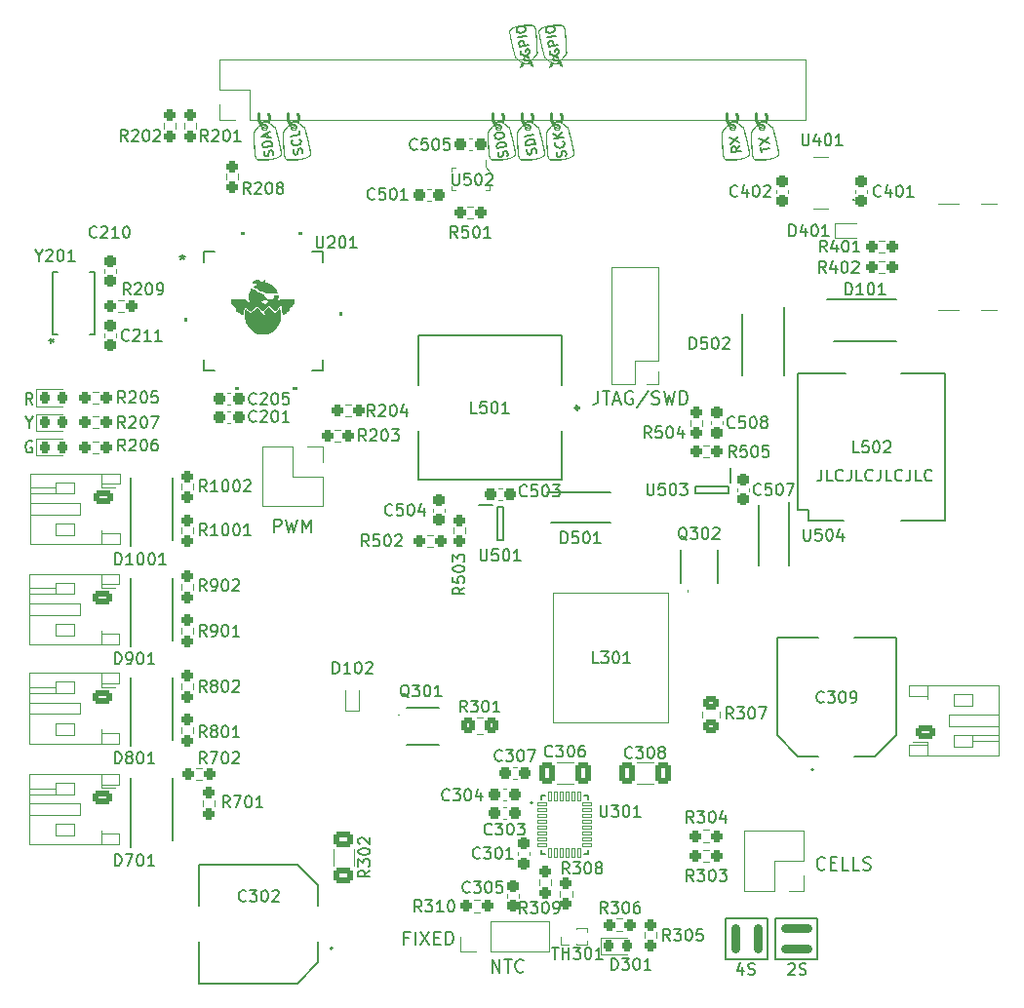
<source format=gto>
G04 #@! TF.GenerationSoftware,KiCad,Pcbnew,7.0.2-6a45011f42~172~ubuntu20.04.1*
G04 #@! TF.CreationDate,2023-05-04T18:05:18+02:00*
G04 #@! TF.ProjectId,EPS,4550532e-6b69-4636-9164-5f7063625858,v1.0.1*
G04 #@! TF.SameCoordinates,Original*
G04 #@! TF.FileFunction,Legend,Top*
G04 #@! TF.FilePolarity,Positive*
%FSLAX46Y46*%
G04 Gerber Fmt 4.6, Leading zero omitted, Abs format (unit mm)*
G04 Created by KiCad (PCBNEW 7.0.2-6a45011f42~172~ubuntu20.04.1) date 2023-05-04 18:05:18*
%MOMM*%
%LPD*%
G01*
G04 APERTURE LIST*
G04 Aperture macros list*
%AMRoundRect*
0 Rectangle with rounded corners*
0 $1 Rounding radius*
0 $2 $3 $4 $5 $6 $7 $8 $9 X,Y pos of 4 corners*
0 Add a 4 corners polygon primitive as box body*
4,1,4,$2,$3,$4,$5,$6,$7,$8,$9,$2,$3,0*
0 Add four circle primitives for the rounded corners*
1,1,$1+$1,$2,$3*
1,1,$1+$1,$4,$5*
1,1,$1+$1,$6,$7*
1,1,$1+$1,$8,$9*
0 Add four rect primitives between the rounded corners*
20,1,$1+$1,$2,$3,$4,$5,0*
20,1,$1+$1,$4,$5,$6,$7,0*
20,1,$1+$1,$6,$7,$8,$9,0*
20,1,$1+$1,$8,$9,$2,$3,0*%
G04 Aperture macros list end*
%ADD10C,0.762000*%
%ADD11C,0.150000*%
%ADD12C,0.190500*%
%ADD13C,0.200000*%
%ADD14C,0.120000*%
%ADD15C,0.100000*%
%ADD16C,0.127000*%
%ADD17C,0.152400*%
%ADD18C,0.300000*%
%ADD19C,0.010000*%
%ADD20RoundRect,0.237500X-0.237500X0.300000X-0.237500X-0.300000X0.237500X-0.300000X0.237500X0.300000X0*%
%ADD21RoundRect,0.237500X-0.237500X0.250000X-0.237500X-0.250000X0.237500X-0.250000X0.237500X0.250000X0*%
%ADD22R,2.350000X1.550000*%
%ADD23R,2.390000X9.210000*%
%ADD24RoundRect,0.237500X0.300000X0.237500X-0.300000X0.237500X-0.300000X-0.237500X0.300000X-0.237500X0*%
%ADD25RoundRect,0.237500X0.250000X0.237500X-0.250000X0.237500X-0.250000X-0.237500X0.250000X-0.237500X0*%
%ADD26R,1.250000X0.650000*%
%ADD27RoundRect,0.237500X0.237500X-0.250000X0.237500X0.250000X-0.237500X0.250000X-0.237500X-0.250000X0*%
%ADD28RoundRect,0.218750X-0.218750X-0.256250X0.218750X-0.256250X0.218750X0.256250X-0.218750X0.256250X0*%
%ADD29RoundRect,0.250000X-0.625000X0.350000X-0.625000X-0.350000X0.625000X-0.350000X0.625000X0.350000X0*%
%ADD30O,1.750000X1.200000*%
%ADD31R,0.600000X0.700000*%
%ADD32RoundRect,0.250000X-0.412500X-0.650000X0.412500X-0.650000X0.412500X0.650000X-0.412500X0.650000X0*%
%ADD33R,1.350000X1.350000*%
%ADD34O,1.350000X1.350000*%
%ADD35RoundRect,0.237500X0.237500X-0.300000X0.237500X0.300000X-0.237500X0.300000X-0.237500X-0.300000X0*%
%ADD36R,0.470000X0.500000*%
%ADD37R,0.470000X0.550000*%
%ADD38R,2.700000X1.850000*%
%ADD39RoundRect,0.250000X-0.450000X0.350000X-0.450000X-0.350000X0.450000X-0.350000X0.450000X0.350000X0*%
%ADD40R,1.200000X0.700000*%
%ADD41R,1.200000X0.760000*%
%ADD42R,1.200000X0.800000*%
%ADD43R,1.350000X1.800000*%
%ADD44R,1.500000X1.800000*%
%ADD45RoundRect,0.250000X-0.350000X-0.450000X0.350000X-0.450000X0.350000X0.450000X-0.350000X0.450000X0*%
%ADD46R,1.700000X1.700000*%
%ADD47O,1.700000X1.700000*%
%ADD48C,0.800000*%
%ADD49C,6.400000*%
%ADD50RoundRect,0.018900X-0.411100X-0.116100X0.411100X-0.116100X0.411100X0.116100X-0.411100X0.116100X0*%
%ADD51RoundRect,0.018900X0.116100X-0.411100X0.116100X0.411100X-0.116100X0.411100X-0.116100X-0.411100X0*%
%ADD52RoundRect,0.018900X0.411100X0.116100X-0.411100X0.116100X-0.411100X-0.116100X0.411100X-0.116100X0*%
%ADD53RoundRect,0.018900X-0.116100X0.411100X-0.116100X-0.411100X0.116100X-0.411100X0.116100X0.411100X0*%
%ADD54R,2.650000X3.650000*%
%ADD55R,3.200000X2.600000*%
%ADD56RoundRect,0.237500X-0.250000X-0.237500X0.250000X-0.237500X0.250000X0.237500X-0.250000X0.237500X0*%
%ADD57RoundRect,0.237500X-0.300000X-0.237500X0.300000X-0.237500X0.300000X0.237500X-0.300000X0.237500X0*%
%ADD58R,2.200000X2.150000*%
%ADD59R,0.650000X1.250000*%
%ADD60R,2.150000X2.200000*%
%ADD61RoundRect,0.250000X0.625000X-0.350000X0.625000X0.350000X-0.625000X0.350000X-0.625000X-0.350000X0*%
%ADD62R,1.200000X0.680000*%
%ADD63R,3.050000X1.930000*%
%ADD64R,1.550000X2.350000*%
%ADD65R,2.108200X1.879600*%
%ADD66R,0.700000X0.600000*%
%ADD67RoundRect,0.250000X0.412500X0.650000X-0.412500X0.650000X-0.412500X-0.650000X0.412500X-0.650000X0*%
%ADD68R,0.550000X1.000000*%
%ADD69RoundRect,0.250000X-0.625000X0.400000X-0.625000X-0.400000X0.625000X-0.400000X0.625000X0.400000X0*%
%ADD70R,1.473200X0.279400*%
%ADD71R,0.279400X1.473200*%
%ADD72R,0.850000X0.850000*%
%ADD73O,0.850000X0.850000*%
%ADD74R,0.500000X0.470000*%
%ADD75R,0.550000X0.470000*%
%ADD76R,1.850000X2.700000*%
%ADD77R,2.600000X3.200000*%
G04 APERTURE END LIST*
D10*
X168439100Y-136245600D02*
X168439100Y-138023600D01*
X172757100Y-138023600D02*
X174662100Y-138023600D01*
X172757100Y-136245600D02*
X174662100Y-136245600D01*
X170344100Y-136245600D02*
X170344100Y-138023600D01*
D11*
X167550100Y-135356600D02*
X171233100Y-135356600D01*
X171233100Y-138912600D01*
X167550100Y-138912600D01*
X167550100Y-135356600D01*
X171868100Y-135356600D02*
X175551100Y-135356600D01*
X175551100Y-138912600D01*
X171868100Y-138912600D01*
X171868100Y-135356600D01*
D12*
X170656488Y-68859313D02*
X170575836Y-68401912D01*
X171416614Y-68489472D02*
X170616162Y-68630613D01*
X170542231Y-68211329D02*
X171248588Y-67536553D01*
X170448137Y-67677694D02*
X171342683Y-68070188D01*
X156485957Y-89591373D02*
X156485957Y-90407802D01*
X156485957Y-90407802D02*
X156431528Y-90571087D01*
X156431528Y-90571087D02*
X156322671Y-90679945D01*
X156322671Y-90679945D02*
X156159385Y-90734373D01*
X156159385Y-90734373D02*
X156050528Y-90734373D01*
X156866957Y-89591373D02*
X157520100Y-89591373D01*
X157193528Y-90734373D02*
X157193528Y-89591373D01*
X157846671Y-90407802D02*
X158390957Y-90407802D01*
X157737814Y-90734373D02*
X158118814Y-89591373D01*
X158118814Y-89591373D02*
X158499814Y-90734373D01*
X159479528Y-89645802D02*
X159370671Y-89591373D01*
X159370671Y-89591373D02*
X159207385Y-89591373D01*
X159207385Y-89591373D02*
X159044099Y-89645802D01*
X159044099Y-89645802D02*
X158935242Y-89754659D01*
X158935242Y-89754659D02*
X158880813Y-89863516D01*
X158880813Y-89863516D02*
X158826385Y-90081230D01*
X158826385Y-90081230D02*
X158826385Y-90244516D01*
X158826385Y-90244516D02*
X158880813Y-90462230D01*
X158880813Y-90462230D02*
X158935242Y-90571087D01*
X158935242Y-90571087D02*
X159044099Y-90679945D01*
X159044099Y-90679945D02*
X159207385Y-90734373D01*
X159207385Y-90734373D02*
X159316242Y-90734373D01*
X159316242Y-90734373D02*
X159479528Y-90679945D01*
X159479528Y-90679945D02*
X159533956Y-90625516D01*
X159533956Y-90625516D02*
X159533956Y-90244516D01*
X159533956Y-90244516D02*
X159316242Y-90244516D01*
X160840242Y-89536945D02*
X159860528Y-91006516D01*
X161166814Y-90679945D02*
X161330100Y-90734373D01*
X161330100Y-90734373D02*
X161602242Y-90734373D01*
X161602242Y-90734373D02*
X161711100Y-90679945D01*
X161711100Y-90679945D02*
X161765528Y-90625516D01*
X161765528Y-90625516D02*
X161819957Y-90516659D01*
X161819957Y-90516659D02*
X161819957Y-90407802D01*
X161819957Y-90407802D02*
X161765528Y-90298945D01*
X161765528Y-90298945D02*
X161711100Y-90244516D01*
X161711100Y-90244516D02*
X161602242Y-90190087D01*
X161602242Y-90190087D02*
X161384528Y-90135659D01*
X161384528Y-90135659D02*
X161275671Y-90081230D01*
X161275671Y-90081230D02*
X161221242Y-90026802D01*
X161221242Y-90026802D02*
X161166814Y-89917945D01*
X161166814Y-89917945D02*
X161166814Y-89809087D01*
X161166814Y-89809087D02*
X161221242Y-89700230D01*
X161221242Y-89700230D02*
X161275671Y-89645802D01*
X161275671Y-89645802D02*
X161384528Y-89591373D01*
X161384528Y-89591373D02*
X161656671Y-89591373D01*
X161656671Y-89591373D02*
X161819957Y-89645802D01*
X162200956Y-89591373D02*
X162473099Y-90734373D01*
X162473099Y-90734373D02*
X162690813Y-89917945D01*
X162690813Y-89917945D02*
X162908528Y-90734373D01*
X162908528Y-90734373D02*
X163180671Y-89591373D01*
X163616099Y-90734373D02*
X163616099Y-89591373D01*
X163616099Y-89591373D02*
X163888242Y-89591373D01*
X163888242Y-89591373D02*
X164051528Y-89645802D01*
X164051528Y-89645802D02*
X164160385Y-89754659D01*
X164160385Y-89754659D02*
X164214814Y-89863516D01*
X164214814Y-89863516D02*
X164269242Y-90081230D01*
X164269242Y-90081230D02*
X164269242Y-90244516D01*
X164269242Y-90244516D02*
X164214814Y-90462230D01*
X164214814Y-90462230D02*
X164160385Y-90571087D01*
X164160385Y-90571087D02*
X164051528Y-90679945D01*
X164051528Y-90679945D02*
X163888242Y-90734373D01*
X163888242Y-90734373D02*
X163616099Y-90734373D01*
D11*
X169042385Y-139597552D02*
X169042385Y-140264219D01*
X168804290Y-139216600D02*
X168566195Y-139930885D01*
X168566195Y-139930885D02*
X169185242Y-139930885D01*
X169518576Y-140216600D02*
X169661433Y-140264219D01*
X169661433Y-140264219D02*
X169899528Y-140264219D01*
X169899528Y-140264219D02*
X169994766Y-140216600D01*
X169994766Y-140216600D02*
X170042385Y-140168980D01*
X170042385Y-140168980D02*
X170090004Y-140073742D01*
X170090004Y-140073742D02*
X170090004Y-139978504D01*
X170090004Y-139978504D02*
X170042385Y-139883266D01*
X170042385Y-139883266D02*
X169994766Y-139835647D01*
X169994766Y-139835647D02*
X169899528Y-139788028D01*
X169899528Y-139788028D02*
X169709052Y-139740409D01*
X169709052Y-139740409D02*
X169613814Y-139692790D01*
X169613814Y-139692790D02*
X169566195Y-139645171D01*
X169566195Y-139645171D02*
X169518576Y-139549933D01*
X169518576Y-139549933D02*
X169518576Y-139454695D01*
X169518576Y-139454695D02*
X169566195Y-139359457D01*
X169566195Y-139359457D02*
X169613814Y-139311838D01*
X169613814Y-139311838D02*
X169709052Y-139264219D01*
X169709052Y-139264219D02*
X169947147Y-139264219D01*
X169947147Y-139264219D02*
X170090004Y-139311838D01*
D12*
X147293599Y-140076373D02*
X147293599Y-138933373D01*
X147293599Y-138933373D02*
X147946742Y-140076373D01*
X147946742Y-140076373D02*
X147946742Y-138933373D01*
X148327743Y-138933373D02*
X148980886Y-138933373D01*
X148654314Y-140076373D02*
X148654314Y-138933373D01*
X150015028Y-139967516D02*
X149960600Y-140021945D01*
X149960600Y-140021945D02*
X149797314Y-140076373D01*
X149797314Y-140076373D02*
X149688457Y-140076373D01*
X149688457Y-140076373D02*
X149525171Y-140021945D01*
X149525171Y-140021945D02*
X149416314Y-139913087D01*
X149416314Y-139913087D02*
X149361885Y-139804230D01*
X149361885Y-139804230D02*
X149307457Y-139586516D01*
X149307457Y-139586516D02*
X149307457Y-139423230D01*
X149307457Y-139423230D02*
X149361885Y-139205516D01*
X149361885Y-139205516D02*
X149416314Y-139096659D01*
X149416314Y-139096659D02*
X149525171Y-138987802D01*
X149525171Y-138987802D02*
X149688457Y-138933373D01*
X149688457Y-138933373D02*
X149797314Y-138933373D01*
X149797314Y-138933373D02*
X149960600Y-138987802D01*
X149960600Y-138987802D02*
X150015028Y-139042230D01*
X152313210Y-60026177D02*
X152288535Y-60109131D01*
X152288535Y-60109131D02*
X152308698Y-60223481D01*
X152308698Y-60223481D02*
X152366978Y-60331111D01*
X152366978Y-60331111D02*
X152456654Y-60393902D01*
X152456654Y-60393902D02*
X152539608Y-60418577D01*
X152539608Y-60418577D02*
X152698796Y-60429810D01*
X152698796Y-60429810D02*
X152813146Y-60409647D01*
X152813146Y-60409647D02*
X152958892Y-60344646D01*
X152958892Y-60344646D02*
X153028405Y-60293087D01*
X153028405Y-60293087D02*
X153091196Y-60203411D01*
X153091196Y-60203411D02*
X153109150Y-60082340D01*
X153109150Y-60082340D02*
X153095708Y-60006107D01*
X153095708Y-60006107D02*
X153037428Y-59898477D01*
X153037428Y-59898477D02*
X152992590Y-59867082D01*
X152992590Y-59867082D02*
X152725773Y-59914129D01*
X152725773Y-59914129D02*
X152752657Y-60066596D01*
X153008335Y-59510589D02*
X152207883Y-59651730D01*
X152207883Y-59651730D02*
X152154115Y-59346796D01*
X152154115Y-59346796D02*
X152178790Y-59263842D01*
X152178790Y-59263842D02*
X152210185Y-59219004D01*
X152210185Y-59219004D02*
X152279698Y-59167445D01*
X152279698Y-59167445D02*
X152394048Y-59147282D01*
X152394048Y-59147282D02*
X152477003Y-59171957D01*
X152477003Y-59171957D02*
X152521840Y-59203353D01*
X152521840Y-59203353D02*
X152573399Y-59272865D01*
X152573399Y-59272865D02*
X152627167Y-59577799D01*
X152867194Y-58710137D02*
X152066742Y-58851278D01*
X151972648Y-58317644D02*
X151945764Y-58165177D01*
X151945764Y-58165177D02*
X151970438Y-58082222D01*
X151970438Y-58082222D02*
X152033230Y-57992547D01*
X152033230Y-57992547D02*
X152178976Y-57927546D01*
X152178976Y-57927546D02*
X152445793Y-57880499D01*
X152445793Y-57880499D02*
X152604981Y-57891731D01*
X152604981Y-57891731D02*
X152694657Y-57954523D01*
X152694657Y-57954523D02*
X152746215Y-58024035D01*
X152746215Y-58024035D02*
X152773099Y-58176502D01*
X152773099Y-58176502D02*
X152748425Y-58259457D01*
X152748425Y-58259457D02*
X152685633Y-58349132D01*
X152685633Y-58349132D02*
X152539887Y-58414133D01*
X152539887Y-58414133D02*
X152273070Y-58461180D01*
X152273070Y-58461180D02*
X152113882Y-58449948D01*
X152113882Y-58449948D02*
X152024206Y-58387156D01*
X152024206Y-58387156D02*
X151972648Y-58317644D01*
X128352456Y-101849373D02*
X128352456Y-100706373D01*
X128352456Y-100706373D02*
X128787885Y-100706373D01*
X128787885Y-100706373D02*
X128896742Y-100760802D01*
X128896742Y-100760802D02*
X128951171Y-100815230D01*
X128951171Y-100815230D02*
X129005599Y-100924087D01*
X129005599Y-100924087D02*
X129005599Y-101087373D01*
X129005599Y-101087373D02*
X128951171Y-101196230D01*
X128951171Y-101196230D02*
X128896742Y-101250659D01*
X128896742Y-101250659D02*
X128787885Y-101305087D01*
X128787885Y-101305087D02*
X128352456Y-101305087D01*
X129386599Y-100706373D02*
X129658742Y-101849373D01*
X129658742Y-101849373D02*
X129876456Y-101032945D01*
X129876456Y-101032945D02*
X130094171Y-101849373D01*
X130094171Y-101849373D02*
X130366314Y-100706373D01*
X130801742Y-101849373D02*
X130801742Y-100706373D01*
X130801742Y-100706373D02*
X131182742Y-101522802D01*
X131182742Y-101522802D02*
X131563742Y-100706373D01*
X131563742Y-100706373D02*
X131563742Y-101849373D01*
X151135789Y-68934536D02*
X151153742Y-68813464D01*
X151153742Y-68813464D02*
X151120137Y-68622881D01*
X151120137Y-68622881D02*
X151068579Y-68553368D01*
X151068579Y-68553368D02*
X151023741Y-68521972D01*
X151023741Y-68521972D02*
X150940786Y-68497298D01*
X150940786Y-68497298D02*
X150864553Y-68510740D01*
X150864553Y-68510740D02*
X150795040Y-68562298D01*
X150795040Y-68562298D02*
X150763645Y-68607136D01*
X150763645Y-68607136D02*
X150738970Y-68690091D01*
X150738970Y-68690091D02*
X150727737Y-68849279D01*
X150727737Y-68849279D02*
X150703062Y-68932233D01*
X150703062Y-68932233D02*
X150671667Y-68977071D01*
X150671667Y-68977071D02*
X150602154Y-69028630D01*
X150602154Y-69028630D02*
X150525921Y-69042072D01*
X150525921Y-69042072D02*
X150442966Y-69017397D01*
X150442966Y-69017397D02*
X150398128Y-68986001D01*
X150398128Y-68986001D02*
X150346570Y-68916489D01*
X150346570Y-68916489D02*
X150312965Y-68725905D01*
X150312965Y-68725905D02*
X150330918Y-68604834D01*
X151032764Y-68127363D02*
X150232312Y-68268504D01*
X150232312Y-68268504D02*
X150198707Y-68077921D01*
X150198707Y-68077921D02*
X150216661Y-67956849D01*
X150216661Y-67956849D02*
X150279453Y-67867174D01*
X150279453Y-67867174D02*
X150348965Y-67815615D01*
X150348965Y-67815615D02*
X150494711Y-67750614D01*
X150494711Y-67750614D02*
X150609061Y-67730451D01*
X150609061Y-67730451D02*
X150768249Y-67741684D01*
X150768249Y-67741684D02*
X150851204Y-67766359D01*
X150851204Y-67766359D02*
X150940879Y-67829150D01*
X150940879Y-67829150D02*
X150999159Y-67936779D01*
X150999159Y-67936779D02*
X151032764Y-68127363D01*
X150891623Y-67326911D02*
X150091171Y-67468053D01*
X140027385Y-137064659D02*
X139646385Y-137064659D01*
X139646385Y-137663373D02*
X139646385Y-136520373D01*
X139646385Y-136520373D02*
X140190671Y-136520373D01*
X140626099Y-137663373D02*
X140626099Y-136520373D01*
X141061528Y-136520373D02*
X141823528Y-137663373D01*
X141823528Y-136520373D02*
X141061528Y-137663373D01*
X142258956Y-137064659D02*
X142639956Y-137064659D01*
X142803242Y-137663373D02*
X142258956Y-137663373D01*
X142258956Y-137663373D02*
X142258956Y-136520373D01*
X142258956Y-136520373D02*
X142803242Y-136520373D01*
X143293099Y-137663373D02*
X143293099Y-136520373D01*
X143293099Y-136520373D02*
X143565242Y-136520373D01*
X143565242Y-136520373D02*
X143728528Y-136574802D01*
X143728528Y-136574802D02*
X143837385Y-136683659D01*
X143837385Y-136683659D02*
X143891814Y-136792516D01*
X143891814Y-136792516D02*
X143946242Y-137010230D01*
X143946242Y-137010230D02*
X143946242Y-137173516D01*
X143946242Y-137173516D02*
X143891814Y-137391230D01*
X143891814Y-137391230D02*
X143837385Y-137500087D01*
X143837385Y-137500087D02*
X143728528Y-137608945D01*
X143728528Y-137608945D02*
X143565242Y-137663373D01*
X143565242Y-137663373D02*
X143293099Y-137663373D01*
X168832927Y-68241713D02*
X168498807Y-68575740D01*
X168913579Y-68699114D02*
X168113128Y-68840255D01*
X168113128Y-68840255D02*
X168059359Y-68535321D01*
X168059359Y-68535321D02*
X168084034Y-68452367D01*
X168084034Y-68452367D02*
X168115430Y-68407529D01*
X168115430Y-68407529D02*
X168184942Y-68355970D01*
X168184942Y-68355970D02*
X168299293Y-68335807D01*
X168299293Y-68335807D02*
X168382247Y-68360482D01*
X168382247Y-68360482D02*
X168427085Y-68391878D01*
X168427085Y-68391878D02*
X168478644Y-68461390D01*
X168478644Y-68461390D02*
X168532412Y-68766324D01*
X167985428Y-68116037D02*
X168691786Y-67441261D01*
X167891334Y-67582402D02*
X168785880Y-67974896D01*
D11*
X173011195Y-139359457D02*
X173058814Y-139311838D01*
X173058814Y-139311838D02*
X173154052Y-139264219D01*
X173154052Y-139264219D02*
X173392147Y-139264219D01*
X173392147Y-139264219D02*
X173487385Y-139311838D01*
X173487385Y-139311838D02*
X173535004Y-139359457D01*
X173535004Y-139359457D02*
X173582623Y-139454695D01*
X173582623Y-139454695D02*
X173582623Y-139549933D01*
X173582623Y-139549933D02*
X173535004Y-139692790D01*
X173535004Y-139692790D02*
X172963576Y-140264219D01*
X172963576Y-140264219D02*
X173582623Y-140264219D01*
X173963576Y-140216600D02*
X174106433Y-140264219D01*
X174106433Y-140264219D02*
X174344528Y-140264219D01*
X174344528Y-140264219D02*
X174439766Y-140216600D01*
X174439766Y-140216600D02*
X174487385Y-140168980D01*
X174487385Y-140168980D02*
X174535004Y-140073742D01*
X174535004Y-140073742D02*
X174535004Y-139978504D01*
X174535004Y-139978504D02*
X174487385Y-139883266D01*
X174487385Y-139883266D02*
X174439766Y-139835647D01*
X174439766Y-139835647D02*
X174344528Y-139788028D01*
X174344528Y-139788028D02*
X174154052Y-139740409D01*
X174154052Y-139740409D02*
X174058814Y-139692790D01*
X174058814Y-139692790D02*
X174011195Y-139645171D01*
X174011195Y-139645171D02*
X173963576Y-139549933D01*
X173963576Y-139549933D02*
X173963576Y-139454695D01*
X173963576Y-139454695D02*
X174011195Y-139359457D01*
X174011195Y-139359457D02*
X174058814Y-139311838D01*
X174058814Y-139311838D02*
X174154052Y-139264219D01*
X174154052Y-139264219D02*
X174392147Y-139264219D01*
X174392147Y-139264219D02*
X174535004Y-139311838D01*
D12*
X148636115Y-69163236D02*
X148654069Y-69042165D01*
X148654069Y-69042165D02*
X148620463Y-68851581D01*
X148620463Y-68851581D02*
X148568905Y-68782069D01*
X148568905Y-68782069D02*
X148524067Y-68750673D01*
X148524067Y-68750673D02*
X148441112Y-68725999D01*
X148441112Y-68725999D02*
X148364879Y-68739441D01*
X148364879Y-68739441D02*
X148295366Y-68790999D01*
X148295366Y-68790999D02*
X148263971Y-68835837D01*
X148263971Y-68835837D02*
X148239296Y-68918792D01*
X148239296Y-68918792D02*
X148228063Y-69077980D01*
X148228063Y-69077980D02*
X148203389Y-69160934D01*
X148203389Y-69160934D02*
X148171993Y-69205772D01*
X148171993Y-69205772D02*
X148102480Y-69257331D01*
X148102480Y-69257331D02*
X148026247Y-69270773D01*
X148026247Y-69270773D02*
X147943292Y-69246098D01*
X147943292Y-69246098D02*
X147898455Y-69214702D01*
X147898455Y-69214702D02*
X147846896Y-69145190D01*
X147846896Y-69145190D02*
X147813291Y-68954606D01*
X147813291Y-68954606D02*
X147831244Y-68833535D01*
X148533090Y-68356064D02*
X147732639Y-68497205D01*
X147732639Y-68497205D02*
X147699034Y-68306621D01*
X147699034Y-68306621D02*
X147716987Y-68185550D01*
X147716987Y-68185550D02*
X147779779Y-68095875D01*
X147779779Y-68095875D02*
X147849291Y-68044316D01*
X147849291Y-68044316D02*
X147995037Y-67979315D01*
X147995037Y-67979315D02*
X148109387Y-67959152D01*
X148109387Y-67959152D02*
X148268575Y-67970385D01*
X148268575Y-67970385D02*
X148351530Y-67995060D01*
X148351530Y-67995060D02*
X148441205Y-68057851D01*
X148441205Y-68057851D02*
X148499485Y-68165480D01*
X148499485Y-68165480D02*
X148533090Y-68356064D01*
X147564613Y-67544286D02*
X147537729Y-67391819D01*
X147537729Y-67391819D02*
X147562404Y-67308865D01*
X147562404Y-67308865D02*
X147625195Y-67219189D01*
X147625195Y-67219189D02*
X147770941Y-67154189D01*
X147770941Y-67154189D02*
X148037759Y-67107142D01*
X148037759Y-67107142D02*
X148196947Y-67118374D01*
X148196947Y-67118374D02*
X148286622Y-67181166D01*
X148286622Y-67181166D02*
X148338181Y-67250678D01*
X148338181Y-67250678D02*
X148365065Y-67403145D01*
X148365065Y-67403145D02*
X148340390Y-67486100D01*
X148340390Y-67486100D02*
X148277599Y-67575775D01*
X148277599Y-67575775D02*
X148131853Y-67640776D01*
X148131853Y-67640776D02*
X147865036Y-67687823D01*
X147865036Y-67687823D02*
X147705848Y-67676590D01*
X147705848Y-67676590D02*
X147616172Y-67613799D01*
X147616172Y-67613799D02*
X147564613Y-67544286D01*
D11*
X107098100Y-92290028D02*
X107098100Y-92766219D01*
X106764767Y-91766219D02*
X107098100Y-92290028D01*
X107098100Y-92290028D02*
X107431433Y-91766219D01*
D12*
X153712754Y-69144178D02*
X153730708Y-69023106D01*
X153730708Y-69023106D02*
X153697103Y-68832523D01*
X153697103Y-68832523D02*
X153645544Y-68763010D01*
X153645544Y-68763010D02*
X153600706Y-68731614D01*
X153600706Y-68731614D02*
X153517752Y-68706940D01*
X153517752Y-68706940D02*
X153441518Y-68720382D01*
X153441518Y-68720382D02*
X153372006Y-68771940D01*
X153372006Y-68771940D02*
X153340610Y-68816778D01*
X153340610Y-68816778D02*
X153315935Y-68899733D01*
X153315935Y-68899733D02*
X153304703Y-69058921D01*
X153304703Y-69058921D02*
X153280028Y-69141875D01*
X153280028Y-69141875D02*
X153248632Y-69186713D01*
X153248632Y-69186713D02*
X153179120Y-69238272D01*
X153179120Y-69238272D02*
X153102886Y-69251714D01*
X153102886Y-69251714D02*
X153019932Y-69227039D01*
X153019932Y-69227039D02*
X152975094Y-69195643D01*
X152975094Y-69195643D02*
X152923535Y-69126131D01*
X152923535Y-69126131D02*
X152889930Y-68935547D01*
X152889930Y-68935547D02*
X152907884Y-68814476D01*
X153452844Y-67893046D02*
X153497682Y-67924442D01*
X153497682Y-67924442D02*
X153555962Y-68032071D01*
X153555962Y-68032071D02*
X153569404Y-68108304D01*
X153569404Y-68108304D02*
X153551450Y-68229376D01*
X153551450Y-68229376D02*
X153488658Y-68319051D01*
X153488658Y-68319051D02*
X153419146Y-68370610D01*
X153419146Y-68370610D02*
X153273400Y-68435611D01*
X153273400Y-68435611D02*
X153159050Y-68455774D01*
X153159050Y-68455774D02*
X152999862Y-68444541D01*
X152999862Y-68444541D02*
X152916907Y-68419866D01*
X152916907Y-68419866D02*
X152827232Y-68357075D01*
X152827232Y-68357075D02*
X152768952Y-68249446D01*
X152768952Y-68249446D02*
X152755510Y-68173212D01*
X152755510Y-68173212D02*
X152773464Y-68052141D01*
X152773464Y-68052141D02*
X152804859Y-68007303D01*
X153468588Y-67536553D02*
X152668137Y-67677694D01*
X153387936Y-67079152D02*
X152991024Y-67502855D01*
X152587485Y-67220293D02*
X153125538Y-67597042D01*
X149773210Y-60026177D02*
X149748535Y-60109131D01*
X149748535Y-60109131D02*
X149768698Y-60223481D01*
X149768698Y-60223481D02*
X149826978Y-60331111D01*
X149826978Y-60331111D02*
X149916654Y-60393902D01*
X149916654Y-60393902D02*
X149999608Y-60418577D01*
X149999608Y-60418577D02*
X150158796Y-60429810D01*
X150158796Y-60429810D02*
X150273146Y-60409647D01*
X150273146Y-60409647D02*
X150418892Y-60344646D01*
X150418892Y-60344646D02*
X150488405Y-60293087D01*
X150488405Y-60293087D02*
X150551196Y-60203411D01*
X150551196Y-60203411D02*
X150569150Y-60082340D01*
X150569150Y-60082340D02*
X150555708Y-60006107D01*
X150555708Y-60006107D02*
X150497428Y-59898477D01*
X150497428Y-59898477D02*
X150452590Y-59867082D01*
X150452590Y-59867082D02*
X150185773Y-59914129D01*
X150185773Y-59914129D02*
X150212657Y-60066596D01*
X150468335Y-59510589D02*
X149667883Y-59651730D01*
X149667883Y-59651730D02*
X149614115Y-59346796D01*
X149614115Y-59346796D02*
X149638790Y-59263842D01*
X149638790Y-59263842D02*
X149670185Y-59219004D01*
X149670185Y-59219004D02*
X149739698Y-59167445D01*
X149739698Y-59167445D02*
X149854048Y-59147282D01*
X149854048Y-59147282D02*
X149937003Y-59171957D01*
X149937003Y-59171957D02*
X149981840Y-59203353D01*
X149981840Y-59203353D02*
X150033399Y-59272865D01*
X150033399Y-59272865D02*
X150087167Y-59577799D01*
X150327194Y-58710137D02*
X149526742Y-58851278D01*
X149432648Y-58317644D02*
X149405764Y-58165177D01*
X149405764Y-58165177D02*
X149430438Y-58082222D01*
X149430438Y-58082222D02*
X149493230Y-57992547D01*
X149493230Y-57992547D02*
X149638976Y-57927546D01*
X149638976Y-57927546D02*
X149905793Y-57880499D01*
X149905793Y-57880499D02*
X150064981Y-57891731D01*
X150064981Y-57891731D02*
X150154657Y-57954523D01*
X150154657Y-57954523D02*
X150206215Y-58024035D01*
X150206215Y-58024035D02*
X150233099Y-58176502D01*
X150233099Y-58176502D02*
X150208425Y-58259457D01*
X150208425Y-58259457D02*
X150145633Y-58349132D01*
X150145633Y-58349132D02*
X149999887Y-58414133D01*
X149999887Y-58414133D02*
X149733070Y-58461180D01*
X149733070Y-58461180D02*
X149573882Y-58449948D01*
X149573882Y-58449948D02*
X149484206Y-58387156D01*
X149484206Y-58387156D02*
X149432648Y-58317644D01*
X176204242Y-131077516D02*
X176149814Y-131131945D01*
X176149814Y-131131945D02*
X175986528Y-131186373D01*
X175986528Y-131186373D02*
X175877671Y-131186373D01*
X175877671Y-131186373D02*
X175714385Y-131131945D01*
X175714385Y-131131945D02*
X175605528Y-131023087D01*
X175605528Y-131023087D02*
X175551099Y-130914230D01*
X175551099Y-130914230D02*
X175496671Y-130696516D01*
X175496671Y-130696516D02*
X175496671Y-130533230D01*
X175496671Y-130533230D02*
X175551099Y-130315516D01*
X175551099Y-130315516D02*
X175605528Y-130206659D01*
X175605528Y-130206659D02*
X175714385Y-130097802D01*
X175714385Y-130097802D02*
X175877671Y-130043373D01*
X175877671Y-130043373D02*
X175986528Y-130043373D01*
X175986528Y-130043373D02*
X176149814Y-130097802D01*
X176149814Y-130097802D02*
X176204242Y-130152230D01*
X176694099Y-130587659D02*
X177075099Y-130587659D01*
X177238385Y-131186373D02*
X176694099Y-131186373D01*
X176694099Y-131186373D02*
X176694099Y-130043373D01*
X176694099Y-130043373D02*
X177238385Y-130043373D01*
X178272528Y-131186373D02*
X177728242Y-131186373D01*
X177728242Y-131186373D02*
X177728242Y-130043373D01*
X179197814Y-131186373D02*
X178653528Y-131186373D01*
X178653528Y-131186373D02*
X178653528Y-130043373D01*
X179524386Y-131131945D02*
X179687672Y-131186373D01*
X179687672Y-131186373D02*
X179959814Y-131186373D01*
X179959814Y-131186373D02*
X180068672Y-131131945D01*
X180068672Y-131131945D02*
X180123100Y-131077516D01*
X180123100Y-131077516D02*
X180177529Y-130968659D01*
X180177529Y-130968659D02*
X180177529Y-130859802D01*
X180177529Y-130859802D02*
X180123100Y-130750945D01*
X180123100Y-130750945D02*
X180068672Y-130696516D01*
X180068672Y-130696516D02*
X179959814Y-130642087D01*
X179959814Y-130642087D02*
X179742100Y-130587659D01*
X179742100Y-130587659D02*
X179633243Y-130533230D01*
X179633243Y-130533230D02*
X179578814Y-130478802D01*
X179578814Y-130478802D02*
X179524386Y-130369945D01*
X179524386Y-130369945D02*
X179524386Y-130261087D01*
X179524386Y-130261087D02*
X179578814Y-130152230D01*
X179578814Y-130152230D02*
X179633243Y-130097802D01*
X179633243Y-130097802D02*
X179742100Y-130043373D01*
X179742100Y-130043373D02*
X180014243Y-130043373D01*
X180014243Y-130043373D02*
X180177529Y-130097802D01*
D11*
X107407623Y-90734219D02*
X107074290Y-90258028D01*
X106836195Y-90734219D02*
X106836195Y-89734219D01*
X106836195Y-89734219D02*
X107217147Y-89734219D01*
X107217147Y-89734219D02*
X107312385Y-89781838D01*
X107312385Y-89781838D02*
X107360004Y-89829457D01*
X107360004Y-89829457D02*
X107407623Y-89924695D01*
X107407623Y-89924695D02*
X107407623Y-90067552D01*
X107407623Y-90067552D02*
X107360004Y-90162790D01*
X107360004Y-90162790D02*
X107312385Y-90210409D01*
X107312385Y-90210409D02*
X107217147Y-90258028D01*
X107217147Y-90258028D02*
X106836195Y-90258028D01*
D12*
X130839311Y-68940945D02*
X130857265Y-68819873D01*
X130857265Y-68819873D02*
X130823660Y-68629290D01*
X130823660Y-68629290D02*
X130772101Y-68559777D01*
X130772101Y-68559777D02*
X130727263Y-68528381D01*
X130727263Y-68528381D02*
X130644309Y-68503707D01*
X130644309Y-68503707D02*
X130568075Y-68517149D01*
X130568075Y-68517149D02*
X130498563Y-68568707D01*
X130498563Y-68568707D02*
X130467167Y-68613545D01*
X130467167Y-68613545D02*
X130442492Y-68696500D01*
X130442492Y-68696500D02*
X130431260Y-68855688D01*
X130431260Y-68855688D02*
X130406585Y-68938642D01*
X130406585Y-68938642D02*
X130375189Y-68983480D01*
X130375189Y-68983480D02*
X130305677Y-69035039D01*
X130305677Y-69035039D02*
X130229443Y-69048481D01*
X130229443Y-69048481D02*
X130146489Y-69023806D01*
X130146489Y-69023806D02*
X130101651Y-68992410D01*
X130101651Y-68992410D02*
X130050092Y-68922898D01*
X130050092Y-68922898D02*
X130016487Y-68732314D01*
X130016487Y-68732314D02*
X130034441Y-68611243D01*
X130579401Y-67689813D02*
X130624239Y-67721209D01*
X130624239Y-67721209D02*
X130682519Y-67828838D01*
X130682519Y-67828838D02*
X130695961Y-67905072D01*
X130695961Y-67905072D02*
X130678007Y-68026143D01*
X130678007Y-68026143D02*
X130615216Y-68115818D01*
X130615216Y-68115818D02*
X130545703Y-68167377D01*
X130545703Y-68167377D02*
X130399957Y-68232378D01*
X130399957Y-68232378D02*
X130285607Y-68252541D01*
X130285607Y-68252541D02*
X130126419Y-68241308D01*
X130126419Y-68241308D02*
X130043464Y-68216633D01*
X130043464Y-68216633D02*
X129953789Y-68153842D01*
X129953789Y-68153842D02*
X129895509Y-68046213D01*
X129895509Y-68046213D02*
X129882067Y-67969979D01*
X129882067Y-67969979D02*
X129900021Y-67848908D01*
X129900021Y-67848908D02*
X129931416Y-67804070D01*
X130527935Y-66952153D02*
X130595146Y-67333320D01*
X130595146Y-67333320D02*
X129794694Y-67474462D01*
X128302673Y-69087003D02*
X128320626Y-68965931D01*
X128320626Y-68965931D02*
X128287021Y-68775348D01*
X128287021Y-68775348D02*
X128235463Y-68705835D01*
X128235463Y-68705835D02*
X128190625Y-68674439D01*
X128190625Y-68674439D02*
X128107670Y-68649765D01*
X128107670Y-68649765D02*
X128031437Y-68663207D01*
X128031437Y-68663207D02*
X127961924Y-68714765D01*
X127961924Y-68714765D02*
X127930529Y-68759603D01*
X127930529Y-68759603D02*
X127905854Y-68842558D01*
X127905854Y-68842558D02*
X127894621Y-69001746D01*
X127894621Y-69001746D02*
X127869946Y-69084700D01*
X127869946Y-69084700D02*
X127838551Y-69129538D01*
X127838551Y-69129538D02*
X127769038Y-69181097D01*
X127769038Y-69181097D02*
X127692805Y-69194539D01*
X127692805Y-69194539D02*
X127609850Y-69169864D01*
X127609850Y-69169864D02*
X127565012Y-69138468D01*
X127565012Y-69138468D02*
X127513454Y-69068956D01*
X127513454Y-69068956D02*
X127479849Y-68878372D01*
X127479849Y-68878372D02*
X127497802Y-68757301D01*
X128199648Y-68279830D02*
X127399196Y-68420971D01*
X127399196Y-68420971D02*
X127365591Y-68230388D01*
X127365591Y-68230388D02*
X127383545Y-68109316D01*
X127383545Y-68109316D02*
X127446337Y-68019641D01*
X127446337Y-68019641D02*
X127515849Y-67968082D01*
X127515849Y-67968082D02*
X127661595Y-67903081D01*
X127661595Y-67903081D02*
X127775945Y-67882918D01*
X127775945Y-67882918D02*
X127935133Y-67894151D01*
X127935133Y-67894151D02*
X128018088Y-67918826D01*
X128018088Y-67918826D02*
X128107763Y-67981617D01*
X128107763Y-67981617D02*
X128166043Y-68089246D01*
X128166043Y-68089246D02*
X128199648Y-68279830D01*
X127836528Y-67557821D02*
X127769317Y-67176654D01*
X128078670Y-67593729D02*
X127231171Y-67468053D01*
X127231171Y-67468053D02*
X127984576Y-67060094D01*
D13*
X175888051Y-96399219D02*
X175888051Y-97113504D01*
X175888051Y-97113504D02*
X175840432Y-97256361D01*
X175840432Y-97256361D02*
X175745194Y-97351600D01*
X175745194Y-97351600D02*
X175602337Y-97399219D01*
X175602337Y-97399219D02*
X175507099Y-97399219D01*
X176840432Y-97399219D02*
X176364242Y-97399219D01*
X176364242Y-97399219D02*
X176364242Y-96399219D01*
X177745194Y-97303980D02*
X177697575Y-97351600D01*
X177697575Y-97351600D02*
X177554718Y-97399219D01*
X177554718Y-97399219D02*
X177459480Y-97399219D01*
X177459480Y-97399219D02*
X177316623Y-97351600D01*
X177316623Y-97351600D02*
X177221385Y-97256361D01*
X177221385Y-97256361D02*
X177173766Y-97161123D01*
X177173766Y-97161123D02*
X177126147Y-96970647D01*
X177126147Y-96970647D02*
X177126147Y-96827790D01*
X177126147Y-96827790D02*
X177173766Y-96637314D01*
X177173766Y-96637314D02*
X177221385Y-96542076D01*
X177221385Y-96542076D02*
X177316623Y-96446838D01*
X177316623Y-96446838D02*
X177459480Y-96399219D01*
X177459480Y-96399219D02*
X177554718Y-96399219D01*
X177554718Y-96399219D02*
X177697575Y-96446838D01*
X177697575Y-96446838D02*
X177745194Y-96494457D01*
X178459480Y-96399219D02*
X178459480Y-97113504D01*
X178459480Y-97113504D02*
X178411861Y-97256361D01*
X178411861Y-97256361D02*
X178316623Y-97351600D01*
X178316623Y-97351600D02*
X178173766Y-97399219D01*
X178173766Y-97399219D02*
X178078528Y-97399219D01*
X179411861Y-97399219D02*
X178935671Y-97399219D01*
X178935671Y-97399219D02*
X178935671Y-96399219D01*
X180316623Y-97303980D02*
X180269004Y-97351600D01*
X180269004Y-97351600D02*
X180126147Y-97399219D01*
X180126147Y-97399219D02*
X180030909Y-97399219D01*
X180030909Y-97399219D02*
X179888052Y-97351600D01*
X179888052Y-97351600D02*
X179792814Y-97256361D01*
X179792814Y-97256361D02*
X179745195Y-97161123D01*
X179745195Y-97161123D02*
X179697576Y-96970647D01*
X179697576Y-96970647D02*
X179697576Y-96827790D01*
X179697576Y-96827790D02*
X179745195Y-96637314D01*
X179745195Y-96637314D02*
X179792814Y-96542076D01*
X179792814Y-96542076D02*
X179888052Y-96446838D01*
X179888052Y-96446838D02*
X180030909Y-96399219D01*
X180030909Y-96399219D02*
X180126147Y-96399219D01*
X180126147Y-96399219D02*
X180269004Y-96446838D01*
X180269004Y-96446838D02*
X180316623Y-96494457D01*
X181030909Y-96399219D02*
X181030909Y-97113504D01*
X181030909Y-97113504D02*
X180983290Y-97256361D01*
X180983290Y-97256361D02*
X180888052Y-97351600D01*
X180888052Y-97351600D02*
X180745195Y-97399219D01*
X180745195Y-97399219D02*
X180649957Y-97399219D01*
X181983290Y-97399219D02*
X181507100Y-97399219D01*
X181507100Y-97399219D02*
X181507100Y-96399219D01*
X182888052Y-97303980D02*
X182840433Y-97351600D01*
X182840433Y-97351600D02*
X182697576Y-97399219D01*
X182697576Y-97399219D02*
X182602338Y-97399219D01*
X182602338Y-97399219D02*
X182459481Y-97351600D01*
X182459481Y-97351600D02*
X182364243Y-97256361D01*
X182364243Y-97256361D02*
X182316624Y-97161123D01*
X182316624Y-97161123D02*
X182269005Y-96970647D01*
X182269005Y-96970647D02*
X182269005Y-96827790D01*
X182269005Y-96827790D02*
X182316624Y-96637314D01*
X182316624Y-96637314D02*
X182364243Y-96542076D01*
X182364243Y-96542076D02*
X182459481Y-96446838D01*
X182459481Y-96446838D02*
X182602338Y-96399219D01*
X182602338Y-96399219D02*
X182697576Y-96399219D01*
X182697576Y-96399219D02*
X182840433Y-96446838D01*
X182840433Y-96446838D02*
X182888052Y-96494457D01*
X183602338Y-96399219D02*
X183602338Y-97113504D01*
X183602338Y-97113504D02*
X183554719Y-97256361D01*
X183554719Y-97256361D02*
X183459481Y-97351600D01*
X183459481Y-97351600D02*
X183316624Y-97399219D01*
X183316624Y-97399219D02*
X183221386Y-97399219D01*
X184554719Y-97399219D02*
X184078529Y-97399219D01*
X184078529Y-97399219D02*
X184078529Y-96399219D01*
X185459481Y-97303980D02*
X185411862Y-97351600D01*
X185411862Y-97351600D02*
X185269005Y-97399219D01*
X185269005Y-97399219D02*
X185173767Y-97399219D01*
X185173767Y-97399219D02*
X185030910Y-97351600D01*
X185030910Y-97351600D02*
X184935672Y-97256361D01*
X184935672Y-97256361D02*
X184888053Y-97161123D01*
X184888053Y-97161123D02*
X184840434Y-96970647D01*
X184840434Y-96970647D02*
X184840434Y-96827790D01*
X184840434Y-96827790D02*
X184888053Y-96637314D01*
X184888053Y-96637314D02*
X184935672Y-96542076D01*
X184935672Y-96542076D02*
X185030910Y-96446838D01*
X185030910Y-96446838D02*
X185173767Y-96399219D01*
X185173767Y-96399219D02*
X185269005Y-96399219D01*
X185269005Y-96399219D02*
X185411862Y-96446838D01*
X185411862Y-96446838D02*
X185459481Y-96494457D01*
D11*
X107360004Y-93972838D02*
X107264766Y-93925219D01*
X107264766Y-93925219D02*
X107121909Y-93925219D01*
X107121909Y-93925219D02*
X106979052Y-93972838D01*
X106979052Y-93972838D02*
X106883814Y-94068076D01*
X106883814Y-94068076D02*
X106836195Y-94163314D01*
X106836195Y-94163314D02*
X106788576Y-94353790D01*
X106788576Y-94353790D02*
X106788576Y-94496647D01*
X106788576Y-94496647D02*
X106836195Y-94687123D01*
X106836195Y-94687123D02*
X106883814Y-94782361D01*
X106883814Y-94782361D02*
X106979052Y-94877600D01*
X106979052Y-94877600D02*
X107121909Y-94925219D01*
X107121909Y-94925219D02*
X107217147Y-94925219D01*
X107217147Y-94925219D02*
X107360004Y-94877600D01*
X107360004Y-94877600D02*
X107407623Y-94829980D01*
X107407623Y-94829980D02*
X107407623Y-94496647D01*
X107407623Y-94496647D02*
X107217147Y-94496647D01*
X168336052Y-92697480D02*
X168288433Y-92745100D01*
X168288433Y-92745100D02*
X168145576Y-92792719D01*
X168145576Y-92792719D02*
X168050338Y-92792719D01*
X168050338Y-92792719D02*
X167907481Y-92745100D01*
X167907481Y-92745100D02*
X167812243Y-92649861D01*
X167812243Y-92649861D02*
X167764624Y-92554623D01*
X167764624Y-92554623D02*
X167717005Y-92364147D01*
X167717005Y-92364147D02*
X167717005Y-92221290D01*
X167717005Y-92221290D02*
X167764624Y-92030814D01*
X167764624Y-92030814D02*
X167812243Y-91935576D01*
X167812243Y-91935576D02*
X167907481Y-91840338D01*
X167907481Y-91840338D02*
X168050338Y-91792719D01*
X168050338Y-91792719D02*
X168145576Y-91792719D01*
X168145576Y-91792719D02*
X168288433Y-91840338D01*
X168288433Y-91840338D02*
X168336052Y-91887957D01*
X169240814Y-91792719D02*
X168764624Y-91792719D01*
X168764624Y-91792719D02*
X168717005Y-92268909D01*
X168717005Y-92268909D02*
X168764624Y-92221290D01*
X168764624Y-92221290D02*
X168859862Y-92173671D01*
X168859862Y-92173671D02*
X169097957Y-92173671D01*
X169097957Y-92173671D02*
X169193195Y-92221290D01*
X169193195Y-92221290D02*
X169240814Y-92268909D01*
X169240814Y-92268909D02*
X169288433Y-92364147D01*
X169288433Y-92364147D02*
X169288433Y-92602242D01*
X169288433Y-92602242D02*
X169240814Y-92697480D01*
X169240814Y-92697480D02*
X169193195Y-92745100D01*
X169193195Y-92745100D02*
X169097957Y-92792719D01*
X169097957Y-92792719D02*
X168859862Y-92792719D01*
X168859862Y-92792719D02*
X168764624Y-92745100D01*
X168764624Y-92745100D02*
X168717005Y-92697480D01*
X169907481Y-91792719D02*
X170002719Y-91792719D01*
X170002719Y-91792719D02*
X170097957Y-91840338D01*
X170097957Y-91840338D02*
X170145576Y-91887957D01*
X170145576Y-91887957D02*
X170193195Y-91983195D01*
X170193195Y-91983195D02*
X170240814Y-92173671D01*
X170240814Y-92173671D02*
X170240814Y-92411766D01*
X170240814Y-92411766D02*
X170193195Y-92602242D01*
X170193195Y-92602242D02*
X170145576Y-92697480D01*
X170145576Y-92697480D02*
X170097957Y-92745100D01*
X170097957Y-92745100D02*
X170002719Y-92792719D01*
X170002719Y-92792719D02*
X169907481Y-92792719D01*
X169907481Y-92792719D02*
X169812243Y-92745100D01*
X169812243Y-92745100D02*
X169764624Y-92697480D01*
X169764624Y-92697480D02*
X169717005Y-92602242D01*
X169717005Y-92602242D02*
X169669386Y-92411766D01*
X169669386Y-92411766D02*
X169669386Y-92173671D01*
X169669386Y-92173671D02*
X169717005Y-91983195D01*
X169717005Y-91983195D02*
X169764624Y-91887957D01*
X169764624Y-91887957D02*
X169812243Y-91840338D01*
X169812243Y-91840338D02*
X169907481Y-91792719D01*
X170812243Y-92221290D02*
X170717005Y-92173671D01*
X170717005Y-92173671D02*
X170669386Y-92126052D01*
X170669386Y-92126052D02*
X170621767Y-92030814D01*
X170621767Y-92030814D02*
X170621767Y-91983195D01*
X170621767Y-91983195D02*
X170669386Y-91887957D01*
X170669386Y-91887957D02*
X170717005Y-91840338D01*
X170717005Y-91840338D02*
X170812243Y-91792719D01*
X170812243Y-91792719D02*
X171002719Y-91792719D01*
X171002719Y-91792719D02*
X171097957Y-91840338D01*
X171097957Y-91840338D02*
X171145576Y-91887957D01*
X171145576Y-91887957D02*
X171193195Y-91983195D01*
X171193195Y-91983195D02*
X171193195Y-92030814D01*
X171193195Y-92030814D02*
X171145576Y-92126052D01*
X171145576Y-92126052D02*
X171097957Y-92173671D01*
X171097957Y-92173671D02*
X171002719Y-92221290D01*
X171002719Y-92221290D02*
X170812243Y-92221290D01*
X170812243Y-92221290D02*
X170717005Y-92268909D01*
X170717005Y-92268909D02*
X170669386Y-92316528D01*
X170669386Y-92316528D02*
X170621767Y-92411766D01*
X170621767Y-92411766D02*
X170621767Y-92602242D01*
X170621767Y-92602242D02*
X170669386Y-92697480D01*
X170669386Y-92697480D02*
X170717005Y-92745100D01*
X170717005Y-92745100D02*
X170812243Y-92792719D01*
X170812243Y-92792719D02*
X171002719Y-92792719D01*
X171002719Y-92792719D02*
X171097957Y-92745100D01*
X171097957Y-92745100D02*
X171145576Y-92697480D01*
X171145576Y-92697480D02*
X171193195Y-92602242D01*
X171193195Y-92602242D02*
X171193195Y-92411766D01*
X171193195Y-92411766D02*
X171145576Y-92316528D01*
X171145576Y-92316528D02*
X171097957Y-92268909D01*
X171097957Y-92268909D02*
X171002719Y-92221290D01*
X122616052Y-67874219D02*
X122282719Y-67398028D01*
X122044624Y-67874219D02*
X122044624Y-66874219D01*
X122044624Y-66874219D02*
X122425576Y-66874219D01*
X122425576Y-66874219D02*
X122520814Y-66921838D01*
X122520814Y-66921838D02*
X122568433Y-66969457D01*
X122568433Y-66969457D02*
X122616052Y-67064695D01*
X122616052Y-67064695D02*
X122616052Y-67207552D01*
X122616052Y-67207552D02*
X122568433Y-67302790D01*
X122568433Y-67302790D02*
X122520814Y-67350409D01*
X122520814Y-67350409D02*
X122425576Y-67398028D01*
X122425576Y-67398028D02*
X122044624Y-67398028D01*
X122997005Y-66969457D02*
X123044624Y-66921838D01*
X123044624Y-66921838D02*
X123139862Y-66874219D01*
X123139862Y-66874219D02*
X123377957Y-66874219D01*
X123377957Y-66874219D02*
X123473195Y-66921838D01*
X123473195Y-66921838D02*
X123520814Y-66969457D01*
X123520814Y-66969457D02*
X123568433Y-67064695D01*
X123568433Y-67064695D02*
X123568433Y-67159933D01*
X123568433Y-67159933D02*
X123520814Y-67302790D01*
X123520814Y-67302790D02*
X122949386Y-67874219D01*
X122949386Y-67874219D02*
X123568433Y-67874219D01*
X124187481Y-66874219D02*
X124282719Y-66874219D01*
X124282719Y-66874219D02*
X124377957Y-66921838D01*
X124377957Y-66921838D02*
X124425576Y-66969457D01*
X124425576Y-66969457D02*
X124473195Y-67064695D01*
X124473195Y-67064695D02*
X124520814Y-67255171D01*
X124520814Y-67255171D02*
X124520814Y-67493266D01*
X124520814Y-67493266D02*
X124473195Y-67683742D01*
X124473195Y-67683742D02*
X124425576Y-67778980D01*
X124425576Y-67778980D02*
X124377957Y-67826600D01*
X124377957Y-67826600D02*
X124282719Y-67874219D01*
X124282719Y-67874219D02*
X124187481Y-67874219D01*
X124187481Y-67874219D02*
X124092243Y-67826600D01*
X124092243Y-67826600D02*
X124044624Y-67778980D01*
X124044624Y-67778980D02*
X123997005Y-67683742D01*
X123997005Y-67683742D02*
X123949386Y-67493266D01*
X123949386Y-67493266D02*
X123949386Y-67255171D01*
X123949386Y-67255171D02*
X123997005Y-67064695D01*
X123997005Y-67064695D02*
X124044624Y-66969457D01*
X124044624Y-66969457D02*
X124092243Y-66921838D01*
X124092243Y-66921838D02*
X124187481Y-66874219D01*
X125473195Y-67874219D02*
X124901767Y-67874219D01*
X125187481Y-67874219D02*
X125187481Y-66874219D01*
X125187481Y-66874219D02*
X125092243Y-67017076D01*
X125092243Y-67017076D02*
X124997005Y-67112314D01*
X124997005Y-67112314D02*
X124901767Y-67159933D01*
X145349052Y-133056980D02*
X145301433Y-133104600D01*
X145301433Y-133104600D02*
X145158576Y-133152219D01*
X145158576Y-133152219D02*
X145063338Y-133152219D01*
X145063338Y-133152219D02*
X144920481Y-133104600D01*
X144920481Y-133104600D02*
X144825243Y-133009361D01*
X144825243Y-133009361D02*
X144777624Y-132914123D01*
X144777624Y-132914123D02*
X144730005Y-132723647D01*
X144730005Y-132723647D02*
X144730005Y-132580790D01*
X144730005Y-132580790D02*
X144777624Y-132390314D01*
X144777624Y-132390314D02*
X144825243Y-132295076D01*
X144825243Y-132295076D02*
X144920481Y-132199838D01*
X144920481Y-132199838D02*
X145063338Y-132152219D01*
X145063338Y-132152219D02*
X145158576Y-132152219D01*
X145158576Y-132152219D02*
X145301433Y-132199838D01*
X145301433Y-132199838D02*
X145349052Y-132247457D01*
X145682386Y-132152219D02*
X146301433Y-132152219D01*
X146301433Y-132152219D02*
X145968100Y-132533171D01*
X145968100Y-132533171D02*
X146110957Y-132533171D01*
X146110957Y-132533171D02*
X146206195Y-132580790D01*
X146206195Y-132580790D02*
X146253814Y-132628409D01*
X146253814Y-132628409D02*
X146301433Y-132723647D01*
X146301433Y-132723647D02*
X146301433Y-132961742D01*
X146301433Y-132961742D02*
X146253814Y-133056980D01*
X146253814Y-133056980D02*
X146206195Y-133104600D01*
X146206195Y-133104600D02*
X146110957Y-133152219D01*
X146110957Y-133152219D02*
X145825243Y-133152219D01*
X145825243Y-133152219D02*
X145730005Y-133104600D01*
X145730005Y-133104600D02*
X145682386Y-133056980D01*
X146920481Y-132152219D02*
X147015719Y-132152219D01*
X147015719Y-132152219D02*
X147110957Y-132199838D01*
X147110957Y-132199838D02*
X147158576Y-132247457D01*
X147158576Y-132247457D02*
X147206195Y-132342695D01*
X147206195Y-132342695D02*
X147253814Y-132533171D01*
X147253814Y-132533171D02*
X147253814Y-132771266D01*
X147253814Y-132771266D02*
X147206195Y-132961742D01*
X147206195Y-132961742D02*
X147158576Y-133056980D01*
X147158576Y-133056980D02*
X147110957Y-133104600D01*
X147110957Y-133104600D02*
X147015719Y-133152219D01*
X147015719Y-133152219D02*
X146920481Y-133152219D01*
X146920481Y-133152219D02*
X146825243Y-133104600D01*
X146825243Y-133104600D02*
X146777624Y-133056980D01*
X146777624Y-133056980D02*
X146730005Y-132961742D01*
X146730005Y-132961742D02*
X146682386Y-132771266D01*
X146682386Y-132771266D02*
X146682386Y-132533171D01*
X146682386Y-132533171D02*
X146730005Y-132342695D01*
X146730005Y-132342695D02*
X146777624Y-132247457D01*
X146777624Y-132247457D02*
X146825243Y-132199838D01*
X146825243Y-132199838D02*
X146920481Y-132152219D01*
X148158576Y-132152219D02*
X147682386Y-132152219D01*
X147682386Y-132152219D02*
X147634767Y-132628409D01*
X147634767Y-132628409D02*
X147682386Y-132580790D01*
X147682386Y-132580790D02*
X147777624Y-132533171D01*
X147777624Y-132533171D02*
X148015719Y-132533171D01*
X148015719Y-132533171D02*
X148110957Y-132580790D01*
X148110957Y-132580790D02*
X148158576Y-132628409D01*
X148158576Y-132628409D02*
X148206195Y-132723647D01*
X148206195Y-132723647D02*
X148206195Y-132961742D01*
X148206195Y-132961742D02*
X148158576Y-133056980D01*
X148158576Y-133056980D02*
X148110957Y-133104600D01*
X148110957Y-133104600D02*
X148015719Y-133152219D01*
X148015719Y-133152219D02*
X147777624Y-133152219D01*
X147777624Y-133152219D02*
X147682386Y-133104600D01*
X147682386Y-133104600D02*
X147634767Y-133056980D01*
X153286624Y-102799219D02*
X153286624Y-101799219D01*
X153286624Y-101799219D02*
X153524719Y-101799219D01*
X153524719Y-101799219D02*
X153667576Y-101846838D01*
X153667576Y-101846838D02*
X153762814Y-101942076D01*
X153762814Y-101942076D02*
X153810433Y-102037314D01*
X153810433Y-102037314D02*
X153858052Y-102227790D01*
X153858052Y-102227790D02*
X153858052Y-102370647D01*
X153858052Y-102370647D02*
X153810433Y-102561123D01*
X153810433Y-102561123D02*
X153762814Y-102656361D01*
X153762814Y-102656361D02*
X153667576Y-102751600D01*
X153667576Y-102751600D02*
X153524719Y-102799219D01*
X153524719Y-102799219D02*
X153286624Y-102799219D01*
X154762814Y-101799219D02*
X154286624Y-101799219D01*
X154286624Y-101799219D02*
X154239005Y-102275409D01*
X154239005Y-102275409D02*
X154286624Y-102227790D01*
X154286624Y-102227790D02*
X154381862Y-102180171D01*
X154381862Y-102180171D02*
X154619957Y-102180171D01*
X154619957Y-102180171D02*
X154715195Y-102227790D01*
X154715195Y-102227790D02*
X154762814Y-102275409D01*
X154762814Y-102275409D02*
X154810433Y-102370647D01*
X154810433Y-102370647D02*
X154810433Y-102608742D01*
X154810433Y-102608742D02*
X154762814Y-102703980D01*
X154762814Y-102703980D02*
X154715195Y-102751600D01*
X154715195Y-102751600D02*
X154619957Y-102799219D01*
X154619957Y-102799219D02*
X154381862Y-102799219D01*
X154381862Y-102799219D02*
X154286624Y-102751600D01*
X154286624Y-102751600D02*
X154239005Y-102703980D01*
X155429481Y-101799219D02*
X155524719Y-101799219D01*
X155524719Y-101799219D02*
X155619957Y-101846838D01*
X155619957Y-101846838D02*
X155667576Y-101894457D01*
X155667576Y-101894457D02*
X155715195Y-101989695D01*
X155715195Y-101989695D02*
X155762814Y-102180171D01*
X155762814Y-102180171D02*
X155762814Y-102418266D01*
X155762814Y-102418266D02*
X155715195Y-102608742D01*
X155715195Y-102608742D02*
X155667576Y-102703980D01*
X155667576Y-102703980D02*
X155619957Y-102751600D01*
X155619957Y-102751600D02*
X155524719Y-102799219D01*
X155524719Y-102799219D02*
X155429481Y-102799219D01*
X155429481Y-102799219D02*
X155334243Y-102751600D01*
X155334243Y-102751600D02*
X155286624Y-102703980D01*
X155286624Y-102703980D02*
X155239005Y-102608742D01*
X155239005Y-102608742D02*
X155191386Y-102418266D01*
X155191386Y-102418266D02*
X155191386Y-102180171D01*
X155191386Y-102180171D02*
X155239005Y-101989695D01*
X155239005Y-101989695D02*
X155286624Y-101894457D01*
X155286624Y-101894457D02*
X155334243Y-101846838D01*
X155334243Y-101846838D02*
X155429481Y-101799219D01*
X156715195Y-102799219D02*
X156143767Y-102799219D01*
X156429481Y-102799219D02*
X156429481Y-101799219D01*
X156429481Y-101799219D02*
X156334243Y-101942076D01*
X156334243Y-101942076D02*
X156239005Y-102037314D01*
X156239005Y-102037314D02*
X156143767Y-102084933D01*
X153985052Y-131501219D02*
X153651719Y-131025028D01*
X153413624Y-131501219D02*
X153413624Y-130501219D01*
X153413624Y-130501219D02*
X153794576Y-130501219D01*
X153794576Y-130501219D02*
X153889814Y-130548838D01*
X153889814Y-130548838D02*
X153937433Y-130596457D01*
X153937433Y-130596457D02*
X153985052Y-130691695D01*
X153985052Y-130691695D02*
X153985052Y-130834552D01*
X153985052Y-130834552D02*
X153937433Y-130929790D01*
X153937433Y-130929790D02*
X153889814Y-130977409D01*
X153889814Y-130977409D02*
X153794576Y-131025028D01*
X153794576Y-131025028D02*
X153413624Y-131025028D01*
X154318386Y-130501219D02*
X154937433Y-130501219D01*
X154937433Y-130501219D02*
X154604100Y-130882171D01*
X154604100Y-130882171D02*
X154746957Y-130882171D01*
X154746957Y-130882171D02*
X154842195Y-130929790D01*
X154842195Y-130929790D02*
X154889814Y-130977409D01*
X154889814Y-130977409D02*
X154937433Y-131072647D01*
X154937433Y-131072647D02*
X154937433Y-131310742D01*
X154937433Y-131310742D02*
X154889814Y-131405980D01*
X154889814Y-131405980D02*
X154842195Y-131453600D01*
X154842195Y-131453600D02*
X154746957Y-131501219D01*
X154746957Y-131501219D02*
X154461243Y-131501219D01*
X154461243Y-131501219D02*
X154366005Y-131453600D01*
X154366005Y-131453600D02*
X154318386Y-131405980D01*
X155556481Y-130501219D02*
X155651719Y-130501219D01*
X155651719Y-130501219D02*
X155746957Y-130548838D01*
X155746957Y-130548838D02*
X155794576Y-130596457D01*
X155794576Y-130596457D02*
X155842195Y-130691695D01*
X155842195Y-130691695D02*
X155889814Y-130882171D01*
X155889814Y-130882171D02*
X155889814Y-131120266D01*
X155889814Y-131120266D02*
X155842195Y-131310742D01*
X155842195Y-131310742D02*
X155794576Y-131405980D01*
X155794576Y-131405980D02*
X155746957Y-131453600D01*
X155746957Y-131453600D02*
X155651719Y-131501219D01*
X155651719Y-131501219D02*
X155556481Y-131501219D01*
X155556481Y-131501219D02*
X155461243Y-131453600D01*
X155461243Y-131453600D02*
X155413624Y-131405980D01*
X155413624Y-131405980D02*
X155366005Y-131310742D01*
X155366005Y-131310742D02*
X155318386Y-131120266D01*
X155318386Y-131120266D02*
X155318386Y-130882171D01*
X155318386Y-130882171D02*
X155366005Y-130691695D01*
X155366005Y-130691695D02*
X155413624Y-130596457D01*
X155413624Y-130596457D02*
X155461243Y-130548838D01*
X155461243Y-130548838D02*
X155556481Y-130501219D01*
X156461243Y-130929790D02*
X156366005Y-130882171D01*
X156366005Y-130882171D02*
X156318386Y-130834552D01*
X156318386Y-130834552D02*
X156270767Y-130739314D01*
X156270767Y-130739314D02*
X156270767Y-130691695D01*
X156270767Y-130691695D02*
X156318386Y-130596457D01*
X156318386Y-130596457D02*
X156366005Y-130548838D01*
X156366005Y-130548838D02*
X156461243Y-130501219D01*
X156461243Y-130501219D02*
X156651719Y-130501219D01*
X156651719Y-130501219D02*
X156746957Y-130548838D01*
X156746957Y-130548838D02*
X156794576Y-130596457D01*
X156794576Y-130596457D02*
X156842195Y-130691695D01*
X156842195Y-130691695D02*
X156842195Y-130739314D01*
X156842195Y-130739314D02*
X156794576Y-130834552D01*
X156794576Y-130834552D02*
X156746957Y-130882171D01*
X156746957Y-130882171D02*
X156651719Y-130929790D01*
X156651719Y-130929790D02*
X156461243Y-130929790D01*
X156461243Y-130929790D02*
X156366005Y-130977409D01*
X156366005Y-130977409D02*
X156318386Y-131025028D01*
X156318386Y-131025028D02*
X156270767Y-131120266D01*
X156270767Y-131120266D02*
X156270767Y-131310742D01*
X156270767Y-131310742D02*
X156318386Y-131405980D01*
X156318386Y-131405980D02*
X156366005Y-131453600D01*
X156366005Y-131453600D02*
X156461243Y-131501219D01*
X156461243Y-131501219D02*
X156651719Y-131501219D01*
X156651719Y-131501219D02*
X156746957Y-131453600D01*
X156746957Y-131453600D02*
X156794576Y-131405980D01*
X156794576Y-131405980D02*
X156842195Y-131310742D01*
X156842195Y-131310742D02*
X156842195Y-131120266D01*
X156842195Y-131120266D02*
X156794576Y-131025028D01*
X156794576Y-131025028D02*
X156746957Y-130977409D01*
X156746957Y-130977409D02*
X156651719Y-130929790D01*
X146238052Y-130100980D02*
X146190433Y-130148600D01*
X146190433Y-130148600D02*
X146047576Y-130196219D01*
X146047576Y-130196219D02*
X145952338Y-130196219D01*
X145952338Y-130196219D02*
X145809481Y-130148600D01*
X145809481Y-130148600D02*
X145714243Y-130053361D01*
X145714243Y-130053361D02*
X145666624Y-129958123D01*
X145666624Y-129958123D02*
X145619005Y-129767647D01*
X145619005Y-129767647D02*
X145619005Y-129624790D01*
X145619005Y-129624790D02*
X145666624Y-129434314D01*
X145666624Y-129434314D02*
X145714243Y-129339076D01*
X145714243Y-129339076D02*
X145809481Y-129243838D01*
X145809481Y-129243838D02*
X145952338Y-129196219D01*
X145952338Y-129196219D02*
X146047576Y-129196219D01*
X146047576Y-129196219D02*
X146190433Y-129243838D01*
X146190433Y-129243838D02*
X146238052Y-129291457D01*
X146571386Y-129196219D02*
X147190433Y-129196219D01*
X147190433Y-129196219D02*
X146857100Y-129577171D01*
X146857100Y-129577171D02*
X146999957Y-129577171D01*
X146999957Y-129577171D02*
X147095195Y-129624790D01*
X147095195Y-129624790D02*
X147142814Y-129672409D01*
X147142814Y-129672409D02*
X147190433Y-129767647D01*
X147190433Y-129767647D02*
X147190433Y-130005742D01*
X147190433Y-130005742D02*
X147142814Y-130100980D01*
X147142814Y-130100980D02*
X147095195Y-130148600D01*
X147095195Y-130148600D02*
X146999957Y-130196219D01*
X146999957Y-130196219D02*
X146714243Y-130196219D01*
X146714243Y-130196219D02*
X146619005Y-130148600D01*
X146619005Y-130148600D02*
X146571386Y-130100980D01*
X147809481Y-129196219D02*
X147904719Y-129196219D01*
X147904719Y-129196219D02*
X147999957Y-129243838D01*
X147999957Y-129243838D02*
X148047576Y-129291457D01*
X148047576Y-129291457D02*
X148095195Y-129386695D01*
X148095195Y-129386695D02*
X148142814Y-129577171D01*
X148142814Y-129577171D02*
X148142814Y-129815266D01*
X148142814Y-129815266D02*
X148095195Y-130005742D01*
X148095195Y-130005742D02*
X148047576Y-130100980D01*
X148047576Y-130100980D02*
X147999957Y-130148600D01*
X147999957Y-130148600D02*
X147904719Y-130196219D01*
X147904719Y-130196219D02*
X147809481Y-130196219D01*
X147809481Y-130196219D02*
X147714243Y-130148600D01*
X147714243Y-130148600D02*
X147666624Y-130100980D01*
X147666624Y-130100980D02*
X147619005Y-130005742D01*
X147619005Y-130005742D02*
X147571386Y-129815266D01*
X147571386Y-129815266D02*
X147571386Y-129577171D01*
X147571386Y-129577171D02*
X147619005Y-129386695D01*
X147619005Y-129386695D02*
X147666624Y-129291457D01*
X147666624Y-129291457D02*
X147714243Y-129243838D01*
X147714243Y-129243838D02*
X147809481Y-129196219D01*
X149095195Y-130196219D02*
X148523767Y-130196219D01*
X148809481Y-130196219D02*
X148809481Y-129196219D01*
X148809481Y-129196219D02*
X148714243Y-129339076D01*
X148714243Y-129339076D02*
X148619005Y-129434314D01*
X148619005Y-129434314D02*
X148523767Y-129481933D01*
X156525052Y-113213219D02*
X156048862Y-113213219D01*
X156048862Y-113213219D02*
X156048862Y-112213219D01*
X156763148Y-112213219D02*
X157382195Y-112213219D01*
X157382195Y-112213219D02*
X157048862Y-112594171D01*
X157048862Y-112594171D02*
X157191719Y-112594171D01*
X157191719Y-112594171D02*
X157286957Y-112641790D01*
X157286957Y-112641790D02*
X157334576Y-112689409D01*
X157334576Y-112689409D02*
X157382195Y-112784647D01*
X157382195Y-112784647D02*
X157382195Y-113022742D01*
X157382195Y-113022742D02*
X157334576Y-113117980D01*
X157334576Y-113117980D02*
X157286957Y-113165600D01*
X157286957Y-113165600D02*
X157191719Y-113213219D01*
X157191719Y-113213219D02*
X156906005Y-113213219D01*
X156906005Y-113213219D02*
X156810767Y-113165600D01*
X156810767Y-113165600D02*
X156763148Y-113117980D01*
X158001243Y-112213219D02*
X158096481Y-112213219D01*
X158096481Y-112213219D02*
X158191719Y-112260838D01*
X158191719Y-112260838D02*
X158239338Y-112308457D01*
X158239338Y-112308457D02*
X158286957Y-112403695D01*
X158286957Y-112403695D02*
X158334576Y-112594171D01*
X158334576Y-112594171D02*
X158334576Y-112832266D01*
X158334576Y-112832266D02*
X158286957Y-113022742D01*
X158286957Y-113022742D02*
X158239338Y-113117980D01*
X158239338Y-113117980D02*
X158191719Y-113165600D01*
X158191719Y-113165600D02*
X158096481Y-113213219D01*
X158096481Y-113213219D02*
X158001243Y-113213219D01*
X158001243Y-113213219D02*
X157906005Y-113165600D01*
X157906005Y-113165600D02*
X157858386Y-113117980D01*
X157858386Y-113117980D02*
X157810767Y-113022742D01*
X157810767Y-113022742D02*
X157763148Y-112832266D01*
X157763148Y-112832266D02*
X157763148Y-112594171D01*
X157763148Y-112594171D02*
X157810767Y-112403695D01*
X157810767Y-112403695D02*
X157858386Y-112308457D01*
X157858386Y-112308457D02*
X157906005Y-112260838D01*
X157906005Y-112260838D02*
X158001243Y-112213219D01*
X159286957Y-113213219D02*
X158715529Y-113213219D01*
X159001243Y-113213219D02*
X159001243Y-112213219D01*
X159001243Y-112213219D02*
X158906005Y-112356076D01*
X158906005Y-112356076D02*
X158810767Y-112451314D01*
X158810767Y-112451314D02*
X158715529Y-112498933D01*
X126807052Y-92162980D02*
X126759433Y-92210600D01*
X126759433Y-92210600D02*
X126616576Y-92258219D01*
X126616576Y-92258219D02*
X126521338Y-92258219D01*
X126521338Y-92258219D02*
X126378481Y-92210600D01*
X126378481Y-92210600D02*
X126283243Y-92115361D01*
X126283243Y-92115361D02*
X126235624Y-92020123D01*
X126235624Y-92020123D02*
X126188005Y-91829647D01*
X126188005Y-91829647D02*
X126188005Y-91686790D01*
X126188005Y-91686790D02*
X126235624Y-91496314D01*
X126235624Y-91496314D02*
X126283243Y-91401076D01*
X126283243Y-91401076D02*
X126378481Y-91305838D01*
X126378481Y-91305838D02*
X126521338Y-91258219D01*
X126521338Y-91258219D02*
X126616576Y-91258219D01*
X126616576Y-91258219D02*
X126759433Y-91305838D01*
X126759433Y-91305838D02*
X126807052Y-91353457D01*
X127188005Y-91353457D02*
X127235624Y-91305838D01*
X127235624Y-91305838D02*
X127330862Y-91258219D01*
X127330862Y-91258219D02*
X127568957Y-91258219D01*
X127568957Y-91258219D02*
X127664195Y-91305838D01*
X127664195Y-91305838D02*
X127711814Y-91353457D01*
X127711814Y-91353457D02*
X127759433Y-91448695D01*
X127759433Y-91448695D02*
X127759433Y-91543933D01*
X127759433Y-91543933D02*
X127711814Y-91686790D01*
X127711814Y-91686790D02*
X127140386Y-92258219D01*
X127140386Y-92258219D02*
X127759433Y-92258219D01*
X128378481Y-91258219D02*
X128473719Y-91258219D01*
X128473719Y-91258219D02*
X128568957Y-91305838D01*
X128568957Y-91305838D02*
X128616576Y-91353457D01*
X128616576Y-91353457D02*
X128664195Y-91448695D01*
X128664195Y-91448695D02*
X128711814Y-91639171D01*
X128711814Y-91639171D02*
X128711814Y-91877266D01*
X128711814Y-91877266D02*
X128664195Y-92067742D01*
X128664195Y-92067742D02*
X128616576Y-92162980D01*
X128616576Y-92162980D02*
X128568957Y-92210600D01*
X128568957Y-92210600D02*
X128473719Y-92258219D01*
X128473719Y-92258219D02*
X128378481Y-92258219D01*
X128378481Y-92258219D02*
X128283243Y-92210600D01*
X128283243Y-92210600D02*
X128235624Y-92162980D01*
X128235624Y-92162980D02*
X128188005Y-92067742D01*
X128188005Y-92067742D02*
X128140386Y-91877266D01*
X128140386Y-91877266D02*
X128140386Y-91639171D01*
X128140386Y-91639171D02*
X128188005Y-91448695D01*
X128188005Y-91448695D02*
X128235624Y-91353457D01*
X128235624Y-91353457D02*
X128283243Y-91305838D01*
X128283243Y-91305838D02*
X128378481Y-91258219D01*
X129664195Y-92258219D02*
X129092767Y-92258219D01*
X129378481Y-92258219D02*
X129378481Y-91258219D01*
X129378481Y-91258219D02*
X129283243Y-91401076D01*
X129283243Y-91401076D02*
X129188005Y-91496314D01*
X129188005Y-91496314D02*
X129092767Y-91543933D01*
X164780052Y-127056219D02*
X164446719Y-126580028D01*
X164208624Y-127056219D02*
X164208624Y-126056219D01*
X164208624Y-126056219D02*
X164589576Y-126056219D01*
X164589576Y-126056219D02*
X164684814Y-126103838D01*
X164684814Y-126103838D02*
X164732433Y-126151457D01*
X164732433Y-126151457D02*
X164780052Y-126246695D01*
X164780052Y-126246695D02*
X164780052Y-126389552D01*
X164780052Y-126389552D02*
X164732433Y-126484790D01*
X164732433Y-126484790D02*
X164684814Y-126532409D01*
X164684814Y-126532409D02*
X164589576Y-126580028D01*
X164589576Y-126580028D02*
X164208624Y-126580028D01*
X165113386Y-126056219D02*
X165732433Y-126056219D01*
X165732433Y-126056219D02*
X165399100Y-126437171D01*
X165399100Y-126437171D02*
X165541957Y-126437171D01*
X165541957Y-126437171D02*
X165637195Y-126484790D01*
X165637195Y-126484790D02*
X165684814Y-126532409D01*
X165684814Y-126532409D02*
X165732433Y-126627647D01*
X165732433Y-126627647D02*
X165732433Y-126865742D01*
X165732433Y-126865742D02*
X165684814Y-126960980D01*
X165684814Y-126960980D02*
X165637195Y-127008600D01*
X165637195Y-127008600D02*
X165541957Y-127056219D01*
X165541957Y-127056219D02*
X165256243Y-127056219D01*
X165256243Y-127056219D02*
X165161005Y-127008600D01*
X165161005Y-127008600D02*
X165113386Y-126960980D01*
X166351481Y-126056219D02*
X166446719Y-126056219D01*
X166446719Y-126056219D02*
X166541957Y-126103838D01*
X166541957Y-126103838D02*
X166589576Y-126151457D01*
X166589576Y-126151457D02*
X166637195Y-126246695D01*
X166637195Y-126246695D02*
X166684814Y-126437171D01*
X166684814Y-126437171D02*
X166684814Y-126675266D01*
X166684814Y-126675266D02*
X166637195Y-126865742D01*
X166637195Y-126865742D02*
X166589576Y-126960980D01*
X166589576Y-126960980D02*
X166541957Y-127008600D01*
X166541957Y-127008600D02*
X166446719Y-127056219D01*
X166446719Y-127056219D02*
X166351481Y-127056219D01*
X166351481Y-127056219D02*
X166256243Y-127008600D01*
X166256243Y-127008600D02*
X166208624Y-126960980D01*
X166208624Y-126960980D02*
X166161005Y-126865742D01*
X166161005Y-126865742D02*
X166113386Y-126675266D01*
X166113386Y-126675266D02*
X166113386Y-126437171D01*
X166113386Y-126437171D02*
X166161005Y-126246695D01*
X166161005Y-126246695D02*
X166208624Y-126151457D01*
X166208624Y-126151457D02*
X166256243Y-126103838D01*
X166256243Y-126103838D02*
X166351481Y-126056219D01*
X167541957Y-126389552D02*
X167541957Y-127056219D01*
X167303862Y-126008600D02*
X167065767Y-126722885D01*
X167065767Y-126722885D02*
X167684814Y-126722885D01*
X146277814Y-103323219D02*
X146277814Y-104132742D01*
X146277814Y-104132742D02*
X146325433Y-104227980D01*
X146325433Y-104227980D02*
X146373052Y-104275600D01*
X146373052Y-104275600D02*
X146468290Y-104323219D01*
X146468290Y-104323219D02*
X146658766Y-104323219D01*
X146658766Y-104323219D02*
X146754004Y-104275600D01*
X146754004Y-104275600D02*
X146801623Y-104227980D01*
X146801623Y-104227980D02*
X146849242Y-104132742D01*
X146849242Y-104132742D02*
X146849242Y-103323219D01*
X147801623Y-103323219D02*
X147325433Y-103323219D01*
X147325433Y-103323219D02*
X147277814Y-103799409D01*
X147277814Y-103799409D02*
X147325433Y-103751790D01*
X147325433Y-103751790D02*
X147420671Y-103704171D01*
X147420671Y-103704171D02*
X147658766Y-103704171D01*
X147658766Y-103704171D02*
X147754004Y-103751790D01*
X147754004Y-103751790D02*
X147801623Y-103799409D01*
X147801623Y-103799409D02*
X147849242Y-103894647D01*
X147849242Y-103894647D02*
X147849242Y-104132742D01*
X147849242Y-104132742D02*
X147801623Y-104227980D01*
X147801623Y-104227980D02*
X147754004Y-104275600D01*
X147754004Y-104275600D02*
X147658766Y-104323219D01*
X147658766Y-104323219D02*
X147420671Y-104323219D01*
X147420671Y-104323219D02*
X147325433Y-104275600D01*
X147325433Y-104275600D02*
X147277814Y-104227980D01*
X148468290Y-103323219D02*
X148563528Y-103323219D01*
X148563528Y-103323219D02*
X148658766Y-103370838D01*
X148658766Y-103370838D02*
X148706385Y-103418457D01*
X148706385Y-103418457D02*
X148754004Y-103513695D01*
X148754004Y-103513695D02*
X148801623Y-103704171D01*
X148801623Y-103704171D02*
X148801623Y-103942266D01*
X148801623Y-103942266D02*
X148754004Y-104132742D01*
X148754004Y-104132742D02*
X148706385Y-104227980D01*
X148706385Y-104227980D02*
X148658766Y-104275600D01*
X148658766Y-104275600D02*
X148563528Y-104323219D01*
X148563528Y-104323219D02*
X148468290Y-104323219D01*
X148468290Y-104323219D02*
X148373052Y-104275600D01*
X148373052Y-104275600D02*
X148325433Y-104227980D01*
X148325433Y-104227980D02*
X148277814Y-104132742D01*
X148277814Y-104132742D02*
X148230195Y-103942266D01*
X148230195Y-103942266D02*
X148230195Y-103704171D01*
X148230195Y-103704171D02*
X148277814Y-103513695D01*
X148277814Y-103513695D02*
X148325433Y-103418457D01*
X148325433Y-103418457D02*
X148373052Y-103370838D01*
X148373052Y-103370838D02*
X148468290Y-103323219D01*
X149754004Y-104323219D02*
X149182576Y-104323219D01*
X149468290Y-104323219D02*
X149468290Y-103323219D01*
X149468290Y-103323219D02*
X149373052Y-103466076D01*
X149373052Y-103466076D02*
X149277814Y-103561314D01*
X149277814Y-103561314D02*
X149182576Y-103608933D01*
X124519052Y-125735219D02*
X124185719Y-125259028D01*
X123947624Y-125735219D02*
X123947624Y-124735219D01*
X123947624Y-124735219D02*
X124328576Y-124735219D01*
X124328576Y-124735219D02*
X124423814Y-124782838D01*
X124423814Y-124782838D02*
X124471433Y-124830457D01*
X124471433Y-124830457D02*
X124519052Y-124925695D01*
X124519052Y-124925695D02*
X124519052Y-125068552D01*
X124519052Y-125068552D02*
X124471433Y-125163790D01*
X124471433Y-125163790D02*
X124423814Y-125211409D01*
X124423814Y-125211409D02*
X124328576Y-125259028D01*
X124328576Y-125259028D02*
X123947624Y-125259028D01*
X124852386Y-124735219D02*
X125519052Y-124735219D01*
X125519052Y-124735219D02*
X125090481Y-125735219D01*
X126090481Y-124735219D02*
X126185719Y-124735219D01*
X126185719Y-124735219D02*
X126280957Y-124782838D01*
X126280957Y-124782838D02*
X126328576Y-124830457D01*
X126328576Y-124830457D02*
X126376195Y-124925695D01*
X126376195Y-124925695D02*
X126423814Y-125116171D01*
X126423814Y-125116171D02*
X126423814Y-125354266D01*
X126423814Y-125354266D02*
X126376195Y-125544742D01*
X126376195Y-125544742D02*
X126328576Y-125639980D01*
X126328576Y-125639980D02*
X126280957Y-125687600D01*
X126280957Y-125687600D02*
X126185719Y-125735219D01*
X126185719Y-125735219D02*
X126090481Y-125735219D01*
X126090481Y-125735219D02*
X125995243Y-125687600D01*
X125995243Y-125687600D02*
X125947624Y-125639980D01*
X125947624Y-125639980D02*
X125900005Y-125544742D01*
X125900005Y-125544742D02*
X125852386Y-125354266D01*
X125852386Y-125354266D02*
X125852386Y-125116171D01*
X125852386Y-125116171D02*
X125900005Y-124925695D01*
X125900005Y-124925695D02*
X125947624Y-124830457D01*
X125947624Y-124830457D02*
X125995243Y-124782838D01*
X125995243Y-124782838D02*
X126090481Y-124735219D01*
X127376195Y-125735219D02*
X126804767Y-125735219D01*
X127090481Y-125735219D02*
X127090481Y-124735219D01*
X127090481Y-124735219D02*
X126995243Y-124878076D01*
X126995243Y-124878076D02*
X126900005Y-124973314D01*
X126900005Y-124973314D02*
X126804767Y-125020933D01*
X173098624Y-76129219D02*
X173098624Y-75129219D01*
X173098624Y-75129219D02*
X173336719Y-75129219D01*
X173336719Y-75129219D02*
X173479576Y-75176838D01*
X173479576Y-75176838D02*
X173574814Y-75272076D01*
X173574814Y-75272076D02*
X173622433Y-75367314D01*
X173622433Y-75367314D02*
X173670052Y-75557790D01*
X173670052Y-75557790D02*
X173670052Y-75700647D01*
X173670052Y-75700647D02*
X173622433Y-75891123D01*
X173622433Y-75891123D02*
X173574814Y-75986361D01*
X173574814Y-75986361D02*
X173479576Y-76081600D01*
X173479576Y-76081600D02*
X173336719Y-76129219D01*
X173336719Y-76129219D02*
X173098624Y-76129219D01*
X174527195Y-75462552D02*
X174527195Y-76129219D01*
X174289100Y-75081600D02*
X174051005Y-75795885D01*
X174051005Y-75795885D02*
X174670052Y-75795885D01*
X175241481Y-75129219D02*
X175336719Y-75129219D01*
X175336719Y-75129219D02*
X175431957Y-75176838D01*
X175431957Y-75176838D02*
X175479576Y-75224457D01*
X175479576Y-75224457D02*
X175527195Y-75319695D01*
X175527195Y-75319695D02*
X175574814Y-75510171D01*
X175574814Y-75510171D02*
X175574814Y-75748266D01*
X175574814Y-75748266D02*
X175527195Y-75938742D01*
X175527195Y-75938742D02*
X175479576Y-76033980D01*
X175479576Y-76033980D02*
X175431957Y-76081600D01*
X175431957Y-76081600D02*
X175336719Y-76129219D01*
X175336719Y-76129219D02*
X175241481Y-76129219D01*
X175241481Y-76129219D02*
X175146243Y-76081600D01*
X175146243Y-76081600D02*
X175098624Y-76033980D01*
X175098624Y-76033980D02*
X175051005Y-75938742D01*
X175051005Y-75938742D02*
X175003386Y-75748266D01*
X175003386Y-75748266D02*
X175003386Y-75510171D01*
X175003386Y-75510171D02*
X175051005Y-75319695D01*
X175051005Y-75319695D02*
X175098624Y-75224457D01*
X175098624Y-75224457D02*
X175146243Y-75176838D01*
X175146243Y-75176838D02*
X175241481Y-75129219D01*
X176527195Y-76129219D02*
X175955767Y-76129219D01*
X176241481Y-76129219D02*
X176241481Y-75129219D01*
X176241481Y-75129219D02*
X176146243Y-75272076D01*
X176146243Y-75272076D02*
X176051005Y-75367314D01*
X176051005Y-75367314D02*
X175955767Y-75414933D01*
X152511852Y-121265980D02*
X152464233Y-121313600D01*
X152464233Y-121313600D02*
X152321376Y-121361219D01*
X152321376Y-121361219D02*
X152226138Y-121361219D01*
X152226138Y-121361219D02*
X152083281Y-121313600D01*
X152083281Y-121313600D02*
X151988043Y-121218361D01*
X151988043Y-121218361D02*
X151940424Y-121123123D01*
X151940424Y-121123123D02*
X151892805Y-120932647D01*
X151892805Y-120932647D02*
X151892805Y-120789790D01*
X151892805Y-120789790D02*
X151940424Y-120599314D01*
X151940424Y-120599314D02*
X151988043Y-120504076D01*
X151988043Y-120504076D02*
X152083281Y-120408838D01*
X152083281Y-120408838D02*
X152226138Y-120361219D01*
X152226138Y-120361219D02*
X152321376Y-120361219D01*
X152321376Y-120361219D02*
X152464233Y-120408838D01*
X152464233Y-120408838D02*
X152511852Y-120456457D01*
X152845186Y-120361219D02*
X153464233Y-120361219D01*
X153464233Y-120361219D02*
X153130900Y-120742171D01*
X153130900Y-120742171D02*
X153273757Y-120742171D01*
X153273757Y-120742171D02*
X153368995Y-120789790D01*
X153368995Y-120789790D02*
X153416614Y-120837409D01*
X153416614Y-120837409D02*
X153464233Y-120932647D01*
X153464233Y-120932647D02*
X153464233Y-121170742D01*
X153464233Y-121170742D02*
X153416614Y-121265980D01*
X153416614Y-121265980D02*
X153368995Y-121313600D01*
X153368995Y-121313600D02*
X153273757Y-121361219D01*
X153273757Y-121361219D02*
X152988043Y-121361219D01*
X152988043Y-121361219D02*
X152892805Y-121313600D01*
X152892805Y-121313600D02*
X152845186Y-121265980D01*
X154083281Y-120361219D02*
X154178519Y-120361219D01*
X154178519Y-120361219D02*
X154273757Y-120408838D01*
X154273757Y-120408838D02*
X154321376Y-120456457D01*
X154321376Y-120456457D02*
X154368995Y-120551695D01*
X154368995Y-120551695D02*
X154416614Y-120742171D01*
X154416614Y-120742171D02*
X154416614Y-120980266D01*
X154416614Y-120980266D02*
X154368995Y-121170742D01*
X154368995Y-121170742D02*
X154321376Y-121265980D01*
X154321376Y-121265980D02*
X154273757Y-121313600D01*
X154273757Y-121313600D02*
X154178519Y-121361219D01*
X154178519Y-121361219D02*
X154083281Y-121361219D01*
X154083281Y-121361219D02*
X153988043Y-121313600D01*
X153988043Y-121313600D02*
X153940424Y-121265980D01*
X153940424Y-121265980D02*
X153892805Y-121170742D01*
X153892805Y-121170742D02*
X153845186Y-120980266D01*
X153845186Y-120980266D02*
X153845186Y-120742171D01*
X153845186Y-120742171D02*
X153892805Y-120551695D01*
X153892805Y-120551695D02*
X153940424Y-120456457D01*
X153940424Y-120456457D02*
X153988043Y-120408838D01*
X153988043Y-120408838D02*
X154083281Y-120361219D01*
X155273757Y-120361219D02*
X155083281Y-120361219D01*
X155083281Y-120361219D02*
X154988043Y-120408838D01*
X154988043Y-120408838D02*
X154940424Y-120456457D01*
X154940424Y-120456457D02*
X154845186Y-120599314D01*
X154845186Y-120599314D02*
X154797567Y-120789790D01*
X154797567Y-120789790D02*
X154797567Y-121170742D01*
X154797567Y-121170742D02*
X154845186Y-121265980D01*
X154845186Y-121265980D02*
X154892805Y-121313600D01*
X154892805Y-121313600D02*
X154988043Y-121361219D01*
X154988043Y-121361219D02*
X155178519Y-121361219D01*
X155178519Y-121361219D02*
X155273757Y-121313600D01*
X155273757Y-121313600D02*
X155321376Y-121265980D01*
X155321376Y-121265980D02*
X155368995Y-121170742D01*
X155368995Y-121170742D02*
X155368995Y-120932647D01*
X155368995Y-120932647D02*
X155321376Y-120837409D01*
X155321376Y-120837409D02*
X155273757Y-120789790D01*
X155273757Y-120789790D02*
X155178519Y-120742171D01*
X155178519Y-120742171D02*
X154988043Y-120742171D01*
X154988043Y-120742171D02*
X154892805Y-120789790D01*
X154892805Y-120789790D02*
X154845186Y-120837409D01*
X154845186Y-120837409D02*
X154797567Y-120932647D01*
X122518861Y-102113219D02*
X122185528Y-101637028D01*
X121947433Y-102113219D02*
X121947433Y-101113219D01*
X121947433Y-101113219D02*
X122328385Y-101113219D01*
X122328385Y-101113219D02*
X122423623Y-101160838D01*
X122423623Y-101160838D02*
X122471242Y-101208457D01*
X122471242Y-101208457D02*
X122518861Y-101303695D01*
X122518861Y-101303695D02*
X122518861Y-101446552D01*
X122518861Y-101446552D02*
X122471242Y-101541790D01*
X122471242Y-101541790D02*
X122423623Y-101589409D01*
X122423623Y-101589409D02*
X122328385Y-101637028D01*
X122328385Y-101637028D02*
X121947433Y-101637028D01*
X123471242Y-102113219D02*
X122899814Y-102113219D01*
X123185528Y-102113219D02*
X123185528Y-101113219D01*
X123185528Y-101113219D02*
X123090290Y-101256076D01*
X123090290Y-101256076D02*
X122995052Y-101351314D01*
X122995052Y-101351314D02*
X122899814Y-101398933D01*
X124090290Y-101113219D02*
X124185528Y-101113219D01*
X124185528Y-101113219D02*
X124280766Y-101160838D01*
X124280766Y-101160838D02*
X124328385Y-101208457D01*
X124328385Y-101208457D02*
X124376004Y-101303695D01*
X124376004Y-101303695D02*
X124423623Y-101494171D01*
X124423623Y-101494171D02*
X124423623Y-101732266D01*
X124423623Y-101732266D02*
X124376004Y-101922742D01*
X124376004Y-101922742D02*
X124328385Y-102017980D01*
X124328385Y-102017980D02*
X124280766Y-102065600D01*
X124280766Y-102065600D02*
X124185528Y-102113219D01*
X124185528Y-102113219D02*
X124090290Y-102113219D01*
X124090290Y-102113219D02*
X123995052Y-102065600D01*
X123995052Y-102065600D02*
X123947433Y-102017980D01*
X123947433Y-102017980D02*
X123899814Y-101922742D01*
X123899814Y-101922742D02*
X123852195Y-101732266D01*
X123852195Y-101732266D02*
X123852195Y-101494171D01*
X123852195Y-101494171D02*
X123899814Y-101303695D01*
X123899814Y-101303695D02*
X123947433Y-101208457D01*
X123947433Y-101208457D02*
X123995052Y-101160838D01*
X123995052Y-101160838D02*
X124090290Y-101113219D01*
X125042671Y-101113219D02*
X125137909Y-101113219D01*
X125137909Y-101113219D02*
X125233147Y-101160838D01*
X125233147Y-101160838D02*
X125280766Y-101208457D01*
X125280766Y-101208457D02*
X125328385Y-101303695D01*
X125328385Y-101303695D02*
X125376004Y-101494171D01*
X125376004Y-101494171D02*
X125376004Y-101732266D01*
X125376004Y-101732266D02*
X125328385Y-101922742D01*
X125328385Y-101922742D02*
X125280766Y-102017980D01*
X125280766Y-102017980D02*
X125233147Y-102065600D01*
X125233147Y-102065600D02*
X125137909Y-102113219D01*
X125137909Y-102113219D02*
X125042671Y-102113219D01*
X125042671Y-102113219D02*
X124947433Y-102065600D01*
X124947433Y-102065600D02*
X124899814Y-102017980D01*
X124899814Y-102017980D02*
X124852195Y-101922742D01*
X124852195Y-101922742D02*
X124804576Y-101732266D01*
X124804576Y-101732266D02*
X124804576Y-101494171D01*
X124804576Y-101494171D02*
X124852195Y-101303695D01*
X124852195Y-101303695D02*
X124899814Y-101208457D01*
X124899814Y-101208457D02*
X124947433Y-101160838D01*
X124947433Y-101160838D02*
X125042671Y-101113219D01*
X126328385Y-102113219D02*
X125756957Y-102113219D01*
X126042671Y-102113219D02*
X126042671Y-101113219D01*
X126042671Y-101113219D02*
X125947433Y-101256076D01*
X125947433Y-101256076D02*
X125852195Y-101351314D01*
X125852195Y-101351314D02*
X125756957Y-101398933D01*
X126299052Y-72446219D02*
X125965719Y-71970028D01*
X125727624Y-72446219D02*
X125727624Y-71446219D01*
X125727624Y-71446219D02*
X126108576Y-71446219D01*
X126108576Y-71446219D02*
X126203814Y-71493838D01*
X126203814Y-71493838D02*
X126251433Y-71541457D01*
X126251433Y-71541457D02*
X126299052Y-71636695D01*
X126299052Y-71636695D02*
X126299052Y-71779552D01*
X126299052Y-71779552D02*
X126251433Y-71874790D01*
X126251433Y-71874790D02*
X126203814Y-71922409D01*
X126203814Y-71922409D02*
X126108576Y-71970028D01*
X126108576Y-71970028D02*
X125727624Y-71970028D01*
X126680005Y-71541457D02*
X126727624Y-71493838D01*
X126727624Y-71493838D02*
X126822862Y-71446219D01*
X126822862Y-71446219D02*
X127060957Y-71446219D01*
X127060957Y-71446219D02*
X127156195Y-71493838D01*
X127156195Y-71493838D02*
X127203814Y-71541457D01*
X127203814Y-71541457D02*
X127251433Y-71636695D01*
X127251433Y-71636695D02*
X127251433Y-71731933D01*
X127251433Y-71731933D02*
X127203814Y-71874790D01*
X127203814Y-71874790D02*
X126632386Y-72446219D01*
X126632386Y-72446219D02*
X127251433Y-72446219D01*
X127870481Y-71446219D02*
X127965719Y-71446219D01*
X127965719Y-71446219D02*
X128060957Y-71493838D01*
X128060957Y-71493838D02*
X128108576Y-71541457D01*
X128108576Y-71541457D02*
X128156195Y-71636695D01*
X128156195Y-71636695D02*
X128203814Y-71827171D01*
X128203814Y-71827171D02*
X128203814Y-72065266D01*
X128203814Y-72065266D02*
X128156195Y-72255742D01*
X128156195Y-72255742D02*
X128108576Y-72350980D01*
X128108576Y-72350980D02*
X128060957Y-72398600D01*
X128060957Y-72398600D02*
X127965719Y-72446219D01*
X127965719Y-72446219D02*
X127870481Y-72446219D01*
X127870481Y-72446219D02*
X127775243Y-72398600D01*
X127775243Y-72398600D02*
X127727624Y-72350980D01*
X127727624Y-72350980D02*
X127680005Y-72255742D01*
X127680005Y-72255742D02*
X127632386Y-72065266D01*
X127632386Y-72065266D02*
X127632386Y-71827171D01*
X127632386Y-71827171D02*
X127680005Y-71636695D01*
X127680005Y-71636695D02*
X127727624Y-71541457D01*
X127727624Y-71541457D02*
X127775243Y-71493838D01*
X127775243Y-71493838D02*
X127870481Y-71446219D01*
X128775243Y-71874790D02*
X128680005Y-71827171D01*
X128680005Y-71827171D02*
X128632386Y-71779552D01*
X128632386Y-71779552D02*
X128584767Y-71684314D01*
X128584767Y-71684314D02*
X128584767Y-71636695D01*
X128584767Y-71636695D02*
X128632386Y-71541457D01*
X128632386Y-71541457D02*
X128680005Y-71493838D01*
X128680005Y-71493838D02*
X128775243Y-71446219D01*
X128775243Y-71446219D02*
X128965719Y-71446219D01*
X128965719Y-71446219D02*
X129060957Y-71493838D01*
X129060957Y-71493838D02*
X129108576Y-71541457D01*
X129108576Y-71541457D02*
X129156195Y-71636695D01*
X129156195Y-71636695D02*
X129156195Y-71684314D01*
X129156195Y-71684314D02*
X129108576Y-71779552D01*
X129108576Y-71779552D02*
X129060957Y-71827171D01*
X129060957Y-71827171D02*
X128965719Y-71874790D01*
X128965719Y-71874790D02*
X128775243Y-71874790D01*
X128775243Y-71874790D02*
X128680005Y-71922409D01*
X128680005Y-71922409D02*
X128632386Y-71970028D01*
X128632386Y-71970028D02*
X128584767Y-72065266D01*
X128584767Y-72065266D02*
X128584767Y-72255742D01*
X128584767Y-72255742D02*
X128632386Y-72350980D01*
X128632386Y-72350980D02*
X128680005Y-72398600D01*
X128680005Y-72398600D02*
X128775243Y-72446219D01*
X128775243Y-72446219D02*
X128965719Y-72446219D01*
X128965719Y-72446219D02*
X129060957Y-72398600D01*
X129060957Y-72398600D02*
X129108576Y-72350980D01*
X129108576Y-72350980D02*
X129156195Y-72255742D01*
X129156195Y-72255742D02*
X129156195Y-72065266D01*
X129156195Y-72065266D02*
X129108576Y-71970028D01*
X129108576Y-71970028D02*
X129060957Y-71922409D01*
X129060957Y-71922409D02*
X128965719Y-71874790D01*
X181036052Y-72604980D02*
X180988433Y-72652600D01*
X180988433Y-72652600D02*
X180845576Y-72700219D01*
X180845576Y-72700219D02*
X180750338Y-72700219D01*
X180750338Y-72700219D02*
X180607481Y-72652600D01*
X180607481Y-72652600D02*
X180512243Y-72557361D01*
X180512243Y-72557361D02*
X180464624Y-72462123D01*
X180464624Y-72462123D02*
X180417005Y-72271647D01*
X180417005Y-72271647D02*
X180417005Y-72128790D01*
X180417005Y-72128790D02*
X180464624Y-71938314D01*
X180464624Y-71938314D02*
X180512243Y-71843076D01*
X180512243Y-71843076D02*
X180607481Y-71747838D01*
X180607481Y-71747838D02*
X180750338Y-71700219D01*
X180750338Y-71700219D02*
X180845576Y-71700219D01*
X180845576Y-71700219D02*
X180988433Y-71747838D01*
X180988433Y-71747838D02*
X181036052Y-71795457D01*
X181893195Y-72033552D02*
X181893195Y-72700219D01*
X181655100Y-71652600D02*
X181417005Y-72366885D01*
X181417005Y-72366885D02*
X182036052Y-72366885D01*
X182607481Y-71700219D02*
X182702719Y-71700219D01*
X182702719Y-71700219D02*
X182797957Y-71747838D01*
X182797957Y-71747838D02*
X182845576Y-71795457D01*
X182845576Y-71795457D02*
X182893195Y-71890695D01*
X182893195Y-71890695D02*
X182940814Y-72081171D01*
X182940814Y-72081171D02*
X182940814Y-72319266D01*
X182940814Y-72319266D02*
X182893195Y-72509742D01*
X182893195Y-72509742D02*
X182845576Y-72604980D01*
X182845576Y-72604980D02*
X182797957Y-72652600D01*
X182797957Y-72652600D02*
X182702719Y-72700219D01*
X182702719Y-72700219D02*
X182607481Y-72700219D01*
X182607481Y-72700219D02*
X182512243Y-72652600D01*
X182512243Y-72652600D02*
X182464624Y-72604980D01*
X182464624Y-72604980D02*
X182417005Y-72509742D01*
X182417005Y-72509742D02*
X182369386Y-72319266D01*
X182369386Y-72319266D02*
X182369386Y-72081171D01*
X182369386Y-72081171D02*
X182417005Y-71890695D01*
X182417005Y-71890695D02*
X182464624Y-71795457D01*
X182464624Y-71795457D02*
X182512243Y-71747838D01*
X182512243Y-71747838D02*
X182607481Y-71700219D01*
X183893195Y-72700219D02*
X183321767Y-72700219D01*
X183607481Y-72700219D02*
X183607481Y-71700219D01*
X183607481Y-71700219D02*
X183512243Y-71843076D01*
X183512243Y-71843076D02*
X183417005Y-71938314D01*
X183417005Y-71938314D02*
X183321767Y-71985933D01*
X164216480Y-102513457D02*
X164121242Y-102465838D01*
X164121242Y-102465838D02*
X164026004Y-102370600D01*
X164026004Y-102370600D02*
X163883147Y-102227742D01*
X163883147Y-102227742D02*
X163787909Y-102180123D01*
X163787909Y-102180123D02*
X163692671Y-102180123D01*
X163740290Y-102418219D02*
X163645052Y-102370600D01*
X163645052Y-102370600D02*
X163549814Y-102275361D01*
X163549814Y-102275361D02*
X163502195Y-102084885D01*
X163502195Y-102084885D02*
X163502195Y-101751552D01*
X163502195Y-101751552D02*
X163549814Y-101561076D01*
X163549814Y-101561076D02*
X163645052Y-101465838D01*
X163645052Y-101465838D02*
X163740290Y-101418219D01*
X163740290Y-101418219D02*
X163930766Y-101418219D01*
X163930766Y-101418219D02*
X164026004Y-101465838D01*
X164026004Y-101465838D02*
X164121242Y-101561076D01*
X164121242Y-101561076D02*
X164168861Y-101751552D01*
X164168861Y-101751552D02*
X164168861Y-102084885D01*
X164168861Y-102084885D02*
X164121242Y-102275361D01*
X164121242Y-102275361D02*
X164026004Y-102370600D01*
X164026004Y-102370600D02*
X163930766Y-102418219D01*
X163930766Y-102418219D02*
X163740290Y-102418219D01*
X164502195Y-101418219D02*
X165121242Y-101418219D01*
X165121242Y-101418219D02*
X164787909Y-101799171D01*
X164787909Y-101799171D02*
X164930766Y-101799171D01*
X164930766Y-101799171D02*
X165026004Y-101846790D01*
X165026004Y-101846790D02*
X165073623Y-101894409D01*
X165073623Y-101894409D02*
X165121242Y-101989647D01*
X165121242Y-101989647D02*
X165121242Y-102227742D01*
X165121242Y-102227742D02*
X165073623Y-102322980D01*
X165073623Y-102322980D02*
X165026004Y-102370600D01*
X165026004Y-102370600D02*
X164930766Y-102418219D01*
X164930766Y-102418219D02*
X164645052Y-102418219D01*
X164645052Y-102418219D02*
X164549814Y-102370600D01*
X164549814Y-102370600D02*
X164502195Y-102322980D01*
X165740290Y-101418219D02*
X165835528Y-101418219D01*
X165835528Y-101418219D02*
X165930766Y-101465838D01*
X165930766Y-101465838D02*
X165978385Y-101513457D01*
X165978385Y-101513457D02*
X166026004Y-101608695D01*
X166026004Y-101608695D02*
X166073623Y-101799171D01*
X166073623Y-101799171D02*
X166073623Y-102037266D01*
X166073623Y-102037266D02*
X166026004Y-102227742D01*
X166026004Y-102227742D02*
X165978385Y-102322980D01*
X165978385Y-102322980D02*
X165930766Y-102370600D01*
X165930766Y-102370600D02*
X165835528Y-102418219D01*
X165835528Y-102418219D02*
X165740290Y-102418219D01*
X165740290Y-102418219D02*
X165645052Y-102370600D01*
X165645052Y-102370600D02*
X165597433Y-102322980D01*
X165597433Y-102322980D02*
X165549814Y-102227742D01*
X165549814Y-102227742D02*
X165502195Y-102037266D01*
X165502195Y-102037266D02*
X165502195Y-101799171D01*
X165502195Y-101799171D02*
X165549814Y-101608695D01*
X165549814Y-101608695D02*
X165597433Y-101513457D01*
X165597433Y-101513457D02*
X165645052Y-101465838D01*
X165645052Y-101465838D02*
X165740290Y-101418219D01*
X166454576Y-101513457D02*
X166502195Y-101465838D01*
X166502195Y-101465838D02*
X166597433Y-101418219D01*
X166597433Y-101418219D02*
X166835528Y-101418219D01*
X166835528Y-101418219D02*
X166930766Y-101465838D01*
X166930766Y-101465838D02*
X166978385Y-101513457D01*
X166978385Y-101513457D02*
X167026004Y-101608695D01*
X167026004Y-101608695D02*
X167026004Y-101703933D01*
X167026004Y-101703933D02*
X166978385Y-101846790D01*
X166978385Y-101846790D02*
X166406957Y-102418219D01*
X166406957Y-102418219D02*
X167026004Y-102418219D01*
X168209052Y-118039219D02*
X167875719Y-117563028D01*
X167637624Y-118039219D02*
X167637624Y-117039219D01*
X167637624Y-117039219D02*
X168018576Y-117039219D01*
X168018576Y-117039219D02*
X168113814Y-117086838D01*
X168113814Y-117086838D02*
X168161433Y-117134457D01*
X168161433Y-117134457D02*
X168209052Y-117229695D01*
X168209052Y-117229695D02*
X168209052Y-117372552D01*
X168209052Y-117372552D02*
X168161433Y-117467790D01*
X168161433Y-117467790D02*
X168113814Y-117515409D01*
X168113814Y-117515409D02*
X168018576Y-117563028D01*
X168018576Y-117563028D02*
X167637624Y-117563028D01*
X168542386Y-117039219D02*
X169161433Y-117039219D01*
X169161433Y-117039219D02*
X168828100Y-117420171D01*
X168828100Y-117420171D02*
X168970957Y-117420171D01*
X168970957Y-117420171D02*
X169066195Y-117467790D01*
X169066195Y-117467790D02*
X169113814Y-117515409D01*
X169113814Y-117515409D02*
X169161433Y-117610647D01*
X169161433Y-117610647D02*
X169161433Y-117848742D01*
X169161433Y-117848742D02*
X169113814Y-117943980D01*
X169113814Y-117943980D02*
X169066195Y-117991600D01*
X169066195Y-117991600D02*
X168970957Y-118039219D01*
X168970957Y-118039219D02*
X168685243Y-118039219D01*
X168685243Y-118039219D02*
X168590005Y-117991600D01*
X168590005Y-117991600D02*
X168542386Y-117943980D01*
X169780481Y-117039219D02*
X169875719Y-117039219D01*
X169875719Y-117039219D02*
X169970957Y-117086838D01*
X169970957Y-117086838D02*
X170018576Y-117134457D01*
X170018576Y-117134457D02*
X170066195Y-117229695D01*
X170066195Y-117229695D02*
X170113814Y-117420171D01*
X170113814Y-117420171D02*
X170113814Y-117658266D01*
X170113814Y-117658266D02*
X170066195Y-117848742D01*
X170066195Y-117848742D02*
X170018576Y-117943980D01*
X170018576Y-117943980D02*
X169970957Y-117991600D01*
X169970957Y-117991600D02*
X169875719Y-118039219D01*
X169875719Y-118039219D02*
X169780481Y-118039219D01*
X169780481Y-118039219D02*
X169685243Y-117991600D01*
X169685243Y-117991600D02*
X169637624Y-117943980D01*
X169637624Y-117943980D02*
X169590005Y-117848742D01*
X169590005Y-117848742D02*
X169542386Y-117658266D01*
X169542386Y-117658266D02*
X169542386Y-117420171D01*
X169542386Y-117420171D02*
X169590005Y-117229695D01*
X169590005Y-117229695D02*
X169637624Y-117134457D01*
X169637624Y-117134457D02*
X169685243Y-117086838D01*
X169685243Y-117086838D02*
X169780481Y-117039219D01*
X170447148Y-117039219D02*
X171113814Y-117039219D01*
X171113814Y-117039219D02*
X170685243Y-118039219D01*
X157287052Y-134930219D02*
X156953719Y-134454028D01*
X156715624Y-134930219D02*
X156715624Y-133930219D01*
X156715624Y-133930219D02*
X157096576Y-133930219D01*
X157096576Y-133930219D02*
X157191814Y-133977838D01*
X157191814Y-133977838D02*
X157239433Y-134025457D01*
X157239433Y-134025457D02*
X157287052Y-134120695D01*
X157287052Y-134120695D02*
X157287052Y-134263552D01*
X157287052Y-134263552D02*
X157239433Y-134358790D01*
X157239433Y-134358790D02*
X157191814Y-134406409D01*
X157191814Y-134406409D02*
X157096576Y-134454028D01*
X157096576Y-134454028D02*
X156715624Y-134454028D01*
X157620386Y-133930219D02*
X158239433Y-133930219D01*
X158239433Y-133930219D02*
X157906100Y-134311171D01*
X157906100Y-134311171D02*
X158048957Y-134311171D01*
X158048957Y-134311171D02*
X158144195Y-134358790D01*
X158144195Y-134358790D02*
X158191814Y-134406409D01*
X158191814Y-134406409D02*
X158239433Y-134501647D01*
X158239433Y-134501647D02*
X158239433Y-134739742D01*
X158239433Y-134739742D02*
X158191814Y-134834980D01*
X158191814Y-134834980D02*
X158144195Y-134882600D01*
X158144195Y-134882600D02*
X158048957Y-134930219D01*
X158048957Y-134930219D02*
X157763243Y-134930219D01*
X157763243Y-134930219D02*
X157668005Y-134882600D01*
X157668005Y-134882600D02*
X157620386Y-134834980D01*
X158858481Y-133930219D02*
X158953719Y-133930219D01*
X158953719Y-133930219D02*
X159048957Y-133977838D01*
X159048957Y-133977838D02*
X159096576Y-134025457D01*
X159096576Y-134025457D02*
X159144195Y-134120695D01*
X159144195Y-134120695D02*
X159191814Y-134311171D01*
X159191814Y-134311171D02*
X159191814Y-134549266D01*
X159191814Y-134549266D02*
X159144195Y-134739742D01*
X159144195Y-134739742D02*
X159096576Y-134834980D01*
X159096576Y-134834980D02*
X159048957Y-134882600D01*
X159048957Y-134882600D02*
X158953719Y-134930219D01*
X158953719Y-134930219D02*
X158858481Y-134930219D01*
X158858481Y-134930219D02*
X158763243Y-134882600D01*
X158763243Y-134882600D02*
X158715624Y-134834980D01*
X158715624Y-134834980D02*
X158668005Y-134739742D01*
X158668005Y-134739742D02*
X158620386Y-134549266D01*
X158620386Y-134549266D02*
X158620386Y-134311171D01*
X158620386Y-134311171D02*
X158668005Y-134120695D01*
X158668005Y-134120695D02*
X158715624Y-134025457D01*
X158715624Y-134025457D02*
X158763243Y-133977838D01*
X158763243Y-133977838D02*
X158858481Y-133930219D01*
X160048957Y-133930219D02*
X159858481Y-133930219D01*
X159858481Y-133930219D02*
X159763243Y-133977838D01*
X159763243Y-133977838D02*
X159715624Y-134025457D01*
X159715624Y-134025457D02*
X159620386Y-134168314D01*
X159620386Y-134168314D02*
X159572767Y-134358790D01*
X159572767Y-134358790D02*
X159572767Y-134739742D01*
X159572767Y-134739742D02*
X159620386Y-134834980D01*
X159620386Y-134834980D02*
X159668005Y-134882600D01*
X159668005Y-134882600D02*
X159763243Y-134930219D01*
X159763243Y-134930219D02*
X159953719Y-134930219D01*
X159953719Y-134930219D02*
X160048957Y-134882600D01*
X160048957Y-134882600D02*
X160096576Y-134834980D01*
X160096576Y-134834980D02*
X160144195Y-134739742D01*
X160144195Y-134739742D02*
X160144195Y-134501647D01*
X160144195Y-134501647D02*
X160096576Y-134406409D01*
X160096576Y-134406409D02*
X160048957Y-134358790D01*
X160048957Y-134358790D02*
X159953719Y-134311171D01*
X159953719Y-134311171D02*
X159763243Y-134311171D01*
X159763243Y-134311171D02*
X159668005Y-134358790D01*
X159668005Y-134358790D02*
X159620386Y-134406409D01*
X159620386Y-134406409D02*
X159572767Y-134501647D01*
X122518861Y-98303219D02*
X122185528Y-97827028D01*
X121947433Y-98303219D02*
X121947433Y-97303219D01*
X121947433Y-97303219D02*
X122328385Y-97303219D01*
X122328385Y-97303219D02*
X122423623Y-97350838D01*
X122423623Y-97350838D02*
X122471242Y-97398457D01*
X122471242Y-97398457D02*
X122518861Y-97493695D01*
X122518861Y-97493695D02*
X122518861Y-97636552D01*
X122518861Y-97636552D02*
X122471242Y-97731790D01*
X122471242Y-97731790D02*
X122423623Y-97779409D01*
X122423623Y-97779409D02*
X122328385Y-97827028D01*
X122328385Y-97827028D02*
X121947433Y-97827028D01*
X123471242Y-98303219D02*
X122899814Y-98303219D01*
X123185528Y-98303219D02*
X123185528Y-97303219D01*
X123185528Y-97303219D02*
X123090290Y-97446076D01*
X123090290Y-97446076D02*
X122995052Y-97541314D01*
X122995052Y-97541314D02*
X122899814Y-97588933D01*
X124090290Y-97303219D02*
X124185528Y-97303219D01*
X124185528Y-97303219D02*
X124280766Y-97350838D01*
X124280766Y-97350838D02*
X124328385Y-97398457D01*
X124328385Y-97398457D02*
X124376004Y-97493695D01*
X124376004Y-97493695D02*
X124423623Y-97684171D01*
X124423623Y-97684171D02*
X124423623Y-97922266D01*
X124423623Y-97922266D02*
X124376004Y-98112742D01*
X124376004Y-98112742D02*
X124328385Y-98207980D01*
X124328385Y-98207980D02*
X124280766Y-98255600D01*
X124280766Y-98255600D02*
X124185528Y-98303219D01*
X124185528Y-98303219D02*
X124090290Y-98303219D01*
X124090290Y-98303219D02*
X123995052Y-98255600D01*
X123995052Y-98255600D02*
X123947433Y-98207980D01*
X123947433Y-98207980D02*
X123899814Y-98112742D01*
X123899814Y-98112742D02*
X123852195Y-97922266D01*
X123852195Y-97922266D02*
X123852195Y-97684171D01*
X123852195Y-97684171D02*
X123899814Y-97493695D01*
X123899814Y-97493695D02*
X123947433Y-97398457D01*
X123947433Y-97398457D02*
X123995052Y-97350838D01*
X123995052Y-97350838D02*
X124090290Y-97303219D01*
X125042671Y-97303219D02*
X125137909Y-97303219D01*
X125137909Y-97303219D02*
X125233147Y-97350838D01*
X125233147Y-97350838D02*
X125280766Y-97398457D01*
X125280766Y-97398457D02*
X125328385Y-97493695D01*
X125328385Y-97493695D02*
X125376004Y-97684171D01*
X125376004Y-97684171D02*
X125376004Y-97922266D01*
X125376004Y-97922266D02*
X125328385Y-98112742D01*
X125328385Y-98112742D02*
X125280766Y-98207980D01*
X125280766Y-98207980D02*
X125233147Y-98255600D01*
X125233147Y-98255600D02*
X125137909Y-98303219D01*
X125137909Y-98303219D02*
X125042671Y-98303219D01*
X125042671Y-98303219D02*
X124947433Y-98255600D01*
X124947433Y-98255600D02*
X124899814Y-98207980D01*
X124899814Y-98207980D02*
X124852195Y-98112742D01*
X124852195Y-98112742D02*
X124804576Y-97922266D01*
X124804576Y-97922266D02*
X124804576Y-97684171D01*
X124804576Y-97684171D02*
X124852195Y-97493695D01*
X124852195Y-97493695D02*
X124899814Y-97398457D01*
X124899814Y-97398457D02*
X124947433Y-97350838D01*
X124947433Y-97350838D02*
X125042671Y-97303219D01*
X125756957Y-97398457D02*
X125804576Y-97350838D01*
X125804576Y-97350838D02*
X125899814Y-97303219D01*
X125899814Y-97303219D02*
X126137909Y-97303219D01*
X126137909Y-97303219D02*
X126233147Y-97350838D01*
X126233147Y-97350838D02*
X126280766Y-97398457D01*
X126280766Y-97398457D02*
X126328385Y-97493695D01*
X126328385Y-97493695D02*
X126328385Y-97588933D01*
X126328385Y-97588933D02*
X126280766Y-97731790D01*
X126280766Y-97731790D02*
X125709338Y-98303219D01*
X125709338Y-98303219D02*
X126328385Y-98303219D01*
X145095052Y-117452819D02*
X144761719Y-116976628D01*
X144523624Y-117452819D02*
X144523624Y-116452819D01*
X144523624Y-116452819D02*
X144904576Y-116452819D01*
X144904576Y-116452819D02*
X144999814Y-116500438D01*
X144999814Y-116500438D02*
X145047433Y-116548057D01*
X145047433Y-116548057D02*
X145095052Y-116643295D01*
X145095052Y-116643295D02*
X145095052Y-116786152D01*
X145095052Y-116786152D02*
X145047433Y-116881390D01*
X145047433Y-116881390D02*
X144999814Y-116929009D01*
X144999814Y-116929009D02*
X144904576Y-116976628D01*
X144904576Y-116976628D02*
X144523624Y-116976628D01*
X145428386Y-116452819D02*
X146047433Y-116452819D01*
X146047433Y-116452819D02*
X145714100Y-116833771D01*
X145714100Y-116833771D02*
X145856957Y-116833771D01*
X145856957Y-116833771D02*
X145952195Y-116881390D01*
X145952195Y-116881390D02*
X145999814Y-116929009D01*
X145999814Y-116929009D02*
X146047433Y-117024247D01*
X146047433Y-117024247D02*
X146047433Y-117262342D01*
X146047433Y-117262342D02*
X145999814Y-117357580D01*
X145999814Y-117357580D02*
X145952195Y-117405200D01*
X145952195Y-117405200D02*
X145856957Y-117452819D01*
X145856957Y-117452819D02*
X145571243Y-117452819D01*
X145571243Y-117452819D02*
X145476005Y-117405200D01*
X145476005Y-117405200D02*
X145428386Y-117357580D01*
X146666481Y-116452819D02*
X146761719Y-116452819D01*
X146761719Y-116452819D02*
X146856957Y-116500438D01*
X146856957Y-116500438D02*
X146904576Y-116548057D01*
X146904576Y-116548057D02*
X146952195Y-116643295D01*
X146952195Y-116643295D02*
X146999814Y-116833771D01*
X146999814Y-116833771D02*
X146999814Y-117071866D01*
X146999814Y-117071866D02*
X146952195Y-117262342D01*
X146952195Y-117262342D02*
X146904576Y-117357580D01*
X146904576Y-117357580D02*
X146856957Y-117405200D01*
X146856957Y-117405200D02*
X146761719Y-117452819D01*
X146761719Y-117452819D02*
X146666481Y-117452819D01*
X146666481Y-117452819D02*
X146571243Y-117405200D01*
X146571243Y-117405200D02*
X146523624Y-117357580D01*
X146523624Y-117357580D02*
X146476005Y-117262342D01*
X146476005Y-117262342D02*
X146428386Y-117071866D01*
X146428386Y-117071866D02*
X146428386Y-116833771D01*
X146428386Y-116833771D02*
X146476005Y-116643295D01*
X146476005Y-116643295D02*
X146523624Y-116548057D01*
X146523624Y-116548057D02*
X146571243Y-116500438D01*
X146571243Y-116500438D02*
X146666481Y-116452819D01*
X147952195Y-117452819D02*
X147380767Y-117452819D01*
X147666481Y-117452819D02*
X147666481Y-116452819D01*
X147666481Y-116452819D02*
X147571243Y-116595676D01*
X147571243Y-116595676D02*
X147476005Y-116690914D01*
X147476005Y-116690914D02*
X147380767Y-116738533D01*
X150302052Y-134930219D02*
X149968719Y-134454028D01*
X149730624Y-134930219D02*
X149730624Y-133930219D01*
X149730624Y-133930219D02*
X150111576Y-133930219D01*
X150111576Y-133930219D02*
X150206814Y-133977838D01*
X150206814Y-133977838D02*
X150254433Y-134025457D01*
X150254433Y-134025457D02*
X150302052Y-134120695D01*
X150302052Y-134120695D02*
X150302052Y-134263552D01*
X150302052Y-134263552D02*
X150254433Y-134358790D01*
X150254433Y-134358790D02*
X150206814Y-134406409D01*
X150206814Y-134406409D02*
X150111576Y-134454028D01*
X150111576Y-134454028D02*
X149730624Y-134454028D01*
X150635386Y-133930219D02*
X151254433Y-133930219D01*
X151254433Y-133930219D02*
X150921100Y-134311171D01*
X150921100Y-134311171D02*
X151063957Y-134311171D01*
X151063957Y-134311171D02*
X151159195Y-134358790D01*
X151159195Y-134358790D02*
X151206814Y-134406409D01*
X151206814Y-134406409D02*
X151254433Y-134501647D01*
X151254433Y-134501647D02*
X151254433Y-134739742D01*
X151254433Y-134739742D02*
X151206814Y-134834980D01*
X151206814Y-134834980D02*
X151159195Y-134882600D01*
X151159195Y-134882600D02*
X151063957Y-134930219D01*
X151063957Y-134930219D02*
X150778243Y-134930219D01*
X150778243Y-134930219D02*
X150683005Y-134882600D01*
X150683005Y-134882600D02*
X150635386Y-134834980D01*
X151873481Y-133930219D02*
X151968719Y-133930219D01*
X151968719Y-133930219D02*
X152063957Y-133977838D01*
X152063957Y-133977838D02*
X152111576Y-134025457D01*
X152111576Y-134025457D02*
X152159195Y-134120695D01*
X152159195Y-134120695D02*
X152206814Y-134311171D01*
X152206814Y-134311171D02*
X152206814Y-134549266D01*
X152206814Y-134549266D02*
X152159195Y-134739742D01*
X152159195Y-134739742D02*
X152111576Y-134834980D01*
X152111576Y-134834980D02*
X152063957Y-134882600D01*
X152063957Y-134882600D02*
X151968719Y-134930219D01*
X151968719Y-134930219D02*
X151873481Y-134930219D01*
X151873481Y-134930219D02*
X151778243Y-134882600D01*
X151778243Y-134882600D02*
X151730624Y-134834980D01*
X151730624Y-134834980D02*
X151683005Y-134739742D01*
X151683005Y-134739742D02*
X151635386Y-134549266D01*
X151635386Y-134549266D02*
X151635386Y-134311171D01*
X151635386Y-134311171D02*
X151683005Y-134120695D01*
X151683005Y-134120695D02*
X151730624Y-134025457D01*
X151730624Y-134025457D02*
X151778243Y-133977838D01*
X151778243Y-133977838D02*
X151873481Y-133930219D01*
X152683005Y-134930219D02*
X152873481Y-134930219D01*
X152873481Y-134930219D02*
X152968719Y-134882600D01*
X152968719Y-134882600D02*
X153016338Y-134834980D01*
X153016338Y-134834980D02*
X153111576Y-134692123D01*
X153111576Y-134692123D02*
X153159195Y-134501647D01*
X153159195Y-134501647D02*
X153159195Y-134120695D01*
X153159195Y-134120695D02*
X153111576Y-134025457D01*
X153111576Y-134025457D02*
X153063957Y-133977838D01*
X153063957Y-133977838D02*
X152968719Y-133930219D01*
X152968719Y-133930219D02*
X152778243Y-133930219D01*
X152778243Y-133930219D02*
X152683005Y-133977838D01*
X152683005Y-133977838D02*
X152635386Y-134025457D01*
X152635386Y-134025457D02*
X152587767Y-134120695D01*
X152587767Y-134120695D02*
X152587767Y-134358790D01*
X152587767Y-134358790D02*
X152635386Y-134454028D01*
X152635386Y-134454028D02*
X152683005Y-134501647D01*
X152683005Y-134501647D02*
X152778243Y-134549266D01*
X152778243Y-134549266D02*
X152968719Y-134549266D01*
X152968719Y-134549266D02*
X153063957Y-134501647D01*
X153063957Y-134501647D02*
X153111576Y-134454028D01*
X153111576Y-134454028D02*
X153159195Y-134358790D01*
X156691814Y-125548219D02*
X156691814Y-126357742D01*
X156691814Y-126357742D02*
X156739433Y-126452980D01*
X156739433Y-126452980D02*
X156787052Y-126500600D01*
X156787052Y-126500600D02*
X156882290Y-126548219D01*
X156882290Y-126548219D02*
X157072766Y-126548219D01*
X157072766Y-126548219D02*
X157168004Y-126500600D01*
X157168004Y-126500600D02*
X157215623Y-126452980D01*
X157215623Y-126452980D02*
X157263242Y-126357742D01*
X157263242Y-126357742D02*
X157263242Y-125548219D01*
X157644195Y-125548219D02*
X158263242Y-125548219D01*
X158263242Y-125548219D02*
X157929909Y-125929171D01*
X157929909Y-125929171D02*
X158072766Y-125929171D01*
X158072766Y-125929171D02*
X158168004Y-125976790D01*
X158168004Y-125976790D02*
X158215623Y-126024409D01*
X158215623Y-126024409D02*
X158263242Y-126119647D01*
X158263242Y-126119647D02*
X158263242Y-126357742D01*
X158263242Y-126357742D02*
X158215623Y-126452980D01*
X158215623Y-126452980D02*
X158168004Y-126500600D01*
X158168004Y-126500600D02*
X158072766Y-126548219D01*
X158072766Y-126548219D02*
X157787052Y-126548219D01*
X157787052Y-126548219D02*
X157691814Y-126500600D01*
X157691814Y-126500600D02*
X157644195Y-126452980D01*
X158882290Y-125548219D02*
X158977528Y-125548219D01*
X158977528Y-125548219D02*
X159072766Y-125595838D01*
X159072766Y-125595838D02*
X159120385Y-125643457D01*
X159120385Y-125643457D02*
X159168004Y-125738695D01*
X159168004Y-125738695D02*
X159215623Y-125929171D01*
X159215623Y-125929171D02*
X159215623Y-126167266D01*
X159215623Y-126167266D02*
X159168004Y-126357742D01*
X159168004Y-126357742D02*
X159120385Y-126452980D01*
X159120385Y-126452980D02*
X159072766Y-126500600D01*
X159072766Y-126500600D02*
X158977528Y-126548219D01*
X158977528Y-126548219D02*
X158882290Y-126548219D01*
X158882290Y-126548219D02*
X158787052Y-126500600D01*
X158787052Y-126500600D02*
X158739433Y-126452980D01*
X158739433Y-126452980D02*
X158691814Y-126357742D01*
X158691814Y-126357742D02*
X158644195Y-126167266D01*
X158644195Y-126167266D02*
X158644195Y-125929171D01*
X158644195Y-125929171D02*
X158691814Y-125738695D01*
X158691814Y-125738695D02*
X158739433Y-125643457D01*
X158739433Y-125643457D02*
X158787052Y-125595838D01*
X158787052Y-125595838D02*
X158882290Y-125548219D01*
X160168004Y-126548219D02*
X159596576Y-126548219D01*
X159882290Y-126548219D02*
X159882290Y-125548219D01*
X159882290Y-125548219D02*
X159787052Y-125691076D01*
X159787052Y-125691076D02*
X159691814Y-125786314D01*
X159691814Y-125786314D02*
X159596576Y-125833933D01*
X147254052Y-128030980D02*
X147206433Y-128078600D01*
X147206433Y-128078600D02*
X147063576Y-128126219D01*
X147063576Y-128126219D02*
X146968338Y-128126219D01*
X146968338Y-128126219D02*
X146825481Y-128078600D01*
X146825481Y-128078600D02*
X146730243Y-127983361D01*
X146730243Y-127983361D02*
X146682624Y-127888123D01*
X146682624Y-127888123D02*
X146635005Y-127697647D01*
X146635005Y-127697647D02*
X146635005Y-127554790D01*
X146635005Y-127554790D02*
X146682624Y-127364314D01*
X146682624Y-127364314D02*
X146730243Y-127269076D01*
X146730243Y-127269076D02*
X146825481Y-127173838D01*
X146825481Y-127173838D02*
X146968338Y-127126219D01*
X146968338Y-127126219D02*
X147063576Y-127126219D01*
X147063576Y-127126219D02*
X147206433Y-127173838D01*
X147206433Y-127173838D02*
X147254052Y-127221457D01*
X147587386Y-127126219D02*
X148206433Y-127126219D01*
X148206433Y-127126219D02*
X147873100Y-127507171D01*
X147873100Y-127507171D02*
X148015957Y-127507171D01*
X148015957Y-127507171D02*
X148111195Y-127554790D01*
X148111195Y-127554790D02*
X148158814Y-127602409D01*
X148158814Y-127602409D02*
X148206433Y-127697647D01*
X148206433Y-127697647D02*
X148206433Y-127935742D01*
X148206433Y-127935742D02*
X148158814Y-128030980D01*
X148158814Y-128030980D02*
X148111195Y-128078600D01*
X148111195Y-128078600D02*
X148015957Y-128126219D01*
X148015957Y-128126219D02*
X147730243Y-128126219D01*
X147730243Y-128126219D02*
X147635005Y-128078600D01*
X147635005Y-128078600D02*
X147587386Y-128030980D01*
X148825481Y-127126219D02*
X148920719Y-127126219D01*
X148920719Y-127126219D02*
X149015957Y-127173838D01*
X149015957Y-127173838D02*
X149063576Y-127221457D01*
X149063576Y-127221457D02*
X149111195Y-127316695D01*
X149111195Y-127316695D02*
X149158814Y-127507171D01*
X149158814Y-127507171D02*
X149158814Y-127745266D01*
X149158814Y-127745266D02*
X149111195Y-127935742D01*
X149111195Y-127935742D02*
X149063576Y-128030980D01*
X149063576Y-128030980D02*
X149015957Y-128078600D01*
X149015957Y-128078600D02*
X148920719Y-128126219D01*
X148920719Y-128126219D02*
X148825481Y-128126219D01*
X148825481Y-128126219D02*
X148730243Y-128078600D01*
X148730243Y-128078600D02*
X148682624Y-128030980D01*
X148682624Y-128030980D02*
X148635005Y-127935742D01*
X148635005Y-127935742D02*
X148587386Y-127745266D01*
X148587386Y-127745266D02*
X148587386Y-127507171D01*
X148587386Y-127507171D02*
X148635005Y-127316695D01*
X148635005Y-127316695D02*
X148682624Y-127221457D01*
X148682624Y-127221457D02*
X148730243Y-127173838D01*
X148730243Y-127173838D02*
X148825481Y-127126219D01*
X149492148Y-127126219D02*
X150111195Y-127126219D01*
X150111195Y-127126219D02*
X149777862Y-127507171D01*
X149777862Y-127507171D02*
X149920719Y-127507171D01*
X149920719Y-127507171D02*
X150015957Y-127554790D01*
X150015957Y-127554790D02*
X150063576Y-127602409D01*
X150063576Y-127602409D02*
X150111195Y-127697647D01*
X150111195Y-127697647D02*
X150111195Y-127935742D01*
X150111195Y-127935742D02*
X150063576Y-128030980D01*
X150063576Y-128030980D02*
X150015957Y-128078600D01*
X150015957Y-128078600D02*
X149920719Y-128126219D01*
X149920719Y-128126219D02*
X149635005Y-128126219D01*
X149635005Y-128126219D02*
X149539767Y-128078600D01*
X149539767Y-128078600D02*
X149492148Y-128030980D01*
X176345052Y-77501219D02*
X176011719Y-77025028D01*
X175773624Y-77501219D02*
X175773624Y-76501219D01*
X175773624Y-76501219D02*
X176154576Y-76501219D01*
X176154576Y-76501219D02*
X176249814Y-76548838D01*
X176249814Y-76548838D02*
X176297433Y-76596457D01*
X176297433Y-76596457D02*
X176345052Y-76691695D01*
X176345052Y-76691695D02*
X176345052Y-76834552D01*
X176345052Y-76834552D02*
X176297433Y-76929790D01*
X176297433Y-76929790D02*
X176249814Y-76977409D01*
X176249814Y-76977409D02*
X176154576Y-77025028D01*
X176154576Y-77025028D02*
X175773624Y-77025028D01*
X177202195Y-76834552D02*
X177202195Y-77501219D01*
X176964100Y-76453600D02*
X176726005Y-77167885D01*
X176726005Y-77167885D02*
X177345052Y-77167885D01*
X177916481Y-76501219D02*
X178011719Y-76501219D01*
X178011719Y-76501219D02*
X178106957Y-76548838D01*
X178106957Y-76548838D02*
X178154576Y-76596457D01*
X178154576Y-76596457D02*
X178202195Y-76691695D01*
X178202195Y-76691695D02*
X178249814Y-76882171D01*
X178249814Y-76882171D02*
X178249814Y-77120266D01*
X178249814Y-77120266D02*
X178202195Y-77310742D01*
X178202195Y-77310742D02*
X178154576Y-77405980D01*
X178154576Y-77405980D02*
X178106957Y-77453600D01*
X178106957Y-77453600D02*
X178011719Y-77501219D01*
X178011719Y-77501219D02*
X177916481Y-77501219D01*
X177916481Y-77501219D02*
X177821243Y-77453600D01*
X177821243Y-77453600D02*
X177773624Y-77405980D01*
X177773624Y-77405980D02*
X177726005Y-77310742D01*
X177726005Y-77310742D02*
X177678386Y-77120266D01*
X177678386Y-77120266D02*
X177678386Y-76882171D01*
X177678386Y-76882171D02*
X177726005Y-76691695D01*
X177726005Y-76691695D02*
X177773624Y-76596457D01*
X177773624Y-76596457D02*
X177821243Y-76548838D01*
X177821243Y-76548838D02*
X177916481Y-76501219D01*
X179202195Y-77501219D02*
X178630767Y-77501219D01*
X178916481Y-77501219D02*
X178916481Y-76501219D01*
X178916481Y-76501219D02*
X178821243Y-76644076D01*
X178821243Y-76644076D02*
X178726005Y-76739314D01*
X178726005Y-76739314D02*
X178630767Y-76786933D01*
X179131052Y-94925219D02*
X178654862Y-94925219D01*
X178654862Y-94925219D02*
X178654862Y-93925219D01*
X179940576Y-93925219D02*
X179464386Y-93925219D01*
X179464386Y-93925219D02*
X179416767Y-94401409D01*
X179416767Y-94401409D02*
X179464386Y-94353790D01*
X179464386Y-94353790D02*
X179559624Y-94306171D01*
X179559624Y-94306171D02*
X179797719Y-94306171D01*
X179797719Y-94306171D02*
X179892957Y-94353790D01*
X179892957Y-94353790D02*
X179940576Y-94401409D01*
X179940576Y-94401409D02*
X179988195Y-94496647D01*
X179988195Y-94496647D02*
X179988195Y-94734742D01*
X179988195Y-94734742D02*
X179940576Y-94829980D01*
X179940576Y-94829980D02*
X179892957Y-94877600D01*
X179892957Y-94877600D02*
X179797719Y-94925219D01*
X179797719Y-94925219D02*
X179559624Y-94925219D01*
X179559624Y-94925219D02*
X179464386Y-94877600D01*
X179464386Y-94877600D02*
X179416767Y-94829980D01*
X180607243Y-93925219D02*
X180702481Y-93925219D01*
X180702481Y-93925219D02*
X180797719Y-93972838D01*
X180797719Y-93972838D02*
X180845338Y-94020457D01*
X180845338Y-94020457D02*
X180892957Y-94115695D01*
X180892957Y-94115695D02*
X180940576Y-94306171D01*
X180940576Y-94306171D02*
X180940576Y-94544266D01*
X180940576Y-94544266D02*
X180892957Y-94734742D01*
X180892957Y-94734742D02*
X180845338Y-94829980D01*
X180845338Y-94829980D02*
X180797719Y-94877600D01*
X180797719Y-94877600D02*
X180702481Y-94925219D01*
X180702481Y-94925219D02*
X180607243Y-94925219D01*
X180607243Y-94925219D02*
X180512005Y-94877600D01*
X180512005Y-94877600D02*
X180464386Y-94829980D01*
X180464386Y-94829980D02*
X180416767Y-94734742D01*
X180416767Y-94734742D02*
X180369148Y-94544266D01*
X180369148Y-94544266D02*
X180369148Y-94306171D01*
X180369148Y-94306171D02*
X180416767Y-94115695D01*
X180416767Y-94115695D02*
X180464386Y-94020457D01*
X180464386Y-94020457D02*
X180512005Y-93972838D01*
X180512005Y-93972838D02*
X180607243Y-93925219D01*
X181321529Y-94020457D02*
X181369148Y-93972838D01*
X181369148Y-93972838D02*
X181464386Y-93925219D01*
X181464386Y-93925219D02*
X181702481Y-93925219D01*
X181702481Y-93925219D02*
X181797719Y-93972838D01*
X181797719Y-93972838D02*
X181845338Y-94020457D01*
X181845338Y-94020457D02*
X181892957Y-94115695D01*
X181892957Y-94115695D02*
X181892957Y-94210933D01*
X181892957Y-94210933D02*
X181845338Y-94353790D01*
X181845338Y-94353790D02*
X181273910Y-94925219D01*
X181273910Y-94925219D02*
X181892957Y-94925219D01*
X162748052Y-137308219D02*
X162414719Y-136832028D01*
X162176624Y-137308219D02*
X162176624Y-136308219D01*
X162176624Y-136308219D02*
X162557576Y-136308219D01*
X162557576Y-136308219D02*
X162652814Y-136355838D01*
X162652814Y-136355838D02*
X162700433Y-136403457D01*
X162700433Y-136403457D02*
X162748052Y-136498695D01*
X162748052Y-136498695D02*
X162748052Y-136641552D01*
X162748052Y-136641552D02*
X162700433Y-136736790D01*
X162700433Y-136736790D02*
X162652814Y-136784409D01*
X162652814Y-136784409D02*
X162557576Y-136832028D01*
X162557576Y-136832028D02*
X162176624Y-136832028D01*
X163081386Y-136308219D02*
X163700433Y-136308219D01*
X163700433Y-136308219D02*
X163367100Y-136689171D01*
X163367100Y-136689171D02*
X163509957Y-136689171D01*
X163509957Y-136689171D02*
X163605195Y-136736790D01*
X163605195Y-136736790D02*
X163652814Y-136784409D01*
X163652814Y-136784409D02*
X163700433Y-136879647D01*
X163700433Y-136879647D02*
X163700433Y-137117742D01*
X163700433Y-137117742D02*
X163652814Y-137212980D01*
X163652814Y-137212980D02*
X163605195Y-137260600D01*
X163605195Y-137260600D02*
X163509957Y-137308219D01*
X163509957Y-137308219D02*
X163224243Y-137308219D01*
X163224243Y-137308219D02*
X163129005Y-137260600D01*
X163129005Y-137260600D02*
X163081386Y-137212980D01*
X164319481Y-136308219D02*
X164414719Y-136308219D01*
X164414719Y-136308219D02*
X164509957Y-136355838D01*
X164509957Y-136355838D02*
X164557576Y-136403457D01*
X164557576Y-136403457D02*
X164605195Y-136498695D01*
X164605195Y-136498695D02*
X164652814Y-136689171D01*
X164652814Y-136689171D02*
X164652814Y-136927266D01*
X164652814Y-136927266D02*
X164605195Y-137117742D01*
X164605195Y-137117742D02*
X164557576Y-137212980D01*
X164557576Y-137212980D02*
X164509957Y-137260600D01*
X164509957Y-137260600D02*
X164414719Y-137308219D01*
X164414719Y-137308219D02*
X164319481Y-137308219D01*
X164319481Y-137308219D02*
X164224243Y-137260600D01*
X164224243Y-137260600D02*
X164176624Y-137212980D01*
X164176624Y-137212980D02*
X164129005Y-137117742D01*
X164129005Y-137117742D02*
X164081386Y-136927266D01*
X164081386Y-136927266D02*
X164081386Y-136689171D01*
X164081386Y-136689171D02*
X164129005Y-136498695D01*
X164129005Y-136498695D02*
X164176624Y-136403457D01*
X164176624Y-136403457D02*
X164224243Y-136355838D01*
X164224243Y-136355838D02*
X164319481Y-136308219D01*
X165557576Y-136308219D02*
X165081386Y-136308219D01*
X165081386Y-136308219D02*
X165033767Y-136784409D01*
X165033767Y-136784409D02*
X165081386Y-136736790D01*
X165081386Y-136736790D02*
X165176624Y-136689171D01*
X165176624Y-136689171D02*
X165414719Y-136689171D01*
X165414719Y-136689171D02*
X165509957Y-136736790D01*
X165509957Y-136736790D02*
X165557576Y-136784409D01*
X165557576Y-136784409D02*
X165605195Y-136879647D01*
X165605195Y-136879647D02*
X165605195Y-137117742D01*
X165605195Y-137117742D02*
X165557576Y-137212980D01*
X165557576Y-137212980D02*
X165509957Y-137260600D01*
X165509957Y-137260600D02*
X165414719Y-137308219D01*
X165414719Y-137308219D02*
X165176624Y-137308219D01*
X165176624Y-137308219D02*
X165081386Y-137260600D01*
X165081386Y-137260600D02*
X165033767Y-137212980D01*
X144298452Y-76256219D02*
X143965119Y-75780028D01*
X143727024Y-76256219D02*
X143727024Y-75256219D01*
X143727024Y-75256219D02*
X144107976Y-75256219D01*
X144107976Y-75256219D02*
X144203214Y-75303838D01*
X144203214Y-75303838D02*
X144250833Y-75351457D01*
X144250833Y-75351457D02*
X144298452Y-75446695D01*
X144298452Y-75446695D02*
X144298452Y-75589552D01*
X144298452Y-75589552D02*
X144250833Y-75684790D01*
X144250833Y-75684790D02*
X144203214Y-75732409D01*
X144203214Y-75732409D02*
X144107976Y-75780028D01*
X144107976Y-75780028D02*
X143727024Y-75780028D01*
X145203214Y-75256219D02*
X144727024Y-75256219D01*
X144727024Y-75256219D02*
X144679405Y-75732409D01*
X144679405Y-75732409D02*
X144727024Y-75684790D01*
X144727024Y-75684790D02*
X144822262Y-75637171D01*
X144822262Y-75637171D02*
X145060357Y-75637171D01*
X145060357Y-75637171D02*
X145155595Y-75684790D01*
X145155595Y-75684790D02*
X145203214Y-75732409D01*
X145203214Y-75732409D02*
X145250833Y-75827647D01*
X145250833Y-75827647D02*
X145250833Y-76065742D01*
X145250833Y-76065742D02*
X145203214Y-76160980D01*
X145203214Y-76160980D02*
X145155595Y-76208600D01*
X145155595Y-76208600D02*
X145060357Y-76256219D01*
X145060357Y-76256219D02*
X144822262Y-76256219D01*
X144822262Y-76256219D02*
X144727024Y-76208600D01*
X144727024Y-76208600D02*
X144679405Y-76160980D01*
X145869881Y-75256219D02*
X145965119Y-75256219D01*
X145965119Y-75256219D02*
X146060357Y-75303838D01*
X146060357Y-75303838D02*
X146107976Y-75351457D01*
X146107976Y-75351457D02*
X146155595Y-75446695D01*
X146155595Y-75446695D02*
X146203214Y-75637171D01*
X146203214Y-75637171D02*
X146203214Y-75875266D01*
X146203214Y-75875266D02*
X146155595Y-76065742D01*
X146155595Y-76065742D02*
X146107976Y-76160980D01*
X146107976Y-76160980D02*
X146060357Y-76208600D01*
X146060357Y-76208600D02*
X145965119Y-76256219D01*
X145965119Y-76256219D02*
X145869881Y-76256219D01*
X145869881Y-76256219D02*
X145774643Y-76208600D01*
X145774643Y-76208600D02*
X145727024Y-76160980D01*
X145727024Y-76160980D02*
X145679405Y-76065742D01*
X145679405Y-76065742D02*
X145631786Y-75875266D01*
X145631786Y-75875266D02*
X145631786Y-75637171D01*
X145631786Y-75637171D02*
X145679405Y-75446695D01*
X145679405Y-75446695D02*
X145727024Y-75351457D01*
X145727024Y-75351457D02*
X145774643Y-75303838D01*
X145774643Y-75303838D02*
X145869881Y-75256219D01*
X147155595Y-76256219D02*
X146584167Y-76256219D01*
X146869881Y-76256219D02*
X146869881Y-75256219D01*
X146869881Y-75256219D02*
X146774643Y-75399076D01*
X146774643Y-75399076D02*
X146679405Y-75494314D01*
X146679405Y-75494314D02*
X146584167Y-75541933D01*
X112964052Y-76160980D02*
X112916433Y-76208600D01*
X112916433Y-76208600D02*
X112773576Y-76256219D01*
X112773576Y-76256219D02*
X112678338Y-76256219D01*
X112678338Y-76256219D02*
X112535481Y-76208600D01*
X112535481Y-76208600D02*
X112440243Y-76113361D01*
X112440243Y-76113361D02*
X112392624Y-76018123D01*
X112392624Y-76018123D02*
X112345005Y-75827647D01*
X112345005Y-75827647D02*
X112345005Y-75684790D01*
X112345005Y-75684790D02*
X112392624Y-75494314D01*
X112392624Y-75494314D02*
X112440243Y-75399076D01*
X112440243Y-75399076D02*
X112535481Y-75303838D01*
X112535481Y-75303838D02*
X112678338Y-75256219D01*
X112678338Y-75256219D02*
X112773576Y-75256219D01*
X112773576Y-75256219D02*
X112916433Y-75303838D01*
X112916433Y-75303838D02*
X112964052Y-75351457D01*
X113345005Y-75351457D02*
X113392624Y-75303838D01*
X113392624Y-75303838D02*
X113487862Y-75256219D01*
X113487862Y-75256219D02*
X113725957Y-75256219D01*
X113725957Y-75256219D02*
X113821195Y-75303838D01*
X113821195Y-75303838D02*
X113868814Y-75351457D01*
X113868814Y-75351457D02*
X113916433Y-75446695D01*
X113916433Y-75446695D02*
X113916433Y-75541933D01*
X113916433Y-75541933D02*
X113868814Y-75684790D01*
X113868814Y-75684790D02*
X113297386Y-76256219D01*
X113297386Y-76256219D02*
X113916433Y-76256219D01*
X114868814Y-76256219D02*
X114297386Y-76256219D01*
X114583100Y-76256219D02*
X114583100Y-75256219D01*
X114583100Y-75256219D02*
X114487862Y-75399076D01*
X114487862Y-75399076D02*
X114392624Y-75494314D01*
X114392624Y-75494314D02*
X114297386Y-75541933D01*
X115487862Y-75256219D02*
X115583100Y-75256219D01*
X115583100Y-75256219D02*
X115678338Y-75303838D01*
X115678338Y-75303838D02*
X115725957Y-75351457D01*
X115725957Y-75351457D02*
X115773576Y-75446695D01*
X115773576Y-75446695D02*
X115821195Y-75637171D01*
X115821195Y-75637171D02*
X115821195Y-75875266D01*
X115821195Y-75875266D02*
X115773576Y-76065742D01*
X115773576Y-76065742D02*
X115725957Y-76160980D01*
X115725957Y-76160980D02*
X115678338Y-76208600D01*
X115678338Y-76208600D02*
X115583100Y-76256219D01*
X115583100Y-76256219D02*
X115487862Y-76256219D01*
X115487862Y-76256219D02*
X115392624Y-76208600D01*
X115392624Y-76208600D02*
X115345005Y-76160980D01*
X115345005Y-76160980D02*
X115297386Y-76065742D01*
X115297386Y-76065742D02*
X115249767Y-75875266D01*
X115249767Y-75875266D02*
X115249767Y-75637171D01*
X115249767Y-75637171D02*
X115297386Y-75446695D01*
X115297386Y-75446695D02*
X115345005Y-75351457D01*
X115345005Y-75351457D02*
X115392624Y-75303838D01*
X115392624Y-75303838D02*
X115487862Y-75256219D01*
X168463052Y-95306219D02*
X168129719Y-94830028D01*
X167891624Y-95306219D02*
X167891624Y-94306219D01*
X167891624Y-94306219D02*
X168272576Y-94306219D01*
X168272576Y-94306219D02*
X168367814Y-94353838D01*
X168367814Y-94353838D02*
X168415433Y-94401457D01*
X168415433Y-94401457D02*
X168463052Y-94496695D01*
X168463052Y-94496695D02*
X168463052Y-94639552D01*
X168463052Y-94639552D02*
X168415433Y-94734790D01*
X168415433Y-94734790D02*
X168367814Y-94782409D01*
X168367814Y-94782409D02*
X168272576Y-94830028D01*
X168272576Y-94830028D02*
X167891624Y-94830028D01*
X169367814Y-94306219D02*
X168891624Y-94306219D01*
X168891624Y-94306219D02*
X168844005Y-94782409D01*
X168844005Y-94782409D02*
X168891624Y-94734790D01*
X168891624Y-94734790D02*
X168986862Y-94687171D01*
X168986862Y-94687171D02*
X169224957Y-94687171D01*
X169224957Y-94687171D02*
X169320195Y-94734790D01*
X169320195Y-94734790D02*
X169367814Y-94782409D01*
X169367814Y-94782409D02*
X169415433Y-94877647D01*
X169415433Y-94877647D02*
X169415433Y-95115742D01*
X169415433Y-95115742D02*
X169367814Y-95210980D01*
X169367814Y-95210980D02*
X169320195Y-95258600D01*
X169320195Y-95258600D02*
X169224957Y-95306219D01*
X169224957Y-95306219D02*
X168986862Y-95306219D01*
X168986862Y-95306219D02*
X168891624Y-95258600D01*
X168891624Y-95258600D02*
X168844005Y-95210980D01*
X170034481Y-94306219D02*
X170129719Y-94306219D01*
X170129719Y-94306219D02*
X170224957Y-94353838D01*
X170224957Y-94353838D02*
X170272576Y-94401457D01*
X170272576Y-94401457D02*
X170320195Y-94496695D01*
X170320195Y-94496695D02*
X170367814Y-94687171D01*
X170367814Y-94687171D02*
X170367814Y-94925266D01*
X170367814Y-94925266D02*
X170320195Y-95115742D01*
X170320195Y-95115742D02*
X170272576Y-95210980D01*
X170272576Y-95210980D02*
X170224957Y-95258600D01*
X170224957Y-95258600D02*
X170129719Y-95306219D01*
X170129719Y-95306219D02*
X170034481Y-95306219D01*
X170034481Y-95306219D02*
X169939243Y-95258600D01*
X169939243Y-95258600D02*
X169891624Y-95210980D01*
X169891624Y-95210980D02*
X169844005Y-95115742D01*
X169844005Y-95115742D02*
X169796386Y-94925266D01*
X169796386Y-94925266D02*
X169796386Y-94687171D01*
X169796386Y-94687171D02*
X169844005Y-94496695D01*
X169844005Y-94496695D02*
X169891624Y-94401457D01*
X169891624Y-94401457D02*
X169939243Y-94353838D01*
X169939243Y-94353838D02*
X170034481Y-94306219D01*
X171272576Y-94306219D02*
X170796386Y-94306219D01*
X170796386Y-94306219D02*
X170748767Y-94782409D01*
X170748767Y-94782409D02*
X170796386Y-94734790D01*
X170796386Y-94734790D02*
X170891624Y-94687171D01*
X170891624Y-94687171D02*
X171129719Y-94687171D01*
X171129719Y-94687171D02*
X171224957Y-94734790D01*
X171224957Y-94734790D02*
X171272576Y-94782409D01*
X171272576Y-94782409D02*
X171320195Y-94877647D01*
X171320195Y-94877647D02*
X171320195Y-95115742D01*
X171320195Y-95115742D02*
X171272576Y-95210980D01*
X171272576Y-95210980D02*
X171224957Y-95258600D01*
X171224957Y-95258600D02*
X171129719Y-95306219D01*
X171129719Y-95306219D02*
X170891624Y-95306219D01*
X170891624Y-95306219D02*
X170796386Y-95258600D01*
X170796386Y-95258600D02*
X170748767Y-95210980D01*
X140777052Y-68540980D02*
X140729433Y-68588600D01*
X140729433Y-68588600D02*
X140586576Y-68636219D01*
X140586576Y-68636219D02*
X140491338Y-68636219D01*
X140491338Y-68636219D02*
X140348481Y-68588600D01*
X140348481Y-68588600D02*
X140253243Y-68493361D01*
X140253243Y-68493361D02*
X140205624Y-68398123D01*
X140205624Y-68398123D02*
X140158005Y-68207647D01*
X140158005Y-68207647D02*
X140158005Y-68064790D01*
X140158005Y-68064790D02*
X140205624Y-67874314D01*
X140205624Y-67874314D02*
X140253243Y-67779076D01*
X140253243Y-67779076D02*
X140348481Y-67683838D01*
X140348481Y-67683838D02*
X140491338Y-67636219D01*
X140491338Y-67636219D02*
X140586576Y-67636219D01*
X140586576Y-67636219D02*
X140729433Y-67683838D01*
X140729433Y-67683838D02*
X140777052Y-67731457D01*
X141681814Y-67636219D02*
X141205624Y-67636219D01*
X141205624Y-67636219D02*
X141158005Y-68112409D01*
X141158005Y-68112409D02*
X141205624Y-68064790D01*
X141205624Y-68064790D02*
X141300862Y-68017171D01*
X141300862Y-68017171D02*
X141538957Y-68017171D01*
X141538957Y-68017171D02*
X141634195Y-68064790D01*
X141634195Y-68064790D02*
X141681814Y-68112409D01*
X141681814Y-68112409D02*
X141729433Y-68207647D01*
X141729433Y-68207647D02*
X141729433Y-68445742D01*
X141729433Y-68445742D02*
X141681814Y-68540980D01*
X141681814Y-68540980D02*
X141634195Y-68588600D01*
X141634195Y-68588600D02*
X141538957Y-68636219D01*
X141538957Y-68636219D02*
X141300862Y-68636219D01*
X141300862Y-68636219D02*
X141205624Y-68588600D01*
X141205624Y-68588600D02*
X141158005Y-68540980D01*
X142348481Y-67636219D02*
X142443719Y-67636219D01*
X142443719Y-67636219D02*
X142538957Y-67683838D01*
X142538957Y-67683838D02*
X142586576Y-67731457D01*
X142586576Y-67731457D02*
X142634195Y-67826695D01*
X142634195Y-67826695D02*
X142681814Y-68017171D01*
X142681814Y-68017171D02*
X142681814Y-68255266D01*
X142681814Y-68255266D02*
X142634195Y-68445742D01*
X142634195Y-68445742D02*
X142586576Y-68540980D01*
X142586576Y-68540980D02*
X142538957Y-68588600D01*
X142538957Y-68588600D02*
X142443719Y-68636219D01*
X142443719Y-68636219D02*
X142348481Y-68636219D01*
X142348481Y-68636219D02*
X142253243Y-68588600D01*
X142253243Y-68588600D02*
X142205624Y-68540980D01*
X142205624Y-68540980D02*
X142158005Y-68445742D01*
X142158005Y-68445742D02*
X142110386Y-68255266D01*
X142110386Y-68255266D02*
X142110386Y-68017171D01*
X142110386Y-68017171D02*
X142158005Y-67826695D01*
X142158005Y-67826695D02*
X142205624Y-67731457D01*
X142205624Y-67731457D02*
X142253243Y-67683838D01*
X142253243Y-67683838D02*
X142348481Y-67636219D01*
X143586576Y-67636219D02*
X143110386Y-67636219D01*
X143110386Y-67636219D02*
X143062767Y-68112409D01*
X143062767Y-68112409D02*
X143110386Y-68064790D01*
X143110386Y-68064790D02*
X143205624Y-68017171D01*
X143205624Y-68017171D02*
X143443719Y-68017171D01*
X143443719Y-68017171D02*
X143538957Y-68064790D01*
X143538957Y-68064790D02*
X143586576Y-68112409D01*
X143586576Y-68112409D02*
X143634195Y-68207647D01*
X143634195Y-68207647D02*
X143634195Y-68445742D01*
X143634195Y-68445742D02*
X143586576Y-68540980D01*
X143586576Y-68540980D02*
X143538957Y-68588600D01*
X143538957Y-68588600D02*
X143443719Y-68636219D01*
X143443719Y-68636219D02*
X143205624Y-68636219D01*
X143205624Y-68636219D02*
X143110386Y-68588600D01*
X143110386Y-68588600D02*
X143062767Y-68540980D01*
X115631052Y-67874219D02*
X115297719Y-67398028D01*
X115059624Y-67874219D02*
X115059624Y-66874219D01*
X115059624Y-66874219D02*
X115440576Y-66874219D01*
X115440576Y-66874219D02*
X115535814Y-66921838D01*
X115535814Y-66921838D02*
X115583433Y-66969457D01*
X115583433Y-66969457D02*
X115631052Y-67064695D01*
X115631052Y-67064695D02*
X115631052Y-67207552D01*
X115631052Y-67207552D02*
X115583433Y-67302790D01*
X115583433Y-67302790D02*
X115535814Y-67350409D01*
X115535814Y-67350409D02*
X115440576Y-67398028D01*
X115440576Y-67398028D02*
X115059624Y-67398028D01*
X116012005Y-66969457D02*
X116059624Y-66921838D01*
X116059624Y-66921838D02*
X116154862Y-66874219D01*
X116154862Y-66874219D02*
X116392957Y-66874219D01*
X116392957Y-66874219D02*
X116488195Y-66921838D01*
X116488195Y-66921838D02*
X116535814Y-66969457D01*
X116535814Y-66969457D02*
X116583433Y-67064695D01*
X116583433Y-67064695D02*
X116583433Y-67159933D01*
X116583433Y-67159933D02*
X116535814Y-67302790D01*
X116535814Y-67302790D02*
X115964386Y-67874219D01*
X115964386Y-67874219D02*
X116583433Y-67874219D01*
X117202481Y-66874219D02*
X117297719Y-66874219D01*
X117297719Y-66874219D02*
X117392957Y-66921838D01*
X117392957Y-66921838D02*
X117440576Y-66969457D01*
X117440576Y-66969457D02*
X117488195Y-67064695D01*
X117488195Y-67064695D02*
X117535814Y-67255171D01*
X117535814Y-67255171D02*
X117535814Y-67493266D01*
X117535814Y-67493266D02*
X117488195Y-67683742D01*
X117488195Y-67683742D02*
X117440576Y-67778980D01*
X117440576Y-67778980D02*
X117392957Y-67826600D01*
X117392957Y-67826600D02*
X117297719Y-67874219D01*
X117297719Y-67874219D02*
X117202481Y-67874219D01*
X117202481Y-67874219D02*
X117107243Y-67826600D01*
X117107243Y-67826600D02*
X117059624Y-67778980D01*
X117059624Y-67778980D02*
X117012005Y-67683742D01*
X117012005Y-67683742D02*
X116964386Y-67493266D01*
X116964386Y-67493266D02*
X116964386Y-67255171D01*
X116964386Y-67255171D02*
X117012005Y-67064695D01*
X117012005Y-67064695D02*
X117059624Y-66969457D01*
X117059624Y-66969457D02*
X117107243Y-66921838D01*
X117107243Y-66921838D02*
X117202481Y-66874219D01*
X117916767Y-66969457D02*
X117964386Y-66921838D01*
X117964386Y-66921838D02*
X118059624Y-66874219D01*
X118059624Y-66874219D02*
X118297719Y-66874219D01*
X118297719Y-66874219D02*
X118392957Y-66921838D01*
X118392957Y-66921838D02*
X118440576Y-66969457D01*
X118440576Y-66969457D02*
X118488195Y-67064695D01*
X118488195Y-67064695D02*
X118488195Y-67159933D01*
X118488195Y-67159933D02*
X118440576Y-67302790D01*
X118440576Y-67302790D02*
X117869148Y-67874219D01*
X117869148Y-67874219D02*
X118488195Y-67874219D01*
X177991624Y-81209219D02*
X177991624Y-80209219D01*
X177991624Y-80209219D02*
X178229719Y-80209219D01*
X178229719Y-80209219D02*
X178372576Y-80256838D01*
X178372576Y-80256838D02*
X178467814Y-80352076D01*
X178467814Y-80352076D02*
X178515433Y-80447314D01*
X178515433Y-80447314D02*
X178563052Y-80637790D01*
X178563052Y-80637790D02*
X178563052Y-80780647D01*
X178563052Y-80780647D02*
X178515433Y-80971123D01*
X178515433Y-80971123D02*
X178467814Y-81066361D01*
X178467814Y-81066361D02*
X178372576Y-81161600D01*
X178372576Y-81161600D02*
X178229719Y-81209219D01*
X178229719Y-81209219D02*
X177991624Y-81209219D01*
X179515433Y-81209219D02*
X178944005Y-81209219D01*
X179229719Y-81209219D02*
X179229719Y-80209219D01*
X179229719Y-80209219D02*
X179134481Y-80352076D01*
X179134481Y-80352076D02*
X179039243Y-80447314D01*
X179039243Y-80447314D02*
X178944005Y-80494933D01*
X180134481Y-80209219D02*
X180229719Y-80209219D01*
X180229719Y-80209219D02*
X180324957Y-80256838D01*
X180324957Y-80256838D02*
X180372576Y-80304457D01*
X180372576Y-80304457D02*
X180420195Y-80399695D01*
X180420195Y-80399695D02*
X180467814Y-80590171D01*
X180467814Y-80590171D02*
X180467814Y-80828266D01*
X180467814Y-80828266D02*
X180420195Y-81018742D01*
X180420195Y-81018742D02*
X180372576Y-81113980D01*
X180372576Y-81113980D02*
X180324957Y-81161600D01*
X180324957Y-81161600D02*
X180229719Y-81209219D01*
X180229719Y-81209219D02*
X180134481Y-81209219D01*
X180134481Y-81209219D02*
X180039243Y-81161600D01*
X180039243Y-81161600D02*
X179991624Y-81113980D01*
X179991624Y-81113980D02*
X179944005Y-81018742D01*
X179944005Y-81018742D02*
X179896386Y-80828266D01*
X179896386Y-80828266D02*
X179896386Y-80590171D01*
X179896386Y-80590171D02*
X179944005Y-80399695D01*
X179944005Y-80399695D02*
X179991624Y-80304457D01*
X179991624Y-80304457D02*
X180039243Y-80256838D01*
X180039243Y-80256838D02*
X180134481Y-80209219D01*
X181420195Y-81209219D02*
X180848767Y-81209219D01*
X181134481Y-81209219D02*
X181134481Y-80209219D01*
X181134481Y-80209219D02*
X181039243Y-80352076D01*
X181039243Y-80352076D02*
X180944005Y-80447314D01*
X180944005Y-80447314D02*
X180848767Y-80494933D01*
X141158052Y-134803219D02*
X140824719Y-134327028D01*
X140586624Y-134803219D02*
X140586624Y-133803219D01*
X140586624Y-133803219D02*
X140967576Y-133803219D01*
X140967576Y-133803219D02*
X141062814Y-133850838D01*
X141062814Y-133850838D02*
X141110433Y-133898457D01*
X141110433Y-133898457D02*
X141158052Y-133993695D01*
X141158052Y-133993695D02*
X141158052Y-134136552D01*
X141158052Y-134136552D02*
X141110433Y-134231790D01*
X141110433Y-134231790D02*
X141062814Y-134279409D01*
X141062814Y-134279409D02*
X140967576Y-134327028D01*
X140967576Y-134327028D02*
X140586624Y-134327028D01*
X141491386Y-133803219D02*
X142110433Y-133803219D01*
X142110433Y-133803219D02*
X141777100Y-134184171D01*
X141777100Y-134184171D02*
X141919957Y-134184171D01*
X141919957Y-134184171D02*
X142015195Y-134231790D01*
X142015195Y-134231790D02*
X142062814Y-134279409D01*
X142062814Y-134279409D02*
X142110433Y-134374647D01*
X142110433Y-134374647D02*
X142110433Y-134612742D01*
X142110433Y-134612742D02*
X142062814Y-134707980D01*
X142062814Y-134707980D02*
X142015195Y-134755600D01*
X142015195Y-134755600D02*
X141919957Y-134803219D01*
X141919957Y-134803219D02*
X141634243Y-134803219D01*
X141634243Y-134803219D02*
X141539005Y-134755600D01*
X141539005Y-134755600D02*
X141491386Y-134707980D01*
X143062814Y-134803219D02*
X142491386Y-134803219D01*
X142777100Y-134803219D02*
X142777100Y-133803219D01*
X142777100Y-133803219D02*
X142681862Y-133946076D01*
X142681862Y-133946076D02*
X142586624Y-134041314D01*
X142586624Y-134041314D02*
X142491386Y-134088933D01*
X143681862Y-133803219D02*
X143777100Y-133803219D01*
X143777100Y-133803219D02*
X143872338Y-133850838D01*
X143872338Y-133850838D02*
X143919957Y-133898457D01*
X143919957Y-133898457D02*
X143967576Y-133993695D01*
X143967576Y-133993695D02*
X144015195Y-134184171D01*
X144015195Y-134184171D02*
X144015195Y-134422266D01*
X144015195Y-134422266D02*
X143967576Y-134612742D01*
X143967576Y-134612742D02*
X143919957Y-134707980D01*
X143919957Y-134707980D02*
X143872338Y-134755600D01*
X143872338Y-134755600D02*
X143777100Y-134803219D01*
X143777100Y-134803219D02*
X143681862Y-134803219D01*
X143681862Y-134803219D02*
X143586624Y-134755600D01*
X143586624Y-134755600D02*
X143539005Y-134707980D01*
X143539005Y-134707980D02*
X143491386Y-134612742D01*
X143491386Y-134612742D02*
X143443767Y-134422266D01*
X143443767Y-134422266D02*
X143443767Y-134184171D01*
X143443767Y-134184171D02*
X143491386Y-133993695D01*
X143491386Y-133993695D02*
X143539005Y-133898457D01*
X143539005Y-133898457D02*
X143586624Y-133850838D01*
X143586624Y-133850838D02*
X143681862Y-133803219D01*
X170622052Y-98512980D02*
X170574433Y-98560600D01*
X170574433Y-98560600D02*
X170431576Y-98608219D01*
X170431576Y-98608219D02*
X170336338Y-98608219D01*
X170336338Y-98608219D02*
X170193481Y-98560600D01*
X170193481Y-98560600D02*
X170098243Y-98465361D01*
X170098243Y-98465361D02*
X170050624Y-98370123D01*
X170050624Y-98370123D02*
X170003005Y-98179647D01*
X170003005Y-98179647D02*
X170003005Y-98036790D01*
X170003005Y-98036790D02*
X170050624Y-97846314D01*
X170050624Y-97846314D02*
X170098243Y-97751076D01*
X170098243Y-97751076D02*
X170193481Y-97655838D01*
X170193481Y-97655838D02*
X170336338Y-97608219D01*
X170336338Y-97608219D02*
X170431576Y-97608219D01*
X170431576Y-97608219D02*
X170574433Y-97655838D01*
X170574433Y-97655838D02*
X170622052Y-97703457D01*
X171526814Y-97608219D02*
X171050624Y-97608219D01*
X171050624Y-97608219D02*
X171003005Y-98084409D01*
X171003005Y-98084409D02*
X171050624Y-98036790D01*
X171050624Y-98036790D02*
X171145862Y-97989171D01*
X171145862Y-97989171D02*
X171383957Y-97989171D01*
X171383957Y-97989171D02*
X171479195Y-98036790D01*
X171479195Y-98036790D02*
X171526814Y-98084409D01*
X171526814Y-98084409D02*
X171574433Y-98179647D01*
X171574433Y-98179647D02*
X171574433Y-98417742D01*
X171574433Y-98417742D02*
X171526814Y-98512980D01*
X171526814Y-98512980D02*
X171479195Y-98560600D01*
X171479195Y-98560600D02*
X171383957Y-98608219D01*
X171383957Y-98608219D02*
X171145862Y-98608219D01*
X171145862Y-98608219D02*
X171050624Y-98560600D01*
X171050624Y-98560600D02*
X171003005Y-98512980D01*
X172193481Y-97608219D02*
X172288719Y-97608219D01*
X172288719Y-97608219D02*
X172383957Y-97655838D01*
X172383957Y-97655838D02*
X172431576Y-97703457D01*
X172431576Y-97703457D02*
X172479195Y-97798695D01*
X172479195Y-97798695D02*
X172526814Y-97989171D01*
X172526814Y-97989171D02*
X172526814Y-98227266D01*
X172526814Y-98227266D02*
X172479195Y-98417742D01*
X172479195Y-98417742D02*
X172431576Y-98512980D01*
X172431576Y-98512980D02*
X172383957Y-98560600D01*
X172383957Y-98560600D02*
X172288719Y-98608219D01*
X172288719Y-98608219D02*
X172193481Y-98608219D01*
X172193481Y-98608219D02*
X172098243Y-98560600D01*
X172098243Y-98560600D02*
X172050624Y-98512980D01*
X172050624Y-98512980D02*
X172003005Y-98417742D01*
X172003005Y-98417742D02*
X171955386Y-98227266D01*
X171955386Y-98227266D02*
X171955386Y-97989171D01*
X171955386Y-97989171D02*
X172003005Y-97798695D01*
X172003005Y-97798695D02*
X172050624Y-97703457D01*
X172050624Y-97703457D02*
X172098243Y-97655838D01*
X172098243Y-97655838D02*
X172193481Y-97608219D01*
X172860148Y-97608219D02*
X173526814Y-97608219D01*
X173526814Y-97608219D02*
X173098243Y-98608219D01*
X143571052Y-125055980D02*
X143523433Y-125103600D01*
X143523433Y-125103600D02*
X143380576Y-125151219D01*
X143380576Y-125151219D02*
X143285338Y-125151219D01*
X143285338Y-125151219D02*
X143142481Y-125103600D01*
X143142481Y-125103600D02*
X143047243Y-125008361D01*
X143047243Y-125008361D02*
X142999624Y-124913123D01*
X142999624Y-124913123D02*
X142952005Y-124722647D01*
X142952005Y-124722647D02*
X142952005Y-124579790D01*
X142952005Y-124579790D02*
X142999624Y-124389314D01*
X142999624Y-124389314D02*
X143047243Y-124294076D01*
X143047243Y-124294076D02*
X143142481Y-124198838D01*
X143142481Y-124198838D02*
X143285338Y-124151219D01*
X143285338Y-124151219D02*
X143380576Y-124151219D01*
X143380576Y-124151219D02*
X143523433Y-124198838D01*
X143523433Y-124198838D02*
X143571052Y-124246457D01*
X143904386Y-124151219D02*
X144523433Y-124151219D01*
X144523433Y-124151219D02*
X144190100Y-124532171D01*
X144190100Y-124532171D02*
X144332957Y-124532171D01*
X144332957Y-124532171D02*
X144428195Y-124579790D01*
X144428195Y-124579790D02*
X144475814Y-124627409D01*
X144475814Y-124627409D02*
X144523433Y-124722647D01*
X144523433Y-124722647D02*
X144523433Y-124960742D01*
X144523433Y-124960742D02*
X144475814Y-125055980D01*
X144475814Y-125055980D02*
X144428195Y-125103600D01*
X144428195Y-125103600D02*
X144332957Y-125151219D01*
X144332957Y-125151219D02*
X144047243Y-125151219D01*
X144047243Y-125151219D02*
X143952005Y-125103600D01*
X143952005Y-125103600D02*
X143904386Y-125055980D01*
X145142481Y-124151219D02*
X145237719Y-124151219D01*
X145237719Y-124151219D02*
X145332957Y-124198838D01*
X145332957Y-124198838D02*
X145380576Y-124246457D01*
X145380576Y-124246457D02*
X145428195Y-124341695D01*
X145428195Y-124341695D02*
X145475814Y-124532171D01*
X145475814Y-124532171D02*
X145475814Y-124770266D01*
X145475814Y-124770266D02*
X145428195Y-124960742D01*
X145428195Y-124960742D02*
X145380576Y-125055980D01*
X145380576Y-125055980D02*
X145332957Y-125103600D01*
X145332957Y-125103600D02*
X145237719Y-125151219D01*
X145237719Y-125151219D02*
X145142481Y-125151219D01*
X145142481Y-125151219D02*
X145047243Y-125103600D01*
X145047243Y-125103600D02*
X144999624Y-125055980D01*
X144999624Y-125055980D02*
X144952005Y-124960742D01*
X144952005Y-124960742D02*
X144904386Y-124770266D01*
X144904386Y-124770266D02*
X144904386Y-124532171D01*
X144904386Y-124532171D02*
X144952005Y-124341695D01*
X144952005Y-124341695D02*
X144999624Y-124246457D01*
X144999624Y-124246457D02*
X145047243Y-124198838D01*
X145047243Y-124198838D02*
X145142481Y-124151219D01*
X146332957Y-124484552D02*
X146332957Y-125151219D01*
X146094862Y-124103600D02*
X145856767Y-124817885D01*
X145856767Y-124817885D02*
X146475814Y-124817885D01*
X160755814Y-97608219D02*
X160755814Y-98417742D01*
X160755814Y-98417742D02*
X160803433Y-98512980D01*
X160803433Y-98512980D02*
X160851052Y-98560600D01*
X160851052Y-98560600D02*
X160946290Y-98608219D01*
X160946290Y-98608219D02*
X161136766Y-98608219D01*
X161136766Y-98608219D02*
X161232004Y-98560600D01*
X161232004Y-98560600D02*
X161279623Y-98512980D01*
X161279623Y-98512980D02*
X161327242Y-98417742D01*
X161327242Y-98417742D02*
X161327242Y-97608219D01*
X162279623Y-97608219D02*
X161803433Y-97608219D01*
X161803433Y-97608219D02*
X161755814Y-98084409D01*
X161755814Y-98084409D02*
X161803433Y-98036790D01*
X161803433Y-98036790D02*
X161898671Y-97989171D01*
X161898671Y-97989171D02*
X162136766Y-97989171D01*
X162136766Y-97989171D02*
X162232004Y-98036790D01*
X162232004Y-98036790D02*
X162279623Y-98084409D01*
X162279623Y-98084409D02*
X162327242Y-98179647D01*
X162327242Y-98179647D02*
X162327242Y-98417742D01*
X162327242Y-98417742D02*
X162279623Y-98512980D01*
X162279623Y-98512980D02*
X162232004Y-98560600D01*
X162232004Y-98560600D02*
X162136766Y-98608219D01*
X162136766Y-98608219D02*
X161898671Y-98608219D01*
X161898671Y-98608219D02*
X161803433Y-98560600D01*
X161803433Y-98560600D02*
X161755814Y-98512980D01*
X162946290Y-97608219D02*
X163041528Y-97608219D01*
X163041528Y-97608219D02*
X163136766Y-97655838D01*
X163136766Y-97655838D02*
X163184385Y-97703457D01*
X163184385Y-97703457D02*
X163232004Y-97798695D01*
X163232004Y-97798695D02*
X163279623Y-97989171D01*
X163279623Y-97989171D02*
X163279623Y-98227266D01*
X163279623Y-98227266D02*
X163232004Y-98417742D01*
X163232004Y-98417742D02*
X163184385Y-98512980D01*
X163184385Y-98512980D02*
X163136766Y-98560600D01*
X163136766Y-98560600D02*
X163041528Y-98608219D01*
X163041528Y-98608219D02*
X162946290Y-98608219D01*
X162946290Y-98608219D02*
X162851052Y-98560600D01*
X162851052Y-98560600D02*
X162803433Y-98512980D01*
X162803433Y-98512980D02*
X162755814Y-98417742D01*
X162755814Y-98417742D02*
X162708195Y-98227266D01*
X162708195Y-98227266D02*
X162708195Y-97989171D01*
X162708195Y-97989171D02*
X162755814Y-97798695D01*
X162755814Y-97798695D02*
X162803433Y-97703457D01*
X162803433Y-97703457D02*
X162851052Y-97655838D01*
X162851052Y-97655838D02*
X162946290Y-97608219D01*
X163612957Y-97608219D02*
X164232004Y-97608219D01*
X164232004Y-97608219D02*
X163898671Y-97989171D01*
X163898671Y-97989171D02*
X164041528Y-97989171D01*
X164041528Y-97989171D02*
X164136766Y-98036790D01*
X164136766Y-98036790D02*
X164184385Y-98084409D01*
X164184385Y-98084409D02*
X164232004Y-98179647D01*
X164232004Y-98179647D02*
X164232004Y-98417742D01*
X164232004Y-98417742D02*
X164184385Y-98512980D01*
X164184385Y-98512980D02*
X164136766Y-98560600D01*
X164136766Y-98560600D02*
X164041528Y-98608219D01*
X164041528Y-98608219D02*
X163755814Y-98608219D01*
X163755814Y-98608219D02*
X163660576Y-98560600D01*
X163660576Y-98560600D02*
X163612957Y-98512980D01*
X115758052Y-85127180D02*
X115710433Y-85174800D01*
X115710433Y-85174800D02*
X115567576Y-85222419D01*
X115567576Y-85222419D02*
X115472338Y-85222419D01*
X115472338Y-85222419D02*
X115329481Y-85174800D01*
X115329481Y-85174800D02*
X115234243Y-85079561D01*
X115234243Y-85079561D02*
X115186624Y-84984323D01*
X115186624Y-84984323D02*
X115139005Y-84793847D01*
X115139005Y-84793847D02*
X115139005Y-84650990D01*
X115139005Y-84650990D02*
X115186624Y-84460514D01*
X115186624Y-84460514D02*
X115234243Y-84365276D01*
X115234243Y-84365276D02*
X115329481Y-84270038D01*
X115329481Y-84270038D02*
X115472338Y-84222419D01*
X115472338Y-84222419D02*
X115567576Y-84222419D01*
X115567576Y-84222419D02*
X115710433Y-84270038D01*
X115710433Y-84270038D02*
X115758052Y-84317657D01*
X116139005Y-84317657D02*
X116186624Y-84270038D01*
X116186624Y-84270038D02*
X116281862Y-84222419D01*
X116281862Y-84222419D02*
X116519957Y-84222419D01*
X116519957Y-84222419D02*
X116615195Y-84270038D01*
X116615195Y-84270038D02*
X116662814Y-84317657D01*
X116662814Y-84317657D02*
X116710433Y-84412895D01*
X116710433Y-84412895D02*
X116710433Y-84508133D01*
X116710433Y-84508133D02*
X116662814Y-84650990D01*
X116662814Y-84650990D02*
X116091386Y-85222419D01*
X116091386Y-85222419D02*
X116710433Y-85222419D01*
X117662814Y-85222419D02*
X117091386Y-85222419D01*
X117377100Y-85222419D02*
X117377100Y-84222419D01*
X117377100Y-84222419D02*
X117281862Y-84365276D01*
X117281862Y-84365276D02*
X117186624Y-84460514D01*
X117186624Y-84460514D02*
X117091386Y-84508133D01*
X118615195Y-85222419D02*
X118043767Y-85222419D01*
X118329481Y-85222419D02*
X118329481Y-84222419D01*
X118329481Y-84222419D02*
X118234243Y-84365276D01*
X118234243Y-84365276D02*
X118139005Y-84460514D01*
X118139005Y-84460514D02*
X118043767Y-84508133D01*
X168590052Y-72604980D02*
X168542433Y-72652600D01*
X168542433Y-72652600D02*
X168399576Y-72700219D01*
X168399576Y-72700219D02*
X168304338Y-72700219D01*
X168304338Y-72700219D02*
X168161481Y-72652600D01*
X168161481Y-72652600D02*
X168066243Y-72557361D01*
X168066243Y-72557361D02*
X168018624Y-72462123D01*
X168018624Y-72462123D02*
X167971005Y-72271647D01*
X167971005Y-72271647D02*
X167971005Y-72128790D01*
X167971005Y-72128790D02*
X168018624Y-71938314D01*
X168018624Y-71938314D02*
X168066243Y-71843076D01*
X168066243Y-71843076D02*
X168161481Y-71747838D01*
X168161481Y-71747838D02*
X168304338Y-71700219D01*
X168304338Y-71700219D02*
X168399576Y-71700219D01*
X168399576Y-71700219D02*
X168542433Y-71747838D01*
X168542433Y-71747838D02*
X168590052Y-71795457D01*
X169447195Y-72033552D02*
X169447195Y-72700219D01*
X169209100Y-71652600D02*
X168971005Y-72366885D01*
X168971005Y-72366885D02*
X169590052Y-72366885D01*
X170161481Y-71700219D02*
X170256719Y-71700219D01*
X170256719Y-71700219D02*
X170351957Y-71747838D01*
X170351957Y-71747838D02*
X170399576Y-71795457D01*
X170399576Y-71795457D02*
X170447195Y-71890695D01*
X170447195Y-71890695D02*
X170494814Y-72081171D01*
X170494814Y-72081171D02*
X170494814Y-72319266D01*
X170494814Y-72319266D02*
X170447195Y-72509742D01*
X170447195Y-72509742D02*
X170399576Y-72604980D01*
X170399576Y-72604980D02*
X170351957Y-72652600D01*
X170351957Y-72652600D02*
X170256719Y-72700219D01*
X170256719Y-72700219D02*
X170161481Y-72700219D01*
X170161481Y-72700219D02*
X170066243Y-72652600D01*
X170066243Y-72652600D02*
X170018624Y-72604980D01*
X170018624Y-72604980D02*
X169971005Y-72509742D01*
X169971005Y-72509742D02*
X169923386Y-72319266D01*
X169923386Y-72319266D02*
X169923386Y-72081171D01*
X169923386Y-72081171D02*
X169971005Y-71890695D01*
X169971005Y-71890695D02*
X170018624Y-71795457D01*
X170018624Y-71795457D02*
X170066243Y-71747838D01*
X170066243Y-71747838D02*
X170161481Y-71700219D01*
X170875767Y-71795457D02*
X170923386Y-71747838D01*
X170923386Y-71747838D02*
X171018624Y-71700219D01*
X171018624Y-71700219D02*
X171256719Y-71700219D01*
X171256719Y-71700219D02*
X171351957Y-71747838D01*
X171351957Y-71747838D02*
X171399576Y-71795457D01*
X171399576Y-71795457D02*
X171447195Y-71890695D01*
X171447195Y-71890695D02*
X171447195Y-71985933D01*
X171447195Y-71985933D02*
X171399576Y-72128790D01*
X171399576Y-72128790D02*
X170828148Y-72700219D01*
X170828148Y-72700219D02*
X171447195Y-72700219D01*
X122487052Y-119639219D02*
X122153719Y-119163028D01*
X121915624Y-119639219D02*
X121915624Y-118639219D01*
X121915624Y-118639219D02*
X122296576Y-118639219D01*
X122296576Y-118639219D02*
X122391814Y-118686838D01*
X122391814Y-118686838D02*
X122439433Y-118734457D01*
X122439433Y-118734457D02*
X122487052Y-118829695D01*
X122487052Y-118829695D02*
X122487052Y-118972552D01*
X122487052Y-118972552D02*
X122439433Y-119067790D01*
X122439433Y-119067790D02*
X122391814Y-119115409D01*
X122391814Y-119115409D02*
X122296576Y-119163028D01*
X122296576Y-119163028D02*
X121915624Y-119163028D01*
X123058481Y-119067790D02*
X122963243Y-119020171D01*
X122963243Y-119020171D02*
X122915624Y-118972552D01*
X122915624Y-118972552D02*
X122868005Y-118877314D01*
X122868005Y-118877314D02*
X122868005Y-118829695D01*
X122868005Y-118829695D02*
X122915624Y-118734457D01*
X122915624Y-118734457D02*
X122963243Y-118686838D01*
X122963243Y-118686838D02*
X123058481Y-118639219D01*
X123058481Y-118639219D02*
X123248957Y-118639219D01*
X123248957Y-118639219D02*
X123344195Y-118686838D01*
X123344195Y-118686838D02*
X123391814Y-118734457D01*
X123391814Y-118734457D02*
X123439433Y-118829695D01*
X123439433Y-118829695D02*
X123439433Y-118877314D01*
X123439433Y-118877314D02*
X123391814Y-118972552D01*
X123391814Y-118972552D02*
X123344195Y-119020171D01*
X123344195Y-119020171D02*
X123248957Y-119067790D01*
X123248957Y-119067790D02*
X123058481Y-119067790D01*
X123058481Y-119067790D02*
X122963243Y-119115409D01*
X122963243Y-119115409D02*
X122915624Y-119163028D01*
X122915624Y-119163028D02*
X122868005Y-119258266D01*
X122868005Y-119258266D02*
X122868005Y-119448742D01*
X122868005Y-119448742D02*
X122915624Y-119543980D01*
X122915624Y-119543980D02*
X122963243Y-119591600D01*
X122963243Y-119591600D02*
X123058481Y-119639219D01*
X123058481Y-119639219D02*
X123248957Y-119639219D01*
X123248957Y-119639219D02*
X123344195Y-119591600D01*
X123344195Y-119591600D02*
X123391814Y-119543980D01*
X123391814Y-119543980D02*
X123439433Y-119448742D01*
X123439433Y-119448742D02*
X123439433Y-119258266D01*
X123439433Y-119258266D02*
X123391814Y-119163028D01*
X123391814Y-119163028D02*
X123344195Y-119115409D01*
X123344195Y-119115409D02*
X123248957Y-119067790D01*
X124058481Y-118639219D02*
X124153719Y-118639219D01*
X124153719Y-118639219D02*
X124248957Y-118686838D01*
X124248957Y-118686838D02*
X124296576Y-118734457D01*
X124296576Y-118734457D02*
X124344195Y-118829695D01*
X124344195Y-118829695D02*
X124391814Y-119020171D01*
X124391814Y-119020171D02*
X124391814Y-119258266D01*
X124391814Y-119258266D02*
X124344195Y-119448742D01*
X124344195Y-119448742D02*
X124296576Y-119543980D01*
X124296576Y-119543980D02*
X124248957Y-119591600D01*
X124248957Y-119591600D02*
X124153719Y-119639219D01*
X124153719Y-119639219D02*
X124058481Y-119639219D01*
X124058481Y-119639219D02*
X123963243Y-119591600D01*
X123963243Y-119591600D02*
X123915624Y-119543980D01*
X123915624Y-119543980D02*
X123868005Y-119448742D01*
X123868005Y-119448742D02*
X123820386Y-119258266D01*
X123820386Y-119258266D02*
X123820386Y-119020171D01*
X123820386Y-119020171D02*
X123868005Y-118829695D01*
X123868005Y-118829695D02*
X123915624Y-118734457D01*
X123915624Y-118734457D02*
X123963243Y-118686838D01*
X123963243Y-118686838D02*
X124058481Y-118639219D01*
X125344195Y-119639219D02*
X124772767Y-119639219D01*
X125058481Y-119639219D02*
X125058481Y-118639219D01*
X125058481Y-118639219D02*
X124963243Y-118782076D01*
X124963243Y-118782076D02*
X124868005Y-118877314D01*
X124868005Y-118877314D02*
X124772767Y-118924933D01*
X164780052Y-132136219D02*
X164446719Y-131660028D01*
X164208624Y-132136219D02*
X164208624Y-131136219D01*
X164208624Y-131136219D02*
X164589576Y-131136219D01*
X164589576Y-131136219D02*
X164684814Y-131183838D01*
X164684814Y-131183838D02*
X164732433Y-131231457D01*
X164732433Y-131231457D02*
X164780052Y-131326695D01*
X164780052Y-131326695D02*
X164780052Y-131469552D01*
X164780052Y-131469552D02*
X164732433Y-131564790D01*
X164732433Y-131564790D02*
X164684814Y-131612409D01*
X164684814Y-131612409D02*
X164589576Y-131660028D01*
X164589576Y-131660028D02*
X164208624Y-131660028D01*
X165113386Y-131136219D02*
X165732433Y-131136219D01*
X165732433Y-131136219D02*
X165399100Y-131517171D01*
X165399100Y-131517171D02*
X165541957Y-131517171D01*
X165541957Y-131517171D02*
X165637195Y-131564790D01*
X165637195Y-131564790D02*
X165684814Y-131612409D01*
X165684814Y-131612409D02*
X165732433Y-131707647D01*
X165732433Y-131707647D02*
X165732433Y-131945742D01*
X165732433Y-131945742D02*
X165684814Y-132040980D01*
X165684814Y-132040980D02*
X165637195Y-132088600D01*
X165637195Y-132088600D02*
X165541957Y-132136219D01*
X165541957Y-132136219D02*
X165256243Y-132136219D01*
X165256243Y-132136219D02*
X165161005Y-132088600D01*
X165161005Y-132088600D02*
X165113386Y-132040980D01*
X166351481Y-131136219D02*
X166446719Y-131136219D01*
X166446719Y-131136219D02*
X166541957Y-131183838D01*
X166541957Y-131183838D02*
X166589576Y-131231457D01*
X166589576Y-131231457D02*
X166637195Y-131326695D01*
X166637195Y-131326695D02*
X166684814Y-131517171D01*
X166684814Y-131517171D02*
X166684814Y-131755266D01*
X166684814Y-131755266D02*
X166637195Y-131945742D01*
X166637195Y-131945742D02*
X166589576Y-132040980D01*
X166589576Y-132040980D02*
X166541957Y-132088600D01*
X166541957Y-132088600D02*
X166446719Y-132136219D01*
X166446719Y-132136219D02*
X166351481Y-132136219D01*
X166351481Y-132136219D02*
X166256243Y-132088600D01*
X166256243Y-132088600D02*
X166208624Y-132040980D01*
X166208624Y-132040980D02*
X166161005Y-131945742D01*
X166161005Y-131945742D02*
X166113386Y-131755266D01*
X166113386Y-131755266D02*
X166113386Y-131517171D01*
X166113386Y-131517171D02*
X166161005Y-131326695D01*
X166161005Y-131326695D02*
X166208624Y-131231457D01*
X166208624Y-131231457D02*
X166256243Y-131183838D01*
X166256243Y-131183838D02*
X166351481Y-131136219D01*
X167018148Y-131136219D02*
X167637195Y-131136219D01*
X167637195Y-131136219D02*
X167303862Y-131517171D01*
X167303862Y-131517171D02*
X167446719Y-131517171D01*
X167446719Y-131517171D02*
X167541957Y-131564790D01*
X167541957Y-131564790D02*
X167589576Y-131612409D01*
X167589576Y-131612409D02*
X167637195Y-131707647D01*
X167637195Y-131707647D02*
X167637195Y-131945742D01*
X167637195Y-131945742D02*
X167589576Y-132040980D01*
X167589576Y-132040980D02*
X167541957Y-132088600D01*
X167541957Y-132088600D02*
X167446719Y-132136219D01*
X167446719Y-132136219D02*
X167161005Y-132136219D01*
X167161005Y-132136219D02*
X167065767Y-132088600D01*
X167065767Y-132088600D02*
X167018148Y-132040980D01*
X114549624Y-121925219D02*
X114549624Y-120925219D01*
X114549624Y-120925219D02*
X114787719Y-120925219D01*
X114787719Y-120925219D02*
X114930576Y-120972838D01*
X114930576Y-120972838D02*
X115025814Y-121068076D01*
X115025814Y-121068076D02*
X115073433Y-121163314D01*
X115073433Y-121163314D02*
X115121052Y-121353790D01*
X115121052Y-121353790D02*
X115121052Y-121496647D01*
X115121052Y-121496647D02*
X115073433Y-121687123D01*
X115073433Y-121687123D02*
X115025814Y-121782361D01*
X115025814Y-121782361D02*
X114930576Y-121877600D01*
X114930576Y-121877600D02*
X114787719Y-121925219D01*
X114787719Y-121925219D02*
X114549624Y-121925219D01*
X115692481Y-121353790D02*
X115597243Y-121306171D01*
X115597243Y-121306171D02*
X115549624Y-121258552D01*
X115549624Y-121258552D02*
X115502005Y-121163314D01*
X115502005Y-121163314D02*
X115502005Y-121115695D01*
X115502005Y-121115695D02*
X115549624Y-121020457D01*
X115549624Y-121020457D02*
X115597243Y-120972838D01*
X115597243Y-120972838D02*
X115692481Y-120925219D01*
X115692481Y-120925219D02*
X115882957Y-120925219D01*
X115882957Y-120925219D02*
X115978195Y-120972838D01*
X115978195Y-120972838D02*
X116025814Y-121020457D01*
X116025814Y-121020457D02*
X116073433Y-121115695D01*
X116073433Y-121115695D02*
X116073433Y-121163314D01*
X116073433Y-121163314D02*
X116025814Y-121258552D01*
X116025814Y-121258552D02*
X115978195Y-121306171D01*
X115978195Y-121306171D02*
X115882957Y-121353790D01*
X115882957Y-121353790D02*
X115692481Y-121353790D01*
X115692481Y-121353790D02*
X115597243Y-121401409D01*
X115597243Y-121401409D02*
X115549624Y-121449028D01*
X115549624Y-121449028D02*
X115502005Y-121544266D01*
X115502005Y-121544266D02*
X115502005Y-121734742D01*
X115502005Y-121734742D02*
X115549624Y-121829980D01*
X115549624Y-121829980D02*
X115597243Y-121877600D01*
X115597243Y-121877600D02*
X115692481Y-121925219D01*
X115692481Y-121925219D02*
X115882957Y-121925219D01*
X115882957Y-121925219D02*
X115978195Y-121877600D01*
X115978195Y-121877600D02*
X116025814Y-121829980D01*
X116025814Y-121829980D02*
X116073433Y-121734742D01*
X116073433Y-121734742D02*
X116073433Y-121544266D01*
X116073433Y-121544266D02*
X116025814Y-121449028D01*
X116025814Y-121449028D02*
X115978195Y-121401409D01*
X115978195Y-121401409D02*
X115882957Y-121353790D01*
X116692481Y-120925219D02*
X116787719Y-120925219D01*
X116787719Y-120925219D02*
X116882957Y-120972838D01*
X116882957Y-120972838D02*
X116930576Y-121020457D01*
X116930576Y-121020457D02*
X116978195Y-121115695D01*
X116978195Y-121115695D02*
X117025814Y-121306171D01*
X117025814Y-121306171D02*
X117025814Y-121544266D01*
X117025814Y-121544266D02*
X116978195Y-121734742D01*
X116978195Y-121734742D02*
X116930576Y-121829980D01*
X116930576Y-121829980D02*
X116882957Y-121877600D01*
X116882957Y-121877600D02*
X116787719Y-121925219D01*
X116787719Y-121925219D02*
X116692481Y-121925219D01*
X116692481Y-121925219D02*
X116597243Y-121877600D01*
X116597243Y-121877600D02*
X116549624Y-121829980D01*
X116549624Y-121829980D02*
X116502005Y-121734742D01*
X116502005Y-121734742D02*
X116454386Y-121544266D01*
X116454386Y-121544266D02*
X116454386Y-121306171D01*
X116454386Y-121306171D02*
X116502005Y-121115695D01*
X116502005Y-121115695D02*
X116549624Y-121020457D01*
X116549624Y-121020457D02*
X116597243Y-120972838D01*
X116597243Y-120972838D02*
X116692481Y-120925219D01*
X117978195Y-121925219D02*
X117406767Y-121925219D01*
X117692481Y-121925219D02*
X117692481Y-120925219D01*
X117692481Y-120925219D02*
X117597243Y-121068076D01*
X117597243Y-121068076D02*
X117502005Y-121163314D01*
X117502005Y-121163314D02*
X117406767Y-121210933D01*
X114549624Y-113289219D02*
X114549624Y-112289219D01*
X114549624Y-112289219D02*
X114787719Y-112289219D01*
X114787719Y-112289219D02*
X114930576Y-112336838D01*
X114930576Y-112336838D02*
X115025814Y-112432076D01*
X115025814Y-112432076D02*
X115073433Y-112527314D01*
X115073433Y-112527314D02*
X115121052Y-112717790D01*
X115121052Y-112717790D02*
X115121052Y-112860647D01*
X115121052Y-112860647D02*
X115073433Y-113051123D01*
X115073433Y-113051123D02*
X115025814Y-113146361D01*
X115025814Y-113146361D02*
X114930576Y-113241600D01*
X114930576Y-113241600D02*
X114787719Y-113289219D01*
X114787719Y-113289219D02*
X114549624Y-113289219D01*
X115597243Y-113289219D02*
X115787719Y-113289219D01*
X115787719Y-113289219D02*
X115882957Y-113241600D01*
X115882957Y-113241600D02*
X115930576Y-113193980D01*
X115930576Y-113193980D02*
X116025814Y-113051123D01*
X116025814Y-113051123D02*
X116073433Y-112860647D01*
X116073433Y-112860647D02*
X116073433Y-112479695D01*
X116073433Y-112479695D02*
X116025814Y-112384457D01*
X116025814Y-112384457D02*
X115978195Y-112336838D01*
X115978195Y-112336838D02*
X115882957Y-112289219D01*
X115882957Y-112289219D02*
X115692481Y-112289219D01*
X115692481Y-112289219D02*
X115597243Y-112336838D01*
X115597243Y-112336838D02*
X115549624Y-112384457D01*
X115549624Y-112384457D02*
X115502005Y-112479695D01*
X115502005Y-112479695D02*
X115502005Y-112717790D01*
X115502005Y-112717790D02*
X115549624Y-112813028D01*
X115549624Y-112813028D02*
X115597243Y-112860647D01*
X115597243Y-112860647D02*
X115692481Y-112908266D01*
X115692481Y-112908266D02*
X115882957Y-112908266D01*
X115882957Y-112908266D02*
X115978195Y-112860647D01*
X115978195Y-112860647D02*
X116025814Y-112813028D01*
X116025814Y-112813028D02*
X116073433Y-112717790D01*
X116692481Y-112289219D02*
X116787719Y-112289219D01*
X116787719Y-112289219D02*
X116882957Y-112336838D01*
X116882957Y-112336838D02*
X116930576Y-112384457D01*
X116930576Y-112384457D02*
X116978195Y-112479695D01*
X116978195Y-112479695D02*
X117025814Y-112670171D01*
X117025814Y-112670171D02*
X117025814Y-112908266D01*
X117025814Y-112908266D02*
X116978195Y-113098742D01*
X116978195Y-113098742D02*
X116930576Y-113193980D01*
X116930576Y-113193980D02*
X116882957Y-113241600D01*
X116882957Y-113241600D02*
X116787719Y-113289219D01*
X116787719Y-113289219D02*
X116692481Y-113289219D01*
X116692481Y-113289219D02*
X116597243Y-113241600D01*
X116597243Y-113241600D02*
X116549624Y-113193980D01*
X116549624Y-113193980D02*
X116502005Y-113098742D01*
X116502005Y-113098742D02*
X116454386Y-112908266D01*
X116454386Y-112908266D02*
X116454386Y-112670171D01*
X116454386Y-112670171D02*
X116502005Y-112479695D01*
X116502005Y-112479695D02*
X116549624Y-112384457D01*
X116549624Y-112384457D02*
X116597243Y-112336838D01*
X116597243Y-112336838D02*
X116692481Y-112289219D01*
X117978195Y-113289219D02*
X117406767Y-113289219D01*
X117692481Y-113289219D02*
X117692481Y-112289219D01*
X117692481Y-112289219D02*
X117597243Y-112432076D01*
X117597243Y-112432076D02*
X117502005Y-112527314D01*
X117502005Y-112527314D02*
X117406767Y-112574933D01*
X125918052Y-133818980D02*
X125870433Y-133866600D01*
X125870433Y-133866600D02*
X125727576Y-133914219D01*
X125727576Y-133914219D02*
X125632338Y-133914219D01*
X125632338Y-133914219D02*
X125489481Y-133866600D01*
X125489481Y-133866600D02*
X125394243Y-133771361D01*
X125394243Y-133771361D02*
X125346624Y-133676123D01*
X125346624Y-133676123D02*
X125299005Y-133485647D01*
X125299005Y-133485647D02*
X125299005Y-133342790D01*
X125299005Y-133342790D02*
X125346624Y-133152314D01*
X125346624Y-133152314D02*
X125394243Y-133057076D01*
X125394243Y-133057076D02*
X125489481Y-132961838D01*
X125489481Y-132961838D02*
X125632338Y-132914219D01*
X125632338Y-132914219D02*
X125727576Y-132914219D01*
X125727576Y-132914219D02*
X125870433Y-132961838D01*
X125870433Y-132961838D02*
X125918052Y-133009457D01*
X126251386Y-132914219D02*
X126870433Y-132914219D01*
X126870433Y-132914219D02*
X126537100Y-133295171D01*
X126537100Y-133295171D02*
X126679957Y-133295171D01*
X126679957Y-133295171D02*
X126775195Y-133342790D01*
X126775195Y-133342790D02*
X126822814Y-133390409D01*
X126822814Y-133390409D02*
X126870433Y-133485647D01*
X126870433Y-133485647D02*
X126870433Y-133723742D01*
X126870433Y-133723742D02*
X126822814Y-133818980D01*
X126822814Y-133818980D02*
X126775195Y-133866600D01*
X126775195Y-133866600D02*
X126679957Y-133914219D01*
X126679957Y-133914219D02*
X126394243Y-133914219D01*
X126394243Y-133914219D02*
X126299005Y-133866600D01*
X126299005Y-133866600D02*
X126251386Y-133818980D01*
X127489481Y-132914219D02*
X127584719Y-132914219D01*
X127584719Y-132914219D02*
X127679957Y-132961838D01*
X127679957Y-132961838D02*
X127727576Y-133009457D01*
X127727576Y-133009457D02*
X127775195Y-133104695D01*
X127775195Y-133104695D02*
X127822814Y-133295171D01*
X127822814Y-133295171D02*
X127822814Y-133533266D01*
X127822814Y-133533266D02*
X127775195Y-133723742D01*
X127775195Y-133723742D02*
X127727576Y-133818980D01*
X127727576Y-133818980D02*
X127679957Y-133866600D01*
X127679957Y-133866600D02*
X127584719Y-133914219D01*
X127584719Y-133914219D02*
X127489481Y-133914219D01*
X127489481Y-133914219D02*
X127394243Y-133866600D01*
X127394243Y-133866600D02*
X127346624Y-133818980D01*
X127346624Y-133818980D02*
X127299005Y-133723742D01*
X127299005Y-133723742D02*
X127251386Y-133533266D01*
X127251386Y-133533266D02*
X127251386Y-133295171D01*
X127251386Y-133295171D02*
X127299005Y-133104695D01*
X127299005Y-133104695D02*
X127346624Y-133009457D01*
X127346624Y-133009457D02*
X127394243Y-132961838D01*
X127394243Y-132961838D02*
X127489481Y-132914219D01*
X128203767Y-133009457D02*
X128251386Y-132961838D01*
X128251386Y-132961838D02*
X128346624Y-132914219D01*
X128346624Y-132914219D02*
X128584719Y-132914219D01*
X128584719Y-132914219D02*
X128679957Y-132961838D01*
X128679957Y-132961838D02*
X128727576Y-133009457D01*
X128727576Y-133009457D02*
X128775195Y-133104695D01*
X128775195Y-133104695D02*
X128775195Y-133199933D01*
X128775195Y-133199933D02*
X128727576Y-133342790D01*
X128727576Y-133342790D02*
X128156148Y-133914219D01*
X128156148Y-133914219D02*
X128775195Y-133914219D01*
X138618052Y-100290980D02*
X138570433Y-100338600D01*
X138570433Y-100338600D02*
X138427576Y-100386219D01*
X138427576Y-100386219D02*
X138332338Y-100386219D01*
X138332338Y-100386219D02*
X138189481Y-100338600D01*
X138189481Y-100338600D02*
X138094243Y-100243361D01*
X138094243Y-100243361D02*
X138046624Y-100148123D01*
X138046624Y-100148123D02*
X137999005Y-99957647D01*
X137999005Y-99957647D02*
X137999005Y-99814790D01*
X137999005Y-99814790D02*
X138046624Y-99624314D01*
X138046624Y-99624314D02*
X138094243Y-99529076D01*
X138094243Y-99529076D02*
X138189481Y-99433838D01*
X138189481Y-99433838D02*
X138332338Y-99386219D01*
X138332338Y-99386219D02*
X138427576Y-99386219D01*
X138427576Y-99386219D02*
X138570433Y-99433838D01*
X138570433Y-99433838D02*
X138618052Y-99481457D01*
X139522814Y-99386219D02*
X139046624Y-99386219D01*
X139046624Y-99386219D02*
X138999005Y-99862409D01*
X138999005Y-99862409D02*
X139046624Y-99814790D01*
X139046624Y-99814790D02*
X139141862Y-99767171D01*
X139141862Y-99767171D02*
X139379957Y-99767171D01*
X139379957Y-99767171D02*
X139475195Y-99814790D01*
X139475195Y-99814790D02*
X139522814Y-99862409D01*
X139522814Y-99862409D02*
X139570433Y-99957647D01*
X139570433Y-99957647D02*
X139570433Y-100195742D01*
X139570433Y-100195742D02*
X139522814Y-100290980D01*
X139522814Y-100290980D02*
X139475195Y-100338600D01*
X139475195Y-100338600D02*
X139379957Y-100386219D01*
X139379957Y-100386219D02*
X139141862Y-100386219D01*
X139141862Y-100386219D02*
X139046624Y-100338600D01*
X139046624Y-100338600D02*
X138999005Y-100290980D01*
X140189481Y-99386219D02*
X140284719Y-99386219D01*
X140284719Y-99386219D02*
X140379957Y-99433838D01*
X140379957Y-99433838D02*
X140427576Y-99481457D01*
X140427576Y-99481457D02*
X140475195Y-99576695D01*
X140475195Y-99576695D02*
X140522814Y-99767171D01*
X140522814Y-99767171D02*
X140522814Y-100005266D01*
X140522814Y-100005266D02*
X140475195Y-100195742D01*
X140475195Y-100195742D02*
X140427576Y-100290980D01*
X140427576Y-100290980D02*
X140379957Y-100338600D01*
X140379957Y-100338600D02*
X140284719Y-100386219D01*
X140284719Y-100386219D02*
X140189481Y-100386219D01*
X140189481Y-100386219D02*
X140094243Y-100338600D01*
X140094243Y-100338600D02*
X140046624Y-100290980D01*
X140046624Y-100290980D02*
X139999005Y-100195742D01*
X139999005Y-100195742D02*
X139951386Y-100005266D01*
X139951386Y-100005266D02*
X139951386Y-99767171D01*
X139951386Y-99767171D02*
X139999005Y-99576695D01*
X139999005Y-99576695D02*
X140046624Y-99481457D01*
X140046624Y-99481457D02*
X140094243Y-99433838D01*
X140094243Y-99433838D02*
X140189481Y-99386219D01*
X141379957Y-99719552D02*
X141379957Y-100386219D01*
X141141862Y-99338600D02*
X140903767Y-100052885D01*
X140903767Y-100052885D02*
X141522814Y-100052885D01*
X122487052Y-121925219D02*
X122153719Y-121449028D01*
X121915624Y-121925219D02*
X121915624Y-120925219D01*
X121915624Y-120925219D02*
X122296576Y-120925219D01*
X122296576Y-120925219D02*
X122391814Y-120972838D01*
X122391814Y-120972838D02*
X122439433Y-121020457D01*
X122439433Y-121020457D02*
X122487052Y-121115695D01*
X122487052Y-121115695D02*
X122487052Y-121258552D01*
X122487052Y-121258552D02*
X122439433Y-121353790D01*
X122439433Y-121353790D02*
X122391814Y-121401409D01*
X122391814Y-121401409D02*
X122296576Y-121449028D01*
X122296576Y-121449028D02*
X121915624Y-121449028D01*
X122820386Y-120925219D02*
X123487052Y-120925219D01*
X123487052Y-120925219D02*
X123058481Y-121925219D01*
X124058481Y-120925219D02*
X124153719Y-120925219D01*
X124153719Y-120925219D02*
X124248957Y-120972838D01*
X124248957Y-120972838D02*
X124296576Y-121020457D01*
X124296576Y-121020457D02*
X124344195Y-121115695D01*
X124344195Y-121115695D02*
X124391814Y-121306171D01*
X124391814Y-121306171D02*
X124391814Y-121544266D01*
X124391814Y-121544266D02*
X124344195Y-121734742D01*
X124344195Y-121734742D02*
X124296576Y-121829980D01*
X124296576Y-121829980D02*
X124248957Y-121877600D01*
X124248957Y-121877600D02*
X124153719Y-121925219D01*
X124153719Y-121925219D02*
X124058481Y-121925219D01*
X124058481Y-121925219D02*
X123963243Y-121877600D01*
X123963243Y-121877600D02*
X123915624Y-121829980D01*
X123915624Y-121829980D02*
X123868005Y-121734742D01*
X123868005Y-121734742D02*
X123820386Y-121544266D01*
X123820386Y-121544266D02*
X123820386Y-121306171D01*
X123820386Y-121306171D02*
X123868005Y-121115695D01*
X123868005Y-121115695D02*
X123915624Y-121020457D01*
X123915624Y-121020457D02*
X123963243Y-120972838D01*
X123963243Y-120972838D02*
X124058481Y-120925219D01*
X124772767Y-121020457D02*
X124820386Y-120972838D01*
X124820386Y-120972838D02*
X124915624Y-120925219D01*
X124915624Y-120925219D02*
X125153719Y-120925219D01*
X125153719Y-120925219D02*
X125248957Y-120972838D01*
X125248957Y-120972838D02*
X125296576Y-121020457D01*
X125296576Y-121020457D02*
X125344195Y-121115695D01*
X125344195Y-121115695D02*
X125344195Y-121210933D01*
X125344195Y-121210933D02*
X125296576Y-121353790D01*
X125296576Y-121353790D02*
X124725148Y-121925219D01*
X124725148Y-121925219D02*
X125344195Y-121925219D01*
X136332052Y-93909219D02*
X135998719Y-93433028D01*
X135760624Y-93909219D02*
X135760624Y-92909219D01*
X135760624Y-92909219D02*
X136141576Y-92909219D01*
X136141576Y-92909219D02*
X136236814Y-92956838D01*
X136236814Y-92956838D02*
X136284433Y-93004457D01*
X136284433Y-93004457D02*
X136332052Y-93099695D01*
X136332052Y-93099695D02*
X136332052Y-93242552D01*
X136332052Y-93242552D02*
X136284433Y-93337790D01*
X136284433Y-93337790D02*
X136236814Y-93385409D01*
X136236814Y-93385409D02*
X136141576Y-93433028D01*
X136141576Y-93433028D02*
X135760624Y-93433028D01*
X136713005Y-93004457D02*
X136760624Y-92956838D01*
X136760624Y-92956838D02*
X136855862Y-92909219D01*
X136855862Y-92909219D02*
X137093957Y-92909219D01*
X137093957Y-92909219D02*
X137189195Y-92956838D01*
X137189195Y-92956838D02*
X137236814Y-93004457D01*
X137236814Y-93004457D02*
X137284433Y-93099695D01*
X137284433Y-93099695D02*
X137284433Y-93194933D01*
X137284433Y-93194933D02*
X137236814Y-93337790D01*
X137236814Y-93337790D02*
X136665386Y-93909219D01*
X136665386Y-93909219D02*
X137284433Y-93909219D01*
X137903481Y-92909219D02*
X137998719Y-92909219D01*
X137998719Y-92909219D02*
X138093957Y-92956838D01*
X138093957Y-92956838D02*
X138141576Y-93004457D01*
X138141576Y-93004457D02*
X138189195Y-93099695D01*
X138189195Y-93099695D02*
X138236814Y-93290171D01*
X138236814Y-93290171D02*
X138236814Y-93528266D01*
X138236814Y-93528266D02*
X138189195Y-93718742D01*
X138189195Y-93718742D02*
X138141576Y-93813980D01*
X138141576Y-93813980D02*
X138093957Y-93861600D01*
X138093957Y-93861600D02*
X137998719Y-93909219D01*
X137998719Y-93909219D02*
X137903481Y-93909219D01*
X137903481Y-93909219D02*
X137808243Y-93861600D01*
X137808243Y-93861600D02*
X137760624Y-93813980D01*
X137760624Y-93813980D02*
X137713005Y-93718742D01*
X137713005Y-93718742D02*
X137665386Y-93528266D01*
X137665386Y-93528266D02*
X137665386Y-93290171D01*
X137665386Y-93290171D02*
X137713005Y-93099695D01*
X137713005Y-93099695D02*
X137760624Y-93004457D01*
X137760624Y-93004457D02*
X137808243Y-92956838D01*
X137808243Y-92956838D02*
X137903481Y-92909219D01*
X138570148Y-92909219D02*
X139189195Y-92909219D01*
X139189195Y-92909219D02*
X138855862Y-93290171D01*
X138855862Y-93290171D02*
X138998719Y-93290171D01*
X138998719Y-93290171D02*
X139093957Y-93337790D01*
X139093957Y-93337790D02*
X139141576Y-93385409D01*
X139141576Y-93385409D02*
X139189195Y-93480647D01*
X139189195Y-93480647D02*
X139189195Y-93718742D01*
X139189195Y-93718742D02*
X139141576Y-93813980D01*
X139141576Y-93813980D02*
X139093957Y-93861600D01*
X139093957Y-93861600D02*
X138998719Y-93909219D01*
X138998719Y-93909219D02*
X138713005Y-93909219D01*
X138713005Y-93909219D02*
X138617767Y-93861600D01*
X138617767Y-93861600D02*
X138570148Y-93813980D01*
X115427852Y-90607219D02*
X115094519Y-90131028D01*
X114856424Y-90607219D02*
X114856424Y-89607219D01*
X114856424Y-89607219D02*
X115237376Y-89607219D01*
X115237376Y-89607219D02*
X115332614Y-89654838D01*
X115332614Y-89654838D02*
X115380233Y-89702457D01*
X115380233Y-89702457D02*
X115427852Y-89797695D01*
X115427852Y-89797695D02*
X115427852Y-89940552D01*
X115427852Y-89940552D02*
X115380233Y-90035790D01*
X115380233Y-90035790D02*
X115332614Y-90083409D01*
X115332614Y-90083409D02*
X115237376Y-90131028D01*
X115237376Y-90131028D02*
X114856424Y-90131028D01*
X115808805Y-89702457D02*
X115856424Y-89654838D01*
X115856424Y-89654838D02*
X115951662Y-89607219D01*
X115951662Y-89607219D02*
X116189757Y-89607219D01*
X116189757Y-89607219D02*
X116284995Y-89654838D01*
X116284995Y-89654838D02*
X116332614Y-89702457D01*
X116332614Y-89702457D02*
X116380233Y-89797695D01*
X116380233Y-89797695D02*
X116380233Y-89892933D01*
X116380233Y-89892933D02*
X116332614Y-90035790D01*
X116332614Y-90035790D02*
X115761186Y-90607219D01*
X115761186Y-90607219D02*
X116380233Y-90607219D01*
X116999281Y-89607219D02*
X117094519Y-89607219D01*
X117094519Y-89607219D02*
X117189757Y-89654838D01*
X117189757Y-89654838D02*
X117237376Y-89702457D01*
X117237376Y-89702457D02*
X117284995Y-89797695D01*
X117284995Y-89797695D02*
X117332614Y-89988171D01*
X117332614Y-89988171D02*
X117332614Y-90226266D01*
X117332614Y-90226266D02*
X117284995Y-90416742D01*
X117284995Y-90416742D02*
X117237376Y-90511980D01*
X117237376Y-90511980D02*
X117189757Y-90559600D01*
X117189757Y-90559600D02*
X117094519Y-90607219D01*
X117094519Y-90607219D02*
X116999281Y-90607219D01*
X116999281Y-90607219D02*
X116904043Y-90559600D01*
X116904043Y-90559600D02*
X116856424Y-90511980D01*
X116856424Y-90511980D02*
X116808805Y-90416742D01*
X116808805Y-90416742D02*
X116761186Y-90226266D01*
X116761186Y-90226266D02*
X116761186Y-89988171D01*
X116761186Y-89988171D02*
X116808805Y-89797695D01*
X116808805Y-89797695D02*
X116856424Y-89702457D01*
X116856424Y-89702457D02*
X116904043Y-89654838D01*
X116904043Y-89654838D02*
X116999281Y-89607219D01*
X118237376Y-89607219D02*
X117761186Y-89607219D01*
X117761186Y-89607219D02*
X117713567Y-90083409D01*
X117713567Y-90083409D02*
X117761186Y-90035790D01*
X117761186Y-90035790D02*
X117856424Y-89988171D01*
X117856424Y-89988171D02*
X118094519Y-89988171D01*
X118094519Y-89988171D02*
X118189757Y-90035790D01*
X118189757Y-90035790D02*
X118237376Y-90083409D01*
X118237376Y-90083409D02*
X118284995Y-90178647D01*
X118284995Y-90178647D02*
X118284995Y-90416742D01*
X118284995Y-90416742D02*
X118237376Y-90511980D01*
X118237376Y-90511980D02*
X118189757Y-90559600D01*
X118189757Y-90559600D02*
X118094519Y-90607219D01*
X118094519Y-90607219D02*
X117856424Y-90607219D01*
X117856424Y-90607219D02*
X117761186Y-90559600D01*
X117761186Y-90559600D02*
X117713567Y-90511980D01*
X144898719Y-106630647D02*
X144422528Y-106963980D01*
X144898719Y-107202075D02*
X143898719Y-107202075D01*
X143898719Y-107202075D02*
X143898719Y-106821123D01*
X143898719Y-106821123D02*
X143946338Y-106725885D01*
X143946338Y-106725885D02*
X143993957Y-106678266D01*
X143993957Y-106678266D02*
X144089195Y-106630647D01*
X144089195Y-106630647D02*
X144232052Y-106630647D01*
X144232052Y-106630647D02*
X144327290Y-106678266D01*
X144327290Y-106678266D02*
X144374909Y-106725885D01*
X144374909Y-106725885D02*
X144422528Y-106821123D01*
X144422528Y-106821123D02*
X144422528Y-107202075D01*
X143898719Y-105725885D02*
X143898719Y-106202075D01*
X143898719Y-106202075D02*
X144374909Y-106249694D01*
X144374909Y-106249694D02*
X144327290Y-106202075D01*
X144327290Y-106202075D02*
X144279671Y-106106837D01*
X144279671Y-106106837D02*
X144279671Y-105868742D01*
X144279671Y-105868742D02*
X144327290Y-105773504D01*
X144327290Y-105773504D02*
X144374909Y-105725885D01*
X144374909Y-105725885D02*
X144470147Y-105678266D01*
X144470147Y-105678266D02*
X144708242Y-105678266D01*
X144708242Y-105678266D02*
X144803480Y-105725885D01*
X144803480Y-105725885D02*
X144851100Y-105773504D01*
X144851100Y-105773504D02*
X144898719Y-105868742D01*
X144898719Y-105868742D02*
X144898719Y-106106837D01*
X144898719Y-106106837D02*
X144851100Y-106202075D01*
X144851100Y-106202075D02*
X144803480Y-106249694D01*
X143898719Y-105059218D02*
X143898719Y-104963980D01*
X143898719Y-104963980D02*
X143946338Y-104868742D01*
X143946338Y-104868742D02*
X143993957Y-104821123D01*
X143993957Y-104821123D02*
X144089195Y-104773504D01*
X144089195Y-104773504D02*
X144279671Y-104725885D01*
X144279671Y-104725885D02*
X144517766Y-104725885D01*
X144517766Y-104725885D02*
X144708242Y-104773504D01*
X144708242Y-104773504D02*
X144803480Y-104821123D01*
X144803480Y-104821123D02*
X144851100Y-104868742D01*
X144851100Y-104868742D02*
X144898719Y-104963980D01*
X144898719Y-104963980D02*
X144898719Y-105059218D01*
X144898719Y-105059218D02*
X144851100Y-105154456D01*
X144851100Y-105154456D02*
X144803480Y-105202075D01*
X144803480Y-105202075D02*
X144708242Y-105249694D01*
X144708242Y-105249694D02*
X144517766Y-105297313D01*
X144517766Y-105297313D02*
X144279671Y-105297313D01*
X144279671Y-105297313D02*
X144089195Y-105249694D01*
X144089195Y-105249694D02*
X143993957Y-105202075D01*
X143993957Y-105202075D02*
X143946338Y-105154456D01*
X143946338Y-105154456D02*
X143898719Y-105059218D01*
X143898719Y-104392551D02*
X143898719Y-103773504D01*
X143898719Y-103773504D02*
X144279671Y-104106837D01*
X144279671Y-104106837D02*
X144279671Y-103963980D01*
X144279671Y-103963980D02*
X144327290Y-103868742D01*
X144327290Y-103868742D02*
X144374909Y-103821123D01*
X144374909Y-103821123D02*
X144470147Y-103773504D01*
X144470147Y-103773504D02*
X144708242Y-103773504D01*
X144708242Y-103773504D02*
X144803480Y-103821123D01*
X144803480Y-103821123D02*
X144851100Y-103868742D01*
X144851100Y-103868742D02*
X144898719Y-103963980D01*
X144898719Y-103963980D02*
X144898719Y-104249694D01*
X144898719Y-104249694D02*
X144851100Y-104344932D01*
X144851100Y-104344932D02*
X144803480Y-104392551D01*
X148143052Y-121626980D02*
X148095433Y-121674600D01*
X148095433Y-121674600D02*
X147952576Y-121722219D01*
X147952576Y-121722219D02*
X147857338Y-121722219D01*
X147857338Y-121722219D02*
X147714481Y-121674600D01*
X147714481Y-121674600D02*
X147619243Y-121579361D01*
X147619243Y-121579361D02*
X147571624Y-121484123D01*
X147571624Y-121484123D02*
X147524005Y-121293647D01*
X147524005Y-121293647D02*
X147524005Y-121150790D01*
X147524005Y-121150790D02*
X147571624Y-120960314D01*
X147571624Y-120960314D02*
X147619243Y-120865076D01*
X147619243Y-120865076D02*
X147714481Y-120769838D01*
X147714481Y-120769838D02*
X147857338Y-120722219D01*
X147857338Y-120722219D02*
X147952576Y-120722219D01*
X147952576Y-120722219D02*
X148095433Y-120769838D01*
X148095433Y-120769838D02*
X148143052Y-120817457D01*
X148476386Y-120722219D02*
X149095433Y-120722219D01*
X149095433Y-120722219D02*
X148762100Y-121103171D01*
X148762100Y-121103171D02*
X148904957Y-121103171D01*
X148904957Y-121103171D02*
X149000195Y-121150790D01*
X149000195Y-121150790D02*
X149047814Y-121198409D01*
X149047814Y-121198409D02*
X149095433Y-121293647D01*
X149095433Y-121293647D02*
X149095433Y-121531742D01*
X149095433Y-121531742D02*
X149047814Y-121626980D01*
X149047814Y-121626980D02*
X149000195Y-121674600D01*
X149000195Y-121674600D02*
X148904957Y-121722219D01*
X148904957Y-121722219D02*
X148619243Y-121722219D01*
X148619243Y-121722219D02*
X148524005Y-121674600D01*
X148524005Y-121674600D02*
X148476386Y-121626980D01*
X149714481Y-120722219D02*
X149809719Y-120722219D01*
X149809719Y-120722219D02*
X149904957Y-120769838D01*
X149904957Y-120769838D02*
X149952576Y-120817457D01*
X149952576Y-120817457D02*
X150000195Y-120912695D01*
X150000195Y-120912695D02*
X150047814Y-121103171D01*
X150047814Y-121103171D02*
X150047814Y-121341266D01*
X150047814Y-121341266D02*
X150000195Y-121531742D01*
X150000195Y-121531742D02*
X149952576Y-121626980D01*
X149952576Y-121626980D02*
X149904957Y-121674600D01*
X149904957Y-121674600D02*
X149809719Y-121722219D01*
X149809719Y-121722219D02*
X149714481Y-121722219D01*
X149714481Y-121722219D02*
X149619243Y-121674600D01*
X149619243Y-121674600D02*
X149571624Y-121626980D01*
X149571624Y-121626980D02*
X149524005Y-121531742D01*
X149524005Y-121531742D02*
X149476386Y-121341266D01*
X149476386Y-121341266D02*
X149476386Y-121103171D01*
X149476386Y-121103171D02*
X149524005Y-120912695D01*
X149524005Y-120912695D02*
X149571624Y-120817457D01*
X149571624Y-120817457D02*
X149619243Y-120769838D01*
X149619243Y-120769838D02*
X149714481Y-120722219D01*
X150381148Y-120722219D02*
X151047814Y-120722219D01*
X151047814Y-120722219D02*
X150619243Y-121722219D01*
X174217814Y-67255219D02*
X174217814Y-68064742D01*
X174217814Y-68064742D02*
X174265433Y-68159980D01*
X174265433Y-68159980D02*
X174313052Y-68207600D01*
X174313052Y-68207600D02*
X174408290Y-68255219D01*
X174408290Y-68255219D02*
X174598766Y-68255219D01*
X174598766Y-68255219D02*
X174694004Y-68207600D01*
X174694004Y-68207600D02*
X174741623Y-68159980D01*
X174741623Y-68159980D02*
X174789242Y-68064742D01*
X174789242Y-68064742D02*
X174789242Y-67255219D01*
X175694004Y-67588552D02*
X175694004Y-68255219D01*
X175455909Y-67207600D02*
X175217814Y-67921885D01*
X175217814Y-67921885D02*
X175836861Y-67921885D01*
X176408290Y-67255219D02*
X176503528Y-67255219D01*
X176503528Y-67255219D02*
X176598766Y-67302838D01*
X176598766Y-67302838D02*
X176646385Y-67350457D01*
X176646385Y-67350457D02*
X176694004Y-67445695D01*
X176694004Y-67445695D02*
X176741623Y-67636171D01*
X176741623Y-67636171D02*
X176741623Y-67874266D01*
X176741623Y-67874266D02*
X176694004Y-68064742D01*
X176694004Y-68064742D02*
X176646385Y-68159980D01*
X176646385Y-68159980D02*
X176598766Y-68207600D01*
X176598766Y-68207600D02*
X176503528Y-68255219D01*
X176503528Y-68255219D02*
X176408290Y-68255219D01*
X176408290Y-68255219D02*
X176313052Y-68207600D01*
X176313052Y-68207600D02*
X176265433Y-68159980D01*
X176265433Y-68159980D02*
X176217814Y-68064742D01*
X176217814Y-68064742D02*
X176170195Y-67874266D01*
X176170195Y-67874266D02*
X176170195Y-67636171D01*
X176170195Y-67636171D02*
X176217814Y-67445695D01*
X176217814Y-67445695D02*
X176265433Y-67350457D01*
X176265433Y-67350457D02*
X176313052Y-67302838D01*
X176313052Y-67302838D02*
X176408290Y-67255219D01*
X177694004Y-68255219D02*
X177122576Y-68255219D01*
X177408290Y-68255219D02*
X177408290Y-67255219D01*
X177408290Y-67255219D02*
X177313052Y-67398076D01*
X177313052Y-67398076D02*
X177217814Y-67493314D01*
X177217814Y-67493314D02*
X177122576Y-67540933D01*
X115885052Y-81209219D02*
X115551719Y-80733028D01*
X115313624Y-81209219D02*
X115313624Y-80209219D01*
X115313624Y-80209219D02*
X115694576Y-80209219D01*
X115694576Y-80209219D02*
X115789814Y-80256838D01*
X115789814Y-80256838D02*
X115837433Y-80304457D01*
X115837433Y-80304457D02*
X115885052Y-80399695D01*
X115885052Y-80399695D02*
X115885052Y-80542552D01*
X115885052Y-80542552D02*
X115837433Y-80637790D01*
X115837433Y-80637790D02*
X115789814Y-80685409D01*
X115789814Y-80685409D02*
X115694576Y-80733028D01*
X115694576Y-80733028D02*
X115313624Y-80733028D01*
X116266005Y-80304457D02*
X116313624Y-80256838D01*
X116313624Y-80256838D02*
X116408862Y-80209219D01*
X116408862Y-80209219D02*
X116646957Y-80209219D01*
X116646957Y-80209219D02*
X116742195Y-80256838D01*
X116742195Y-80256838D02*
X116789814Y-80304457D01*
X116789814Y-80304457D02*
X116837433Y-80399695D01*
X116837433Y-80399695D02*
X116837433Y-80494933D01*
X116837433Y-80494933D02*
X116789814Y-80637790D01*
X116789814Y-80637790D02*
X116218386Y-81209219D01*
X116218386Y-81209219D02*
X116837433Y-81209219D01*
X117456481Y-80209219D02*
X117551719Y-80209219D01*
X117551719Y-80209219D02*
X117646957Y-80256838D01*
X117646957Y-80256838D02*
X117694576Y-80304457D01*
X117694576Y-80304457D02*
X117742195Y-80399695D01*
X117742195Y-80399695D02*
X117789814Y-80590171D01*
X117789814Y-80590171D02*
X117789814Y-80828266D01*
X117789814Y-80828266D02*
X117742195Y-81018742D01*
X117742195Y-81018742D02*
X117694576Y-81113980D01*
X117694576Y-81113980D02*
X117646957Y-81161600D01*
X117646957Y-81161600D02*
X117551719Y-81209219D01*
X117551719Y-81209219D02*
X117456481Y-81209219D01*
X117456481Y-81209219D02*
X117361243Y-81161600D01*
X117361243Y-81161600D02*
X117313624Y-81113980D01*
X117313624Y-81113980D02*
X117266005Y-81018742D01*
X117266005Y-81018742D02*
X117218386Y-80828266D01*
X117218386Y-80828266D02*
X117218386Y-80590171D01*
X117218386Y-80590171D02*
X117266005Y-80399695D01*
X117266005Y-80399695D02*
X117313624Y-80304457D01*
X117313624Y-80304457D02*
X117361243Y-80256838D01*
X117361243Y-80256838D02*
X117456481Y-80209219D01*
X118266005Y-81209219D02*
X118456481Y-81209219D01*
X118456481Y-81209219D02*
X118551719Y-81161600D01*
X118551719Y-81161600D02*
X118599338Y-81113980D01*
X118599338Y-81113980D02*
X118694576Y-80971123D01*
X118694576Y-80971123D02*
X118742195Y-80780647D01*
X118742195Y-80780647D02*
X118742195Y-80399695D01*
X118742195Y-80399695D02*
X118694576Y-80304457D01*
X118694576Y-80304457D02*
X118646957Y-80256838D01*
X118646957Y-80256838D02*
X118551719Y-80209219D01*
X118551719Y-80209219D02*
X118361243Y-80209219D01*
X118361243Y-80209219D02*
X118266005Y-80256838D01*
X118266005Y-80256838D02*
X118218386Y-80304457D01*
X118218386Y-80304457D02*
X118170767Y-80399695D01*
X118170767Y-80399695D02*
X118170767Y-80637790D01*
X118170767Y-80637790D02*
X118218386Y-80733028D01*
X118218386Y-80733028D02*
X118266005Y-80780647D01*
X118266005Y-80780647D02*
X118361243Y-80828266D01*
X118361243Y-80828266D02*
X118551719Y-80828266D01*
X118551719Y-80828266D02*
X118646957Y-80780647D01*
X118646957Y-80780647D02*
X118694576Y-80733028D01*
X118694576Y-80733028D02*
X118742195Y-80637790D01*
X174344814Y-101570619D02*
X174344814Y-102380142D01*
X174344814Y-102380142D02*
X174392433Y-102475380D01*
X174392433Y-102475380D02*
X174440052Y-102523000D01*
X174440052Y-102523000D02*
X174535290Y-102570619D01*
X174535290Y-102570619D02*
X174725766Y-102570619D01*
X174725766Y-102570619D02*
X174821004Y-102523000D01*
X174821004Y-102523000D02*
X174868623Y-102475380D01*
X174868623Y-102475380D02*
X174916242Y-102380142D01*
X174916242Y-102380142D02*
X174916242Y-101570619D01*
X175868623Y-101570619D02*
X175392433Y-101570619D01*
X175392433Y-101570619D02*
X175344814Y-102046809D01*
X175344814Y-102046809D02*
X175392433Y-101999190D01*
X175392433Y-101999190D02*
X175487671Y-101951571D01*
X175487671Y-101951571D02*
X175725766Y-101951571D01*
X175725766Y-101951571D02*
X175821004Y-101999190D01*
X175821004Y-101999190D02*
X175868623Y-102046809D01*
X175868623Y-102046809D02*
X175916242Y-102142047D01*
X175916242Y-102142047D02*
X175916242Y-102380142D01*
X175916242Y-102380142D02*
X175868623Y-102475380D01*
X175868623Y-102475380D02*
X175821004Y-102523000D01*
X175821004Y-102523000D02*
X175725766Y-102570619D01*
X175725766Y-102570619D02*
X175487671Y-102570619D01*
X175487671Y-102570619D02*
X175392433Y-102523000D01*
X175392433Y-102523000D02*
X175344814Y-102475380D01*
X176535290Y-101570619D02*
X176630528Y-101570619D01*
X176630528Y-101570619D02*
X176725766Y-101618238D01*
X176725766Y-101618238D02*
X176773385Y-101665857D01*
X176773385Y-101665857D02*
X176821004Y-101761095D01*
X176821004Y-101761095D02*
X176868623Y-101951571D01*
X176868623Y-101951571D02*
X176868623Y-102189666D01*
X176868623Y-102189666D02*
X176821004Y-102380142D01*
X176821004Y-102380142D02*
X176773385Y-102475380D01*
X176773385Y-102475380D02*
X176725766Y-102523000D01*
X176725766Y-102523000D02*
X176630528Y-102570619D01*
X176630528Y-102570619D02*
X176535290Y-102570619D01*
X176535290Y-102570619D02*
X176440052Y-102523000D01*
X176440052Y-102523000D02*
X176392433Y-102475380D01*
X176392433Y-102475380D02*
X176344814Y-102380142D01*
X176344814Y-102380142D02*
X176297195Y-102189666D01*
X176297195Y-102189666D02*
X176297195Y-101951571D01*
X176297195Y-101951571D02*
X176344814Y-101761095D01*
X176344814Y-101761095D02*
X176392433Y-101665857D01*
X176392433Y-101665857D02*
X176440052Y-101618238D01*
X176440052Y-101618238D02*
X176535290Y-101570619D01*
X177725766Y-101903952D02*
X177725766Y-102570619D01*
X177487671Y-101523000D02*
X177249576Y-102237285D01*
X177249576Y-102237285D02*
X177868623Y-102237285D01*
X114581433Y-104653219D02*
X114581433Y-103653219D01*
X114581433Y-103653219D02*
X114819528Y-103653219D01*
X114819528Y-103653219D02*
X114962385Y-103700838D01*
X114962385Y-103700838D02*
X115057623Y-103796076D01*
X115057623Y-103796076D02*
X115105242Y-103891314D01*
X115105242Y-103891314D02*
X115152861Y-104081790D01*
X115152861Y-104081790D02*
X115152861Y-104224647D01*
X115152861Y-104224647D02*
X115105242Y-104415123D01*
X115105242Y-104415123D02*
X115057623Y-104510361D01*
X115057623Y-104510361D02*
X114962385Y-104605600D01*
X114962385Y-104605600D02*
X114819528Y-104653219D01*
X114819528Y-104653219D02*
X114581433Y-104653219D01*
X116105242Y-104653219D02*
X115533814Y-104653219D01*
X115819528Y-104653219D02*
X115819528Y-103653219D01*
X115819528Y-103653219D02*
X115724290Y-103796076D01*
X115724290Y-103796076D02*
X115629052Y-103891314D01*
X115629052Y-103891314D02*
X115533814Y-103938933D01*
X116724290Y-103653219D02*
X116819528Y-103653219D01*
X116819528Y-103653219D02*
X116914766Y-103700838D01*
X116914766Y-103700838D02*
X116962385Y-103748457D01*
X116962385Y-103748457D02*
X117010004Y-103843695D01*
X117010004Y-103843695D02*
X117057623Y-104034171D01*
X117057623Y-104034171D02*
X117057623Y-104272266D01*
X117057623Y-104272266D02*
X117010004Y-104462742D01*
X117010004Y-104462742D02*
X116962385Y-104557980D01*
X116962385Y-104557980D02*
X116914766Y-104605600D01*
X116914766Y-104605600D02*
X116819528Y-104653219D01*
X116819528Y-104653219D02*
X116724290Y-104653219D01*
X116724290Y-104653219D02*
X116629052Y-104605600D01*
X116629052Y-104605600D02*
X116581433Y-104557980D01*
X116581433Y-104557980D02*
X116533814Y-104462742D01*
X116533814Y-104462742D02*
X116486195Y-104272266D01*
X116486195Y-104272266D02*
X116486195Y-104034171D01*
X116486195Y-104034171D02*
X116533814Y-103843695D01*
X116533814Y-103843695D02*
X116581433Y-103748457D01*
X116581433Y-103748457D02*
X116629052Y-103700838D01*
X116629052Y-103700838D02*
X116724290Y-103653219D01*
X117676671Y-103653219D02*
X117771909Y-103653219D01*
X117771909Y-103653219D02*
X117867147Y-103700838D01*
X117867147Y-103700838D02*
X117914766Y-103748457D01*
X117914766Y-103748457D02*
X117962385Y-103843695D01*
X117962385Y-103843695D02*
X118010004Y-104034171D01*
X118010004Y-104034171D02*
X118010004Y-104272266D01*
X118010004Y-104272266D02*
X117962385Y-104462742D01*
X117962385Y-104462742D02*
X117914766Y-104557980D01*
X117914766Y-104557980D02*
X117867147Y-104605600D01*
X117867147Y-104605600D02*
X117771909Y-104653219D01*
X117771909Y-104653219D02*
X117676671Y-104653219D01*
X117676671Y-104653219D02*
X117581433Y-104605600D01*
X117581433Y-104605600D02*
X117533814Y-104557980D01*
X117533814Y-104557980D02*
X117486195Y-104462742D01*
X117486195Y-104462742D02*
X117438576Y-104272266D01*
X117438576Y-104272266D02*
X117438576Y-104034171D01*
X117438576Y-104034171D02*
X117486195Y-103843695D01*
X117486195Y-103843695D02*
X117533814Y-103748457D01*
X117533814Y-103748457D02*
X117581433Y-103700838D01*
X117581433Y-103700838D02*
X117676671Y-103653219D01*
X118962385Y-104653219D02*
X118390957Y-104653219D01*
X118676671Y-104653219D02*
X118676671Y-103653219D01*
X118676671Y-103653219D02*
X118581433Y-103796076D01*
X118581433Y-103796076D02*
X118486195Y-103891314D01*
X118486195Y-103891314D02*
X118390957Y-103938933D01*
X107955528Y-77812028D02*
X107955528Y-78288219D01*
X107622195Y-77288219D02*
X107955528Y-77812028D01*
X107955528Y-77812028D02*
X108288861Y-77288219D01*
X108574576Y-77383457D02*
X108622195Y-77335838D01*
X108622195Y-77335838D02*
X108717433Y-77288219D01*
X108717433Y-77288219D02*
X108955528Y-77288219D01*
X108955528Y-77288219D02*
X109050766Y-77335838D01*
X109050766Y-77335838D02*
X109098385Y-77383457D01*
X109098385Y-77383457D02*
X109146004Y-77478695D01*
X109146004Y-77478695D02*
X109146004Y-77573933D01*
X109146004Y-77573933D02*
X109098385Y-77716790D01*
X109098385Y-77716790D02*
X108526957Y-78288219D01*
X108526957Y-78288219D02*
X109146004Y-78288219D01*
X109765052Y-77288219D02*
X109860290Y-77288219D01*
X109860290Y-77288219D02*
X109955528Y-77335838D01*
X109955528Y-77335838D02*
X110003147Y-77383457D01*
X110003147Y-77383457D02*
X110050766Y-77478695D01*
X110050766Y-77478695D02*
X110098385Y-77669171D01*
X110098385Y-77669171D02*
X110098385Y-77907266D01*
X110098385Y-77907266D02*
X110050766Y-78097742D01*
X110050766Y-78097742D02*
X110003147Y-78192980D01*
X110003147Y-78192980D02*
X109955528Y-78240600D01*
X109955528Y-78240600D02*
X109860290Y-78288219D01*
X109860290Y-78288219D02*
X109765052Y-78288219D01*
X109765052Y-78288219D02*
X109669814Y-78240600D01*
X109669814Y-78240600D02*
X109622195Y-78192980D01*
X109622195Y-78192980D02*
X109574576Y-78097742D01*
X109574576Y-78097742D02*
X109526957Y-77907266D01*
X109526957Y-77907266D02*
X109526957Y-77669171D01*
X109526957Y-77669171D02*
X109574576Y-77478695D01*
X109574576Y-77478695D02*
X109622195Y-77383457D01*
X109622195Y-77383457D02*
X109669814Y-77335838D01*
X109669814Y-77335838D02*
X109765052Y-77288219D01*
X111050766Y-78288219D02*
X110479338Y-78288219D01*
X110765052Y-78288219D02*
X110765052Y-77288219D01*
X110765052Y-77288219D02*
X110669814Y-77431076D01*
X110669814Y-77431076D02*
X110574576Y-77526314D01*
X110574576Y-77526314D02*
X110479338Y-77573933D01*
X108808619Y-85204299D02*
X109046714Y-85204299D01*
X108951476Y-85442394D02*
X109046714Y-85204299D01*
X109046714Y-85204299D02*
X108951476Y-84966204D01*
X109237190Y-85347156D02*
X109046714Y-85204299D01*
X109046714Y-85204299D02*
X109237190Y-85061442D01*
X108808619Y-85204299D02*
X109046714Y-85204299D01*
X108951476Y-85442394D02*
X109046714Y-85204299D01*
X109046714Y-85204299D02*
X108951476Y-84966204D01*
X109237190Y-85347156D02*
X109046714Y-85204299D01*
X109046714Y-85204299D02*
X109237190Y-85061442D01*
X122487052Y-110876219D02*
X122153719Y-110400028D01*
X121915624Y-110876219D02*
X121915624Y-109876219D01*
X121915624Y-109876219D02*
X122296576Y-109876219D01*
X122296576Y-109876219D02*
X122391814Y-109923838D01*
X122391814Y-109923838D02*
X122439433Y-109971457D01*
X122439433Y-109971457D02*
X122487052Y-110066695D01*
X122487052Y-110066695D02*
X122487052Y-110209552D01*
X122487052Y-110209552D02*
X122439433Y-110304790D01*
X122439433Y-110304790D02*
X122391814Y-110352409D01*
X122391814Y-110352409D02*
X122296576Y-110400028D01*
X122296576Y-110400028D02*
X121915624Y-110400028D01*
X122963243Y-110876219D02*
X123153719Y-110876219D01*
X123153719Y-110876219D02*
X123248957Y-110828600D01*
X123248957Y-110828600D02*
X123296576Y-110780980D01*
X123296576Y-110780980D02*
X123391814Y-110638123D01*
X123391814Y-110638123D02*
X123439433Y-110447647D01*
X123439433Y-110447647D02*
X123439433Y-110066695D01*
X123439433Y-110066695D02*
X123391814Y-109971457D01*
X123391814Y-109971457D02*
X123344195Y-109923838D01*
X123344195Y-109923838D02*
X123248957Y-109876219D01*
X123248957Y-109876219D02*
X123058481Y-109876219D01*
X123058481Y-109876219D02*
X122963243Y-109923838D01*
X122963243Y-109923838D02*
X122915624Y-109971457D01*
X122915624Y-109971457D02*
X122868005Y-110066695D01*
X122868005Y-110066695D02*
X122868005Y-110304790D01*
X122868005Y-110304790D02*
X122915624Y-110400028D01*
X122915624Y-110400028D02*
X122963243Y-110447647D01*
X122963243Y-110447647D02*
X123058481Y-110495266D01*
X123058481Y-110495266D02*
X123248957Y-110495266D01*
X123248957Y-110495266D02*
X123344195Y-110447647D01*
X123344195Y-110447647D02*
X123391814Y-110400028D01*
X123391814Y-110400028D02*
X123439433Y-110304790D01*
X124058481Y-109876219D02*
X124153719Y-109876219D01*
X124153719Y-109876219D02*
X124248957Y-109923838D01*
X124248957Y-109923838D02*
X124296576Y-109971457D01*
X124296576Y-109971457D02*
X124344195Y-110066695D01*
X124344195Y-110066695D02*
X124391814Y-110257171D01*
X124391814Y-110257171D02*
X124391814Y-110495266D01*
X124391814Y-110495266D02*
X124344195Y-110685742D01*
X124344195Y-110685742D02*
X124296576Y-110780980D01*
X124296576Y-110780980D02*
X124248957Y-110828600D01*
X124248957Y-110828600D02*
X124153719Y-110876219D01*
X124153719Y-110876219D02*
X124058481Y-110876219D01*
X124058481Y-110876219D02*
X123963243Y-110828600D01*
X123963243Y-110828600D02*
X123915624Y-110780980D01*
X123915624Y-110780980D02*
X123868005Y-110685742D01*
X123868005Y-110685742D02*
X123820386Y-110495266D01*
X123820386Y-110495266D02*
X123820386Y-110257171D01*
X123820386Y-110257171D02*
X123868005Y-110066695D01*
X123868005Y-110066695D02*
X123915624Y-109971457D01*
X123915624Y-109971457D02*
X123963243Y-109923838D01*
X123963243Y-109923838D02*
X124058481Y-109876219D01*
X125344195Y-110876219D02*
X124772767Y-110876219D01*
X125058481Y-110876219D02*
X125058481Y-109876219D01*
X125058481Y-109876219D02*
X124963243Y-110019076D01*
X124963243Y-110019076D02*
X124868005Y-110114314D01*
X124868005Y-110114314D02*
X124772767Y-110161933D01*
X115427852Y-94772819D02*
X115094519Y-94296628D01*
X114856424Y-94772819D02*
X114856424Y-93772819D01*
X114856424Y-93772819D02*
X115237376Y-93772819D01*
X115237376Y-93772819D02*
X115332614Y-93820438D01*
X115332614Y-93820438D02*
X115380233Y-93868057D01*
X115380233Y-93868057D02*
X115427852Y-93963295D01*
X115427852Y-93963295D02*
X115427852Y-94106152D01*
X115427852Y-94106152D02*
X115380233Y-94201390D01*
X115380233Y-94201390D02*
X115332614Y-94249009D01*
X115332614Y-94249009D02*
X115237376Y-94296628D01*
X115237376Y-94296628D02*
X114856424Y-94296628D01*
X115808805Y-93868057D02*
X115856424Y-93820438D01*
X115856424Y-93820438D02*
X115951662Y-93772819D01*
X115951662Y-93772819D02*
X116189757Y-93772819D01*
X116189757Y-93772819D02*
X116284995Y-93820438D01*
X116284995Y-93820438D02*
X116332614Y-93868057D01*
X116332614Y-93868057D02*
X116380233Y-93963295D01*
X116380233Y-93963295D02*
X116380233Y-94058533D01*
X116380233Y-94058533D02*
X116332614Y-94201390D01*
X116332614Y-94201390D02*
X115761186Y-94772819D01*
X115761186Y-94772819D02*
X116380233Y-94772819D01*
X116999281Y-93772819D02*
X117094519Y-93772819D01*
X117094519Y-93772819D02*
X117189757Y-93820438D01*
X117189757Y-93820438D02*
X117237376Y-93868057D01*
X117237376Y-93868057D02*
X117284995Y-93963295D01*
X117284995Y-93963295D02*
X117332614Y-94153771D01*
X117332614Y-94153771D02*
X117332614Y-94391866D01*
X117332614Y-94391866D02*
X117284995Y-94582342D01*
X117284995Y-94582342D02*
X117237376Y-94677580D01*
X117237376Y-94677580D02*
X117189757Y-94725200D01*
X117189757Y-94725200D02*
X117094519Y-94772819D01*
X117094519Y-94772819D02*
X116999281Y-94772819D01*
X116999281Y-94772819D02*
X116904043Y-94725200D01*
X116904043Y-94725200D02*
X116856424Y-94677580D01*
X116856424Y-94677580D02*
X116808805Y-94582342D01*
X116808805Y-94582342D02*
X116761186Y-94391866D01*
X116761186Y-94391866D02*
X116761186Y-94153771D01*
X116761186Y-94153771D02*
X116808805Y-93963295D01*
X116808805Y-93963295D02*
X116856424Y-93868057D01*
X116856424Y-93868057D02*
X116904043Y-93820438D01*
X116904043Y-93820438D02*
X116999281Y-93772819D01*
X118189757Y-93772819D02*
X117999281Y-93772819D01*
X117999281Y-93772819D02*
X117904043Y-93820438D01*
X117904043Y-93820438D02*
X117856424Y-93868057D01*
X117856424Y-93868057D02*
X117761186Y-94010914D01*
X117761186Y-94010914D02*
X117713567Y-94201390D01*
X117713567Y-94201390D02*
X117713567Y-94582342D01*
X117713567Y-94582342D02*
X117761186Y-94677580D01*
X117761186Y-94677580D02*
X117808805Y-94725200D01*
X117808805Y-94725200D02*
X117904043Y-94772819D01*
X117904043Y-94772819D02*
X118094519Y-94772819D01*
X118094519Y-94772819D02*
X118189757Y-94725200D01*
X118189757Y-94725200D02*
X118237376Y-94677580D01*
X118237376Y-94677580D02*
X118284995Y-94582342D01*
X118284995Y-94582342D02*
X118284995Y-94344247D01*
X118284995Y-94344247D02*
X118237376Y-94249009D01*
X118237376Y-94249009D02*
X118189757Y-94201390D01*
X118189757Y-94201390D02*
X118094519Y-94153771D01*
X118094519Y-94153771D02*
X117904043Y-94153771D01*
X117904043Y-94153771D02*
X117808805Y-94201390D01*
X117808805Y-94201390D02*
X117761186Y-94249009D01*
X117761186Y-94249009D02*
X117713567Y-94344247D01*
X176083052Y-116546980D02*
X176035433Y-116594600D01*
X176035433Y-116594600D02*
X175892576Y-116642219D01*
X175892576Y-116642219D02*
X175797338Y-116642219D01*
X175797338Y-116642219D02*
X175654481Y-116594600D01*
X175654481Y-116594600D02*
X175559243Y-116499361D01*
X175559243Y-116499361D02*
X175511624Y-116404123D01*
X175511624Y-116404123D02*
X175464005Y-116213647D01*
X175464005Y-116213647D02*
X175464005Y-116070790D01*
X175464005Y-116070790D02*
X175511624Y-115880314D01*
X175511624Y-115880314D02*
X175559243Y-115785076D01*
X175559243Y-115785076D02*
X175654481Y-115689838D01*
X175654481Y-115689838D02*
X175797338Y-115642219D01*
X175797338Y-115642219D02*
X175892576Y-115642219D01*
X175892576Y-115642219D02*
X176035433Y-115689838D01*
X176035433Y-115689838D02*
X176083052Y-115737457D01*
X176416386Y-115642219D02*
X177035433Y-115642219D01*
X177035433Y-115642219D02*
X176702100Y-116023171D01*
X176702100Y-116023171D02*
X176844957Y-116023171D01*
X176844957Y-116023171D02*
X176940195Y-116070790D01*
X176940195Y-116070790D02*
X176987814Y-116118409D01*
X176987814Y-116118409D02*
X177035433Y-116213647D01*
X177035433Y-116213647D02*
X177035433Y-116451742D01*
X177035433Y-116451742D02*
X176987814Y-116546980D01*
X176987814Y-116546980D02*
X176940195Y-116594600D01*
X176940195Y-116594600D02*
X176844957Y-116642219D01*
X176844957Y-116642219D02*
X176559243Y-116642219D01*
X176559243Y-116642219D02*
X176464005Y-116594600D01*
X176464005Y-116594600D02*
X176416386Y-116546980D01*
X177654481Y-115642219D02*
X177749719Y-115642219D01*
X177749719Y-115642219D02*
X177844957Y-115689838D01*
X177844957Y-115689838D02*
X177892576Y-115737457D01*
X177892576Y-115737457D02*
X177940195Y-115832695D01*
X177940195Y-115832695D02*
X177987814Y-116023171D01*
X177987814Y-116023171D02*
X177987814Y-116261266D01*
X177987814Y-116261266D02*
X177940195Y-116451742D01*
X177940195Y-116451742D02*
X177892576Y-116546980D01*
X177892576Y-116546980D02*
X177844957Y-116594600D01*
X177844957Y-116594600D02*
X177749719Y-116642219D01*
X177749719Y-116642219D02*
X177654481Y-116642219D01*
X177654481Y-116642219D02*
X177559243Y-116594600D01*
X177559243Y-116594600D02*
X177511624Y-116546980D01*
X177511624Y-116546980D02*
X177464005Y-116451742D01*
X177464005Y-116451742D02*
X177416386Y-116261266D01*
X177416386Y-116261266D02*
X177416386Y-116023171D01*
X177416386Y-116023171D02*
X177464005Y-115832695D01*
X177464005Y-115832695D02*
X177511624Y-115737457D01*
X177511624Y-115737457D02*
X177559243Y-115689838D01*
X177559243Y-115689838D02*
X177654481Y-115642219D01*
X178464005Y-116642219D02*
X178654481Y-116642219D01*
X178654481Y-116642219D02*
X178749719Y-116594600D01*
X178749719Y-116594600D02*
X178797338Y-116546980D01*
X178797338Y-116546980D02*
X178892576Y-116404123D01*
X178892576Y-116404123D02*
X178940195Y-116213647D01*
X178940195Y-116213647D02*
X178940195Y-115832695D01*
X178940195Y-115832695D02*
X178892576Y-115737457D01*
X178892576Y-115737457D02*
X178844957Y-115689838D01*
X178844957Y-115689838D02*
X178749719Y-115642219D01*
X178749719Y-115642219D02*
X178559243Y-115642219D01*
X178559243Y-115642219D02*
X178464005Y-115689838D01*
X178464005Y-115689838D02*
X178416386Y-115737457D01*
X178416386Y-115737457D02*
X178368767Y-115832695D01*
X178368767Y-115832695D02*
X178368767Y-116070790D01*
X178368767Y-116070790D02*
X178416386Y-116166028D01*
X178416386Y-116166028D02*
X178464005Y-116213647D01*
X178464005Y-116213647D02*
X178559243Y-116261266D01*
X178559243Y-116261266D02*
X178749719Y-116261266D01*
X178749719Y-116261266D02*
X178844957Y-116213647D01*
X178844957Y-116213647D02*
X178892576Y-116166028D01*
X178892576Y-116166028D02*
X178940195Y-116070790D01*
X176270052Y-79304219D02*
X175936719Y-78828028D01*
X175698624Y-79304219D02*
X175698624Y-78304219D01*
X175698624Y-78304219D02*
X176079576Y-78304219D01*
X176079576Y-78304219D02*
X176174814Y-78351838D01*
X176174814Y-78351838D02*
X176222433Y-78399457D01*
X176222433Y-78399457D02*
X176270052Y-78494695D01*
X176270052Y-78494695D02*
X176270052Y-78637552D01*
X176270052Y-78637552D02*
X176222433Y-78732790D01*
X176222433Y-78732790D02*
X176174814Y-78780409D01*
X176174814Y-78780409D02*
X176079576Y-78828028D01*
X176079576Y-78828028D02*
X175698624Y-78828028D01*
X177127195Y-78637552D02*
X177127195Y-79304219D01*
X176889100Y-78256600D02*
X176651005Y-78970885D01*
X176651005Y-78970885D02*
X177270052Y-78970885D01*
X177841481Y-78304219D02*
X177936719Y-78304219D01*
X177936719Y-78304219D02*
X178031957Y-78351838D01*
X178031957Y-78351838D02*
X178079576Y-78399457D01*
X178079576Y-78399457D02*
X178127195Y-78494695D01*
X178127195Y-78494695D02*
X178174814Y-78685171D01*
X178174814Y-78685171D02*
X178174814Y-78923266D01*
X178174814Y-78923266D02*
X178127195Y-79113742D01*
X178127195Y-79113742D02*
X178079576Y-79208980D01*
X178079576Y-79208980D02*
X178031957Y-79256600D01*
X178031957Y-79256600D02*
X177936719Y-79304219D01*
X177936719Y-79304219D02*
X177841481Y-79304219D01*
X177841481Y-79304219D02*
X177746243Y-79256600D01*
X177746243Y-79256600D02*
X177698624Y-79208980D01*
X177698624Y-79208980D02*
X177651005Y-79113742D01*
X177651005Y-79113742D02*
X177603386Y-78923266D01*
X177603386Y-78923266D02*
X177603386Y-78685171D01*
X177603386Y-78685171D02*
X177651005Y-78494695D01*
X177651005Y-78494695D02*
X177698624Y-78399457D01*
X177698624Y-78399457D02*
X177746243Y-78351838D01*
X177746243Y-78351838D02*
X177841481Y-78304219D
... [239633 chars truncated]
</source>
